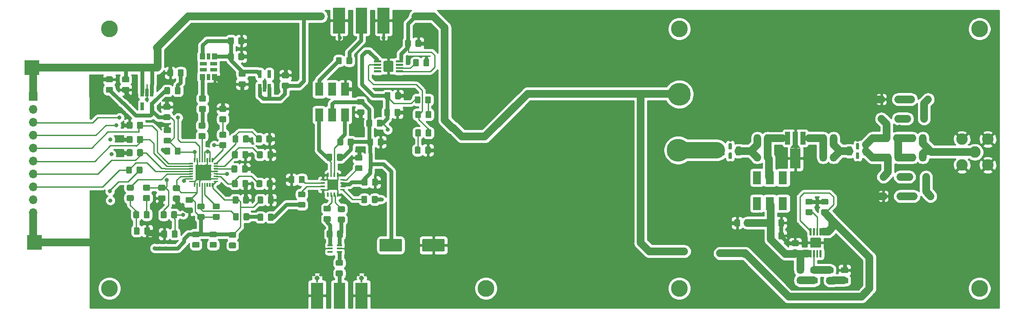
<source format=gbr>
G04 #@! TF.GenerationSoftware,KiCad,Pcbnew,5.1.5-52549c5~84~ubuntu18.04.1*
G04 #@! TF.CreationDate,2020-05-02T14:29:48+09:30*
G04 #@! TF.ProjectId,FrontEndMain,46726f6e-7445-46e6-944d-61696e2e6b69,rev?*
G04 #@! TF.SameCoordinates,Original*
G04 #@! TF.FileFunction,Copper,L1,Top*
G04 #@! TF.FilePolarity,Positive*
%FSLAX46Y46*%
G04 Gerber Fmt 4.6, Leading zero omitted, Abs format (unit mm)*
G04 Created by KiCad (PCBNEW 5.1.5-52549c5~84~ubuntu18.04.1) date 2020-05-02 14:29:48*
%MOMM*%
%LPD*%
G04 APERTURE LIST*
%ADD10R,0.460000X0.950000*%
%ADD11R,2.420000X5.080000*%
%ADD12R,2.290000X5.080000*%
%ADD13R,1.650000X2.540000*%
%ADD14R,3.000000X3.000000*%
%ADD15R,1.000000X2.500000*%
%ADD16R,2.000000X4.000000*%
%ADD17C,0.100000*%
%ADD18C,2.250000*%
%ADD19R,0.900000X1.200000*%
%ADD20C,0.610000*%
%ADD21C,0.970000*%
%ADD22R,1.000000X0.360000*%
%ADD23C,0.500000*%
%ADD24R,1.350000X0.700000*%
%ADD25R,1.050000X1.150000*%
%ADD26R,0.700000X1.150000*%
%ADD27R,0.650000X1.560000*%
%ADD28C,4.500880*%
%ADD29C,0.600000*%
%ADD30R,1.700000X1.700000*%
%ADD31O,1.700000X1.700000*%
%ADD32R,3.100000X3.100000*%
%ADD33C,0.800000*%
%ADD34C,3.300000*%
%ADD35C,1.500000*%
%ADD36C,0.250000*%
%ADD37C,0.750000*%
%ADD38C,3.200000*%
%ADD39C,0.254000*%
G04 APERTURE END LIST*
D10*
X103640000Y-49090000D03*
X112400000Y-49090000D03*
D11*
X103640000Y-46100000D03*
X112400000Y-46100000D03*
D12*
X108020000Y-46100000D03*
D13*
X185800000Y-77000000D03*
X188340000Y-77000000D03*
X190880000Y-77000000D03*
X190880000Y-82080000D03*
X188340000Y-82080000D03*
X185800000Y-82080000D03*
D14*
X43800000Y-89700000D03*
D15*
X194820000Y-69250000D03*
X193320000Y-69250000D03*
X191820000Y-69250000D03*
D16*
X193320000Y-73210000D03*
G04 #@! TA.AperFunction,SMDPad,CuDef*
D17*
G36*
X192320000Y-71235000D02*
G01*
X192820000Y-70485000D01*
X193820000Y-70485000D01*
X194320000Y-71235000D01*
X192320000Y-71235000D01*
G37*
G04 #@! TD.AperFunction*
D18*
X228600000Y-72000000D03*
X226060000Y-74540000D03*
X231140000Y-74540000D03*
X231140000Y-69460000D03*
X226060000Y-69460000D03*
G04 #@! TA.AperFunction,SMDPad,CuDef*
D17*
G36*
X199574505Y-81176204D02*
G01*
X199598773Y-81179804D01*
X199622572Y-81185765D01*
X199645671Y-81194030D01*
X199667850Y-81204520D01*
X199688893Y-81217132D01*
X199708599Y-81231747D01*
X199726777Y-81248223D01*
X199743253Y-81266401D01*
X199757868Y-81286107D01*
X199770480Y-81307150D01*
X199780970Y-81329329D01*
X199789235Y-81352428D01*
X199795196Y-81376227D01*
X199798796Y-81400495D01*
X199800000Y-81424999D01*
X199800000Y-82075001D01*
X199798796Y-82099505D01*
X199795196Y-82123773D01*
X199789235Y-82147572D01*
X199780970Y-82170671D01*
X199770480Y-82192850D01*
X199757868Y-82213893D01*
X199743253Y-82233599D01*
X199726777Y-82251777D01*
X199708599Y-82268253D01*
X199688893Y-82282868D01*
X199667850Y-82295480D01*
X199645671Y-82305970D01*
X199622572Y-82314235D01*
X199598773Y-82320196D01*
X199574505Y-82323796D01*
X199550001Y-82325000D01*
X198649999Y-82325000D01*
X198625495Y-82323796D01*
X198601227Y-82320196D01*
X198577428Y-82314235D01*
X198554329Y-82305970D01*
X198532150Y-82295480D01*
X198511107Y-82282868D01*
X198491401Y-82268253D01*
X198473223Y-82251777D01*
X198456747Y-82233599D01*
X198442132Y-82213893D01*
X198429520Y-82192850D01*
X198419030Y-82170671D01*
X198410765Y-82147572D01*
X198404804Y-82123773D01*
X198401204Y-82099505D01*
X198400000Y-82075001D01*
X198400000Y-81424999D01*
X198401204Y-81400495D01*
X198404804Y-81376227D01*
X198410765Y-81352428D01*
X198419030Y-81329329D01*
X198429520Y-81307150D01*
X198442132Y-81286107D01*
X198456747Y-81266401D01*
X198473223Y-81248223D01*
X198491401Y-81231747D01*
X198511107Y-81217132D01*
X198532150Y-81204520D01*
X198554329Y-81194030D01*
X198577428Y-81185765D01*
X198601227Y-81179804D01*
X198625495Y-81176204D01*
X198649999Y-81175000D01*
X199550001Y-81175000D01*
X199574505Y-81176204D01*
G37*
G04 #@! TD.AperFunction*
G04 #@! TA.AperFunction,SMDPad,CuDef*
G36*
X199574505Y-83226204D02*
G01*
X199598773Y-83229804D01*
X199622572Y-83235765D01*
X199645671Y-83244030D01*
X199667850Y-83254520D01*
X199688893Y-83267132D01*
X199708599Y-83281747D01*
X199726777Y-83298223D01*
X199743253Y-83316401D01*
X199757868Y-83336107D01*
X199770480Y-83357150D01*
X199780970Y-83379329D01*
X199789235Y-83402428D01*
X199795196Y-83426227D01*
X199798796Y-83450495D01*
X199800000Y-83474999D01*
X199800000Y-84125001D01*
X199798796Y-84149505D01*
X199795196Y-84173773D01*
X199789235Y-84197572D01*
X199780970Y-84220671D01*
X199770480Y-84242850D01*
X199757868Y-84263893D01*
X199743253Y-84283599D01*
X199726777Y-84301777D01*
X199708599Y-84318253D01*
X199688893Y-84332868D01*
X199667850Y-84345480D01*
X199645671Y-84355970D01*
X199622572Y-84364235D01*
X199598773Y-84370196D01*
X199574505Y-84373796D01*
X199550001Y-84375000D01*
X198649999Y-84375000D01*
X198625495Y-84373796D01*
X198601227Y-84370196D01*
X198577428Y-84364235D01*
X198554329Y-84355970D01*
X198532150Y-84345480D01*
X198511107Y-84332868D01*
X198491401Y-84318253D01*
X198473223Y-84301777D01*
X198456747Y-84283599D01*
X198442132Y-84263893D01*
X198429520Y-84242850D01*
X198419030Y-84220671D01*
X198410765Y-84197572D01*
X198404804Y-84173773D01*
X198401204Y-84149505D01*
X198400000Y-84125001D01*
X198400000Y-83474999D01*
X198401204Y-83450495D01*
X198404804Y-83426227D01*
X198410765Y-83402428D01*
X198419030Y-83379329D01*
X198429520Y-83357150D01*
X198442132Y-83336107D01*
X198456747Y-83316401D01*
X198473223Y-83298223D01*
X198491401Y-83281747D01*
X198511107Y-83267132D01*
X198532150Y-83254520D01*
X198554329Y-83244030D01*
X198577428Y-83235765D01*
X198601227Y-83229804D01*
X198625495Y-83226204D01*
X198649999Y-83225000D01*
X199550001Y-83225000D01*
X199574505Y-83226204D01*
G37*
G04 #@! TD.AperFunction*
G04 #@! TA.AperFunction,SMDPad,CuDef*
G36*
X190884505Y-85211204D02*
G01*
X190908773Y-85214804D01*
X190932572Y-85220765D01*
X190955671Y-85229030D01*
X190977850Y-85239520D01*
X190998893Y-85252132D01*
X191018599Y-85266747D01*
X191036777Y-85283223D01*
X191053253Y-85301401D01*
X191067868Y-85321107D01*
X191080480Y-85342150D01*
X191090970Y-85364329D01*
X191099235Y-85387428D01*
X191105196Y-85411227D01*
X191108796Y-85435495D01*
X191110000Y-85459999D01*
X191110000Y-86360001D01*
X191108796Y-86384505D01*
X191105196Y-86408773D01*
X191099235Y-86432572D01*
X191090970Y-86455671D01*
X191080480Y-86477850D01*
X191067868Y-86498893D01*
X191053253Y-86518599D01*
X191036777Y-86536777D01*
X191018599Y-86553253D01*
X190998893Y-86567868D01*
X190977850Y-86580480D01*
X190955671Y-86590970D01*
X190932572Y-86599235D01*
X190908773Y-86605196D01*
X190884505Y-86608796D01*
X190860001Y-86610000D01*
X190209999Y-86610000D01*
X190185495Y-86608796D01*
X190161227Y-86605196D01*
X190137428Y-86599235D01*
X190114329Y-86590970D01*
X190092150Y-86580480D01*
X190071107Y-86567868D01*
X190051401Y-86553253D01*
X190033223Y-86536777D01*
X190016747Y-86518599D01*
X190002132Y-86498893D01*
X189989520Y-86477850D01*
X189979030Y-86455671D01*
X189970765Y-86432572D01*
X189964804Y-86408773D01*
X189961204Y-86384505D01*
X189960000Y-86360001D01*
X189960000Y-85459999D01*
X189961204Y-85435495D01*
X189964804Y-85411227D01*
X189970765Y-85387428D01*
X189979030Y-85364329D01*
X189989520Y-85342150D01*
X190002132Y-85321107D01*
X190016747Y-85301401D01*
X190033223Y-85283223D01*
X190051401Y-85266747D01*
X190071107Y-85252132D01*
X190092150Y-85239520D01*
X190114329Y-85229030D01*
X190137428Y-85220765D01*
X190161227Y-85214804D01*
X190185495Y-85211204D01*
X190209999Y-85210000D01*
X190860001Y-85210000D01*
X190884505Y-85211204D01*
G37*
G04 #@! TD.AperFunction*
G04 #@! TA.AperFunction,SMDPad,CuDef*
G36*
X188834505Y-85211204D02*
G01*
X188858773Y-85214804D01*
X188882572Y-85220765D01*
X188905671Y-85229030D01*
X188927850Y-85239520D01*
X188948893Y-85252132D01*
X188968599Y-85266747D01*
X188986777Y-85283223D01*
X189003253Y-85301401D01*
X189017868Y-85321107D01*
X189030480Y-85342150D01*
X189040970Y-85364329D01*
X189049235Y-85387428D01*
X189055196Y-85411227D01*
X189058796Y-85435495D01*
X189060000Y-85459999D01*
X189060000Y-86360001D01*
X189058796Y-86384505D01*
X189055196Y-86408773D01*
X189049235Y-86432572D01*
X189040970Y-86455671D01*
X189030480Y-86477850D01*
X189017868Y-86498893D01*
X189003253Y-86518599D01*
X188986777Y-86536777D01*
X188968599Y-86553253D01*
X188948893Y-86567868D01*
X188927850Y-86580480D01*
X188905671Y-86590970D01*
X188882572Y-86599235D01*
X188858773Y-86605196D01*
X188834505Y-86608796D01*
X188810001Y-86610000D01*
X188159999Y-86610000D01*
X188135495Y-86608796D01*
X188111227Y-86605196D01*
X188087428Y-86599235D01*
X188064329Y-86590970D01*
X188042150Y-86580480D01*
X188021107Y-86567868D01*
X188001401Y-86553253D01*
X187983223Y-86536777D01*
X187966747Y-86518599D01*
X187952132Y-86498893D01*
X187939520Y-86477850D01*
X187929030Y-86455671D01*
X187920765Y-86432572D01*
X187914804Y-86408773D01*
X187911204Y-86384505D01*
X187910000Y-86360001D01*
X187910000Y-85459999D01*
X187911204Y-85435495D01*
X187914804Y-85411227D01*
X187920765Y-85387428D01*
X187929030Y-85364329D01*
X187939520Y-85342150D01*
X187952132Y-85321107D01*
X187966747Y-85301401D01*
X187983223Y-85283223D01*
X188001401Y-85266747D01*
X188021107Y-85252132D01*
X188042150Y-85239520D01*
X188064329Y-85229030D01*
X188087428Y-85220765D01*
X188111227Y-85214804D01*
X188135495Y-85211204D01*
X188159999Y-85210000D01*
X188810001Y-85210000D01*
X188834505Y-85211204D01*
G37*
G04 #@! TD.AperFunction*
G04 #@! TA.AperFunction,SMDPad,CuDef*
G36*
X182239505Y-85211204D02*
G01*
X182263773Y-85214804D01*
X182287572Y-85220765D01*
X182310671Y-85229030D01*
X182332850Y-85239520D01*
X182353893Y-85252132D01*
X182373599Y-85266747D01*
X182391777Y-85283223D01*
X182408253Y-85301401D01*
X182422868Y-85321107D01*
X182435480Y-85342150D01*
X182445970Y-85364329D01*
X182454235Y-85387428D01*
X182460196Y-85411227D01*
X182463796Y-85435495D01*
X182465000Y-85459999D01*
X182465000Y-86360001D01*
X182463796Y-86384505D01*
X182460196Y-86408773D01*
X182454235Y-86432572D01*
X182445970Y-86455671D01*
X182435480Y-86477850D01*
X182422868Y-86498893D01*
X182408253Y-86518599D01*
X182391777Y-86536777D01*
X182373599Y-86553253D01*
X182353893Y-86567868D01*
X182332850Y-86580480D01*
X182310671Y-86590970D01*
X182287572Y-86599235D01*
X182263773Y-86605196D01*
X182239505Y-86608796D01*
X182215001Y-86610000D01*
X181564999Y-86610000D01*
X181540495Y-86608796D01*
X181516227Y-86605196D01*
X181492428Y-86599235D01*
X181469329Y-86590970D01*
X181447150Y-86580480D01*
X181426107Y-86567868D01*
X181406401Y-86553253D01*
X181388223Y-86536777D01*
X181371747Y-86518599D01*
X181357132Y-86498893D01*
X181344520Y-86477850D01*
X181334030Y-86455671D01*
X181325765Y-86432572D01*
X181319804Y-86408773D01*
X181316204Y-86384505D01*
X181315000Y-86360001D01*
X181315000Y-85459999D01*
X181316204Y-85435495D01*
X181319804Y-85411227D01*
X181325765Y-85387428D01*
X181334030Y-85364329D01*
X181344520Y-85342150D01*
X181357132Y-85321107D01*
X181371747Y-85301401D01*
X181388223Y-85283223D01*
X181406401Y-85266747D01*
X181426107Y-85252132D01*
X181447150Y-85239520D01*
X181469329Y-85229030D01*
X181492428Y-85220765D01*
X181516227Y-85214804D01*
X181540495Y-85211204D01*
X181564999Y-85210000D01*
X182215001Y-85210000D01*
X182239505Y-85211204D01*
G37*
G04 #@! TD.AperFunction*
G04 #@! TA.AperFunction,SMDPad,CuDef*
G36*
X184289505Y-85211204D02*
G01*
X184313773Y-85214804D01*
X184337572Y-85220765D01*
X184360671Y-85229030D01*
X184382850Y-85239520D01*
X184403893Y-85252132D01*
X184423599Y-85266747D01*
X184441777Y-85283223D01*
X184458253Y-85301401D01*
X184472868Y-85321107D01*
X184485480Y-85342150D01*
X184495970Y-85364329D01*
X184504235Y-85387428D01*
X184510196Y-85411227D01*
X184513796Y-85435495D01*
X184515000Y-85459999D01*
X184515000Y-86360001D01*
X184513796Y-86384505D01*
X184510196Y-86408773D01*
X184504235Y-86432572D01*
X184495970Y-86455671D01*
X184485480Y-86477850D01*
X184472868Y-86498893D01*
X184458253Y-86518599D01*
X184441777Y-86536777D01*
X184423599Y-86553253D01*
X184403893Y-86567868D01*
X184382850Y-86580480D01*
X184360671Y-86590970D01*
X184337572Y-86599235D01*
X184313773Y-86605196D01*
X184289505Y-86608796D01*
X184265001Y-86610000D01*
X183614999Y-86610000D01*
X183590495Y-86608796D01*
X183566227Y-86605196D01*
X183542428Y-86599235D01*
X183519329Y-86590970D01*
X183497150Y-86580480D01*
X183476107Y-86567868D01*
X183456401Y-86553253D01*
X183438223Y-86536777D01*
X183421747Y-86518599D01*
X183407132Y-86498893D01*
X183394520Y-86477850D01*
X183384030Y-86455671D01*
X183375765Y-86432572D01*
X183369804Y-86408773D01*
X183366204Y-86384505D01*
X183365000Y-86360001D01*
X183365000Y-85459999D01*
X183366204Y-85435495D01*
X183369804Y-85411227D01*
X183375765Y-85387428D01*
X183384030Y-85364329D01*
X183394520Y-85342150D01*
X183407132Y-85321107D01*
X183421747Y-85301401D01*
X183438223Y-85283223D01*
X183456401Y-85266747D01*
X183476107Y-85252132D01*
X183497150Y-85239520D01*
X183519329Y-85229030D01*
X183542428Y-85220765D01*
X183566227Y-85214804D01*
X183590495Y-85211204D01*
X183614999Y-85210000D01*
X184265001Y-85210000D01*
X184289505Y-85211204D01*
G37*
G04 #@! TD.AperFunction*
G04 #@! TA.AperFunction,SMDPad,CuDef*
G36*
X188834505Y-87751204D02*
G01*
X188858773Y-87754804D01*
X188882572Y-87760765D01*
X188905671Y-87769030D01*
X188927850Y-87779520D01*
X188948893Y-87792132D01*
X188968599Y-87806747D01*
X188986777Y-87823223D01*
X189003253Y-87841401D01*
X189017868Y-87861107D01*
X189030480Y-87882150D01*
X189040970Y-87904329D01*
X189049235Y-87927428D01*
X189055196Y-87951227D01*
X189058796Y-87975495D01*
X189060000Y-87999999D01*
X189060000Y-88900001D01*
X189058796Y-88924505D01*
X189055196Y-88948773D01*
X189049235Y-88972572D01*
X189040970Y-88995671D01*
X189030480Y-89017850D01*
X189017868Y-89038893D01*
X189003253Y-89058599D01*
X188986777Y-89076777D01*
X188968599Y-89093253D01*
X188948893Y-89107868D01*
X188927850Y-89120480D01*
X188905671Y-89130970D01*
X188882572Y-89139235D01*
X188858773Y-89145196D01*
X188834505Y-89148796D01*
X188810001Y-89150000D01*
X188159999Y-89150000D01*
X188135495Y-89148796D01*
X188111227Y-89145196D01*
X188087428Y-89139235D01*
X188064329Y-89130970D01*
X188042150Y-89120480D01*
X188021107Y-89107868D01*
X188001401Y-89093253D01*
X187983223Y-89076777D01*
X187966747Y-89058599D01*
X187952132Y-89038893D01*
X187939520Y-89017850D01*
X187929030Y-88995671D01*
X187920765Y-88972572D01*
X187914804Y-88948773D01*
X187911204Y-88924505D01*
X187910000Y-88900001D01*
X187910000Y-87999999D01*
X187911204Y-87975495D01*
X187914804Y-87951227D01*
X187920765Y-87927428D01*
X187929030Y-87904329D01*
X187939520Y-87882150D01*
X187952132Y-87861107D01*
X187966747Y-87841401D01*
X187983223Y-87823223D01*
X188001401Y-87806747D01*
X188021107Y-87792132D01*
X188042150Y-87779520D01*
X188064329Y-87769030D01*
X188087428Y-87760765D01*
X188111227Y-87754804D01*
X188135495Y-87751204D01*
X188159999Y-87750000D01*
X188810001Y-87750000D01*
X188834505Y-87751204D01*
G37*
G04 #@! TD.AperFunction*
G04 #@! TA.AperFunction,SMDPad,CuDef*
G36*
X190884505Y-87751204D02*
G01*
X190908773Y-87754804D01*
X190932572Y-87760765D01*
X190955671Y-87769030D01*
X190977850Y-87779520D01*
X190998893Y-87792132D01*
X191018599Y-87806747D01*
X191036777Y-87823223D01*
X191053253Y-87841401D01*
X191067868Y-87861107D01*
X191080480Y-87882150D01*
X191090970Y-87904329D01*
X191099235Y-87927428D01*
X191105196Y-87951227D01*
X191108796Y-87975495D01*
X191110000Y-87999999D01*
X191110000Y-88900001D01*
X191108796Y-88924505D01*
X191105196Y-88948773D01*
X191099235Y-88972572D01*
X191090970Y-88995671D01*
X191080480Y-89017850D01*
X191067868Y-89038893D01*
X191053253Y-89058599D01*
X191036777Y-89076777D01*
X191018599Y-89093253D01*
X190998893Y-89107868D01*
X190977850Y-89120480D01*
X190955671Y-89130970D01*
X190932572Y-89139235D01*
X190908773Y-89145196D01*
X190884505Y-89148796D01*
X190860001Y-89150000D01*
X190209999Y-89150000D01*
X190185495Y-89148796D01*
X190161227Y-89145196D01*
X190137428Y-89139235D01*
X190114329Y-89130970D01*
X190092150Y-89120480D01*
X190071107Y-89107868D01*
X190051401Y-89093253D01*
X190033223Y-89076777D01*
X190016747Y-89058599D01*
X190002132Y-89038893D01*
X189989520Y-89017850D01*
X189979030Y-88995671D01*
X189970765Y-88972572D01*
X189964804Y-88948773D01*
X189961204Y-88924505D01*
X189960000Y-88900001D01*
X189960000Y-87999999D01*
X189961204Y-87975495D01*
X189964804Y-87951227D01*
X189970765Y-87927428D01*
X189979030Y-87904329D01*
X189989520Y-87882150D01*
X190002132Y-87861107D01*
X190016747Y-87841401D01*
X190033223Y-87823223D01*
X190051401Y-87806747D01*
X190071107Y-87792132D01*
X190092150Y-87779520D01*
X190114329Y-87769030D01*
X190137428Y-87760765D01*
X190161227Y-87754804D01*
X190185495Y-87751204D01*
X190209999Y-87750000D01*
X190860001Y-87750000D01*
X190884505Y-87751204D01*
G37*
G04 #@! TD.AperFunction*
G04 #@! TA.AperFunction,SMDPad,CuDef*
G36*
X216674505Y-68531204D02*
G01*
X216698773Y-68534804D01*
X216722572Y-68540765D01*
X216745671Y-68549030D01*
X216767850Y-68559520D01*
X216788893Y-68572132D01*
X216808599Y-68586747D01*
X216826777Y-68603223D01*
X216843253Y-68621401D01*
X216857868Y-68641107D01*
X216870480Y-68662150D01*
X216880970Y-68684329D01*
X216889235Y-68707428D01*
X216895196Y-68731227D01*
X216898796Y-68755495D01*
X216900000Y-68779999D01*
X216900000Y-69680001D01*
X216898796Y-69704505D01*
X216895196Y-69728773D01*
X216889235Y-69752572D01*
X216880970Y-69775671D01*
X216870480Y-69797850D01*
X216857868Y-69818893D01*
X216843253Y-69838599D01*
X216826777Y-69856777D01*
X216808599Y-69873253D01*
X216788893Y-69887868D01*
X216767850Y-69900480D01*
X216745671Y-69910970D01*
X216722572Y-69919235D01*
X216698773Y-69925196D01*
X216674505Y-69928796D01*
X216650001Y-69930000D01*
X215999999Y-69930000D01*
X215975495Y-69928796D01*
X215951227Y-69925196D01*
X215927428Y-69919235D01*
X215904329Y-69910970D01*
X215882150Y-69900480D01*
X215861107Y-69887868D01*
X215841401Y-69873253D01*
X215823223Y-69856777D01*
X215806747Y-69838599D01*
X215792132Y-69818893D01*
X215779520Y-69797850D01*
X215769030Y-69775671D01*
X215760765Y-69752572D01*
X215754804Y-69728773D01*
X215751204Y-69704505D01*
X215750000Y-69680001D01*
X215750000Y-68779999D01*
X215751204Y-68755495D01*
X215754804Y-68731227D01*
X215760765Y-68707428D01*
X215769030Y-68684329D01*
X215779520Y-68662150D01*
X215792132Y-68641107D01*
X215806747Y-68621401D01*
X215823223Y-68603223D01*
X215841401Y-68586747D01*
X215861107Y-68572132D01*
X215882150Y-68559520D01*
X215904329Y-68549030D01*
X215927428Y-68540765D01*
X215951227Y-68534804D01*
X215975495Y-68531204D01*
X215999999Y-68530000D01*
X216650001Y-68530000D01*
X216674505Y-68531204D01*
G37*
G04 #@! TD.AperFunction*
G04 #@! TA.AperFunction,SMDPad,CuDef*
G36*
X218724505Y-68531204D02*
G01*
X218748773Y-68534804D01*
X218772572Y-68540765D01*
X218795671Y-68549030D01*
X218817850Y-68559520D01*
X218838893Y-68572132D01*
X218858599Y-68586747D01*
X218876777Y-68603223D01*
X218893253Y-68621401D01*
X218907868Y-68641107D01*
X218920480Y-68662150D01*
X218930970Y-68684329D01*
X218939235Y-68707428D01*
X218945196Y-68731227D01*
X218948796Y-68755495D01*
X218950000Y-68779999D01*
X218950000Y-69680001D01*
X218948796Y-69704505D01*
X218945196Y-69728773D01*
X218939235Y-69752572D01*
X218930970Y-69775671D01*
X218920480Y-69797850D01*
X218907868Y-69818893D01*
X218893253Y-69838599D01*
X218876777Y-69856777D01*
X218858599Y-69873253D01*
X218838893Y-69887868D01*
X218817850Y-69900480D01*
X218795671Y-69910970D01*
X218772572Y-69919235D01*
X218748773Y-69925196D01*
X218724505Y-69928796D01*
X218700001Y-69930000D01*
X218049999Y-69930000D01*
X218025495Y-69928796D01*
X218001227Y-69925196D01*
X217977428Y-69919235D01*
X217954329Y-69910970D01*
X217932150Y-69900480D01*
X217911107Y-69887868D01*
X217891401Y-69873253D01*
X217873223Y-69856777D01*
X217856747Y-69838599D01*
X217842132Y-69818893D01*
X217829520Y-69797850D01*
X217819030Y-69775671D01*
X217810765Y-69752572D01*
X217804804Y-69728773D01*
X217801204Y-69704505D01*
X217800000Y-69680001D01*
X217800000Y-68779999D01*
X217801204Y-68755495D01*
X217804804Y-68731227D01*
X217810765Y-68707428D01*
X217819030Y-68684329D01*
X217829520Y-68662150D01*
X217842132Y-68641107D01*
X217856747Y-68621401D01*
X217873223Y-68603223D01*
X217891401Y-68586747D01*
X217911107Y-68572132D01*
X217932150Y-68559520D01*
X217954329Y-68549030D01*
X217977428Y-68540765D01*
X218001227Y-68534804D01*
X218025495Y-68531204D01*
X218049999Y-68530000D01*
X218700001Y-68530000D01*
X218724505Y-68531204D01*
G37*
G04 #@! TD.AperFunction*
G04 #@! TA.AperFunction,SMDPad,CuDef*
G36*
X218724505Y-72341204D02*
G01*
X218748773Y-72344804D01*
X218772572Y-72350765D01*
X218795671Y-72359030D01*
X218817850Y-72369520D01*
X218838893Y-72382132D01*
X218858599Y-72396747D01*
X218876777Y-72413223D01*
X218893253Y-72431401D01*
X218907868Y-72451107D01*
X218920480Y-72472150D01*
X218930970Y-72494329D01*
X218939235Y-72517428D01*
X218945196Y-72541227D01*
X218948796Y-72565495D01*
X218950000Y-72589999D01*
X218950000Y-73490001D01*
X218948796Y-73514505D01*
X218945196Y-73538773D01*
X218939235Y-73562572D01*
X218930970Y-73585671D01*
X218920480Y-73607850D01*
X218907868Y-73628893D01*
X218893253Y-73648599D01*
X218876777Y-73666777D01*
X218858599Y-73683253D01*
X218838893Y-73697868D01*
X218817850Y-73710480D01*
X218795671Y-73720970D01*
X218772572Y-73729235D01*
X218748773Y-73735196D01*
X218724505Y-73738796D01*
X218700001Y-73740000D01*
X218049999Y-73740000D01*
X218025495Y-73738796D01*
X218001227Y-73735196D01*
X217977428Y-73729235D01*
X217954329Y-73720970D01*
X217932150Y-73710480D01*
X217911107Y-73697868D01*
X217891401Y-73683253D01*
X217873223Y-73666777D01*
X217856747Y-73648599D01*
X217842132Y-73628893D01*
X217829520Y-73607850D01*
X217819030Y-73585671D01*
X217810765Y-73562572D01*
X217804804Y-73538773D01*
X217801204Y-73514505D01*
X217800000Y-73490001D01*
X217800000Y-72589999D01*
X217801204Y-72565495D01*
X217804804Y-72541227D01*
X217810765Y-72517428D01*
X217819030Y-72494329D01*
X217829520Y-72472150D01*
X217842132Y-72451107D01*
X217856747Y-72431401D01*
X217873223Y-72413223D01*
X217891401Y-72396747D01*
X217911107Y-72382132D01*
X217932150Y-72369520D01*
X217954329Y-72359030D01*
X217977428Y-72350765D01*
X218001227Y-72344804D01*
X218025495Y-72341204D01*
X218049999Y-72340000D01*
X218700001Y-72340000D01*
X218724505Y-72341204D01*
G37*
G04 #@! TD.AperFunction*
G04 #@! TA.AperFunction,SMDPad,CuDef*
G36*
X216674505Y-72341204D02*
G01*
X216698773Y-72344804D01*
X216722572Y-72350765D01*
X216745671Y-72359030D01*
X216767850Y-72369520D01*
X216788893Y-72382132D01*
X216808599Y-72396747D01*
X216826777Y-72413223D01*
X216843253Y-72431401D01*
X216857868Y-72451107D01*
X216870480Y-72472150D01*
X216880970Y-72494329D01*
X216889235Y-72517428D01*
X216895196Y-72541227D01*
X216898796Y-72565495D01*
X216900000Y-72589999D01*
X216900000Y-73490001D01*
X216898796Y-73514505D01*
X216895196Y-73538773D01*
X216889235Y-73562572D01*
X216880970Y-73585671D01*
X216870480Y-73607850D01*
X216857868Y-73628893D01*
X216843253Y-73648599D01*
X216826777Y-73666777D01*
X216808599Y-73683253D01*
X216788893Y-73697868D01*
X216767850Y-73710480D01*
X216745671Y-73720970D01*
X216722572Y-73729235D01*
X216698773Y-73735196D01*
X216674505Y-73738796D01*
X216650001Y-73740000D01*
X215999999Y-73740000D01*
X215975495Y-73738796D01*
X215951227Y-73735196D01*
X215927428Y-73729235D01*
X215904329Y-73720970D01*
X215882150Y-73710480D01*
X215861107Y-73697868D01*
X215841401Y-73683253D01*
X215823223Y-73666777D01*
X215806747Y-73648599D01*
X215792132Y-73628893D01*
X215779520Y-73607850D01*
X215769030Y-73585671D01*
X215760765Y-73562572D01*
X215754804Y-73538773D01*
X215751204Y-73514505D01*
X215750000Y-73490001D01*
X215750000Y-72589999D01*
X215751204Y-72565495D01*
X215754804Y-72541227D01*
X215760765Y-72517428D01*
X215769030Y-72494329D01*
X215779520Y-72472150D01*
X215792132Y-72451107D01*
X215806747Y-72431401D01*
X215823223Y-72413223D01*
X215841401Y-72396747D01*
X215861107Y-72382132D01*
X215882150Y-72369520D01*
X215904329Y-72359030D01*
X215927428Y-72350765D01*
X215951227Y-72344804D01*
X215975495Y-72341204D01*
X215999999Y-72340000D01*
X216650001Y-72340000D01*
X216674505Y-72341204D01*
G37*
G04 #@! TD.AperFunction*
G04 #@! TA.AperFunction,SMDPad,CuDef*
G36*
X213644505Y-68531204D02*
G01*
X213668773Y-68534804D01*
X213692572Y-68540765D01*
X213715671Y-68549030D01*
X213737850Y-68559520D01*
X213758893Y-68572132D01*
X213778599Y-68586747D01*
X213796777Y-68603223D01*
X213813253Y-68621401D01*
X213827868Y-68641107D01*
X213840480Y-68662150D01*
X213850970Y-68684329D01*
X213859235Y-68707428D01*
X213865196Y-68731227D01*
X213868796Y-68755495D01*
X213870000Y-68779999D01*
X213870000Y-69680001D01*
X213868796Y-69704505D01*
X213865196Y-69728773D01*
X213859235Y-69752572D01*
X213850970Y-69775671D01*
X213840480Y-69797850D01*
X213827868Y-69818893D01*
X213813253Y-69838599D01*
X213796777Y-69856777D01*
X213778599Y-69873253D01*
X213758893Y-69887868D01*
X213737850Y-69900480D01*
X213715671Y-69910970D01*
X213692572Y-69919235D01*
X213668773Y-69925196D01*
X213644505Y-69928796D01*
X213620001Y-69930000D01*
X212969999Y-69930000D01*
X212945495Y-69928796D01*
X212921227Y-69925196D01*
X212897428Y-69919235D01*
X212874329Y-69910970D01*
X212852150Y-69900480D01*
X212831107Y-69887868D01*
X212811401Y-69873253D01*
X212793223Y-69856777D01*
X212776747Y-69838599D01*
X212762132Y-69818893D01*
X212749520Y-69797850D01*
X212739030Y-69775671D01*
X212730765Y-69752572D01*
X212724804Y-69728773D01*
X212721204Y-69704505D01*
X212720000Y-69680001D01*
X212720000Y-68779999D01*
X212721204Y-68755495D01*
X212724804Y-68731227D01*
X212730765Y-68707428D01*
X212739030Y-68684329D01*
X212749520Y-68662150D01*
X212762132Y-68641107D01*
X212776747Y-68621401D01*
X212793223Y-68603223D01*
X212811401Y-68586747D01*
X212831107Y-68572132D01*
X212852150Y-68559520D01*
X212874329Y-68549030D01*
X212897428Y-68540765D01*
X212921227Y-68534804D01*
X212945495Y-68531204D01*
X212969999Y-68530000D01*
X213620001Y-68530000D01*
X213644505Y-68531204D01*
G37*
G04 #@! TD.AperFunction*
G04 #@! TA.AperFunction,SMDPad,CuDef*
G36*
X211594505Y-68531204D02*
G01*
X211618773Y-68534804D01*
X211642572Y-68540765D01*
X211665671Y-68549030D01*
X211687850Y-68559520D01*
X211708893Y-68572132D01*
X211728599Y-68586747D01*
X211746777Y-68603223D01*
X211763253Y-68621401D01*
X211777868Y-68641107D01*
X211790480Y-68662150D01*
X211800970Y-68684329D01*
X211809235Y-68707428D01*
X211815196Y-68731227D01*
X211818796Y-68755495D01*
X211820000Y-68779999D01*
X211820000Y-69680001D01*
X211818796Y-69704505D01*
X211815196Y-69728773D01*
X211809235Y-69752572D01*
X211800970Y-69775671D01*
X211790480Y-69797850D01*
X211777868Y-69818893D01*
X211763253Y-69838599D01*
X211746777Y-69856777D01*
X211728599Y-69873253D01*
X211708893Y-69887868D01*
X211687850Y-69900480D01*
X211665671Y-69910970D01*
X211642572Y-69919235D01*
X211618773Y-69925196D01*
X211594505Y-69928796D01*
X211570001Y-69930000D01*
X210919999Y-69930000D01*
X210895495Y-69928796D01*
X210871227Y-69925196D01*
X210847428Y-69919235D01*
X210824329Y-69910970D01*
X210802150Y-69900480D01*
X210781107Y-69887868D01*
X210761401Y-69873253D01*
X210743223Y-69856777D01*
X210726747Y-69838599D01*
X210712132Y-69818893D01*
X210699520Y-69797850D01*
X210689030Y-69775671D01*
X210680765Y-69752572D01*
X210674804Y-69728773D01*
X210671204Y-69704505D01*
X210670000Y-69680001D01*
X210670000Y-68779999D01*
X210671204Y-68755495D01*
X210674804Y-68731227D01*
X210680765Y-68707428D01*
X210689030Y-68684329D01*
X210699520Y-68662150D01*
X210712132Y-68641107D01*
X210726747Y-68621401D01*
X210743223Y-68603223D01*
X210761401Y-68586747D01*
X210781107Y-68572132D01*
X210802150Y-68559520D01*
X210824329Y-68549030D01*
X210847428Y-68540765D01*
X210871227Y-68534804D01*
X210895495Y-68531204D01*
X210919999Y-68530000D01*
X211570001Y-68530000D01*
X211594505Y-68531204D01*
G37*
G04 #@! TD.AperFunction*
G04 #@! TA.AperFunction,SMDPad,CuDef*
G36*
X211839505Y-72341204D02*
G01*
X211863773Y-72344804D01*
X211887572Y-72350765D01*
X211910671Y-72359030D01*
X211932850Y-72369520D01*
X211953893Y-72382132D01*
X211973599Y-72396747D01*
X211991777Y-72413223D01*
X212008253Y-72431401D01*
X212022868Y-72451107D01*
X212035480Y-72472150D01*
X212045970Y-72494329D01*
X212054235Y-72517428D01*
X212060196Y-72541227D01*
X212063796Y-72565495D01*
X212065000Y-72589999D01*
X212065000Y-73490001D01*
X212063796Y-73514505D01*
X212060196Y-73538773D01*
X212054235Y-73562572D01*
X212045970Y-73585671D01*
X212035480Y-73607850D01*
X212022868Y-73628893D01*
X212008253Y-73648599D01*
X211991777Y-73666777D01*
X211973599Y-73683253D01*
X211953893Y-73697868D01*
X211932850Y-73710480D01*
X211910671Y-73720970D01*
X211887572Y-73729235D01*
X211863773Y-73735196D01*
X211839505Y-73738796D01*
X211815001Y-73740000D01*
X211164999Y-73740000D01*
X211140495Y-73738796D01*
X211116227Y-73735196D01*
X211092428Y-73729235D01*
X211069329Y-73720970D01*
X211047150Y-73710480D01*
X211026107Y-73697868D01*
X211006401Y-73683253D01*
X210988223Y-73666777D01*
X210971747Y-73648599D01*
X210957132Y-73628893D01*
X210944520Y-73607850D01*
X210934030Y-73585671D01*
X210925765Y-73562572D01*
X210919804Y-73538773D01*
X210916204Y-73514505D01*
X210915000Y-73490001D01*
X210915000Y-72589999D01*
X210916204Y-72565495D01*
X210919804Y-72541227D01*
X210925765Y-72517428D01*
X210934030Y-72494329D01*
X210944520Y-72472150D01*
X210957132Y-72451107D01*
X210971747Y-72431401D01*
X210988223Y-72413223D01*
X211006401Y-72396747D01*
X211026107Y-72382132D01*
X211047150Y-72369520D01*
X211069329Y-72359030D01*
X211092428Y-72350765D01*
X211116227Y-72344804D01*
X211140495Y-72341204D01*
X211164999Y-72340000D01*
X211815001Y-72340000D01*
X211839505Y-72341204D01*
G37*
G04 #@! TD.AperFunction*
G04 #@! TA.AperFunction,SMDPad,CuDef*
G36*
X213889505Y-72341204D02*
G01*
X213913773Y-72344804D01*
X213937572Y-72350765D01*
X213960671Y-72359030D01*
X213982850Y-72369520D01*
X214003893Y-72382132D01*
X214023599Y-72396747D01*
X214041777Y-72413223D01*
X214058253Y-72431401D01*
X214072868Y-72451107D01*
X214085480Y-72472150D01*
X214095970Y-72494329D01*
X214104235Y-72517428D01*
X214110196Y-72541227D01*
X214113796Y-72565495D01*
X214115000Y-72589999D01*
X214115000Y-73490001D01*
X214113796Y-73514505D01*
X214110196Y-73538773D01*
X214104235Y-73562572D01*
X214095970Y-73585671D01*
X214085480Y-73607850D01*
X214072868Y-73628893D01*
X214058253Y-73648599D01*
X214041777Y-73666777D01*
X214023599Y-73683253D01*
X214003893Y-73697868D01*
X213982850Y-73710480D01*
X213960671Y-73720970D01*
X213937572Y-73729235D01*
X213913773Y-73735196D01*
X213889505Y-73738796D01*
X213865001Y-73740000D01*
X213214999Y-73740000D01*
X213190495Y-73738796D01*
X213166227Y-73735196D01*
X213142428Y-73729235D01*
X213119329Y-73720970D01*
X213097150Y-73710480D01*
X213076107Y-73697868D01*
X213056401Y-73683253D01*
X213038223Y-73666777D01*
X213021747Y-73648599D01*
X213007132Y-73628893D01*
X212994520Y-73607850D01*
X212984030Y-73585671D01*
X212975765Y-73562572D01*
X212969804Y-73538773D01*
X212966204Y-73514505D01*
X212965000Y-73490001D01*
X212965000Y-72589999D01*
X212966204Y-72565495D01*
X212969804Y-72541227D01*
X212975765Y-72517428D01*
X212984030Y-72494329D01*
X212994520Y-72472150D01*
X213007132Y-72451107D01*
X213021747Y-72431401D01*
X213038223Y-72413223D01*
X213056401Y-72396747D01*
X213076107Y-72382132D01*
X213097150Y-72369520D01*
X213119329Y-72359030D01*
X213142428Y-72350765D01*
X213166227Y-72344804D01*
X213190495Y-72341204D01*
X213214999Y-72340000D01*
X213865001Y-72340000D01*
X213889505Y-72341204D01*
G37*
G04 #@! TD.AperFunction*
G04 #@! TA.AperFunction,SMDPad,CuDef*
G36*
X201189505Y-68531204D02*
G01*
X201213773Y-68534804D01*
X201237572Y-68540765D01*
X201260671Y-68549030D01*
X201282850Y-68559520D01*
X201303893Y-68572132D01*
X201323599Y-68586747D01*
X201341777Y-68603223D01*
X201358253Y-68621401D01*
X201372868Y-68641107D01*
X201385480Y-68662150D01*
X201395970Y-68684329D01*
X201404235Y-68707428D01*
X201410196Y-68731227D01*
X201413796Y-68755495D01*
X201415000Y-68779999D01*
X201415000Y-69680001D01*
X201413796Y-69704505D01*
X201410196Y-69728773D01*
X201404235Y-69752572D01*
X201395970Y-69775671D01*
X201385480Y-69797850D01*
X201372868Y-69818893D01*
X201358253Y-69838599D01*
X201341777Y-69856777D01*
X201323599Y-69873253D01*
X201303893Y-69887868D01*
X201282850Y-69900480D01*
X201260671Y-69910970D01*
X201237572Y-69919235D01*
X201213773Y-69925196D01*
X201189505Y-69928796D01*
X201165001Y-69930000D01*
X200514999Y-69930000D01*
X200490495Y-69928796D01*
X200466227Y-69925196D01*
X200442428Y-69919235D01*
X200419329Y-69910970D01*
X200397150Y-69900480D01*
X200376107Y-69887868D01*
X200356401Y-69873253D01*
X200338223Y-69856777D01*
X200321747Y-69838599D01*
X200307132Y-69818893D01*
X200294520Y-69797850D01*
X200284030Y-69775671D01*
X200275765Y-69752572D01*
X200269804Y-69728773D01*
X200266204Y-69704505D01*
X200265000Y-69680001D01*
X200265000Y-68779999D01*
X200266204Y-68755495D01*
X200269804Y-68731227D01*
X200275765Y-68707428D01*
X200284030Y-68684329D01*
X200294520Y-68662150D01*
X200307132Y-68641107D01*
X200321747Y-68621401D01*
X200338223Y-68603223D01*
X200356401Y-68586747D01*
X200376107Y-68572132D01*
X200397150Y-68559520D01*
X200419329Y-68549030D01*
X200442428Y-68540765D01*
X200466227Y-68534804D01*
X200490495Y-68531204D01*
X200514999Y-68530000D01*
X201165001Y-68530000D01*
X201189505Y-68531204D01*
G37*
G04 #@! TD.AperFunction*
G04 #@! TA.AperFunction,SMDPad,CuDef*
G36*
X199139505Y-68531204D02*
G01*
X199163773Y-68534804D01*
X199187572Y-68540765D01*
X199210671Y-68549030D01*
X199232850Y-68559520D01*
X199253893Y-68572132D01*
X199273599Y-68586747D01*
X199291777Y-68603223D01*
X199308253Y-68621401D01*
X199322868Y-68641107D01*
X199335480Y-68662150D01*
X199345970Y-68684329D01*
X199354235Y-68707428D01*
X199360196Y-68731227D01*
X199363796Y-68755495D01*
X199365000Y-68779999D01*
X199365000Y-69680001D01*
X199363796Y-69704505D01*
X199360196Y-69728773D01*
X199354235Y-69752572D01*
X199345970Y-69775671D01*
X199335480Y-69797850D01*
X199322868Y-69818893D01*
X199308253Y-69838599D01*
X199291777Y-69856777D01*
X199273599Y-69873253D01*
X199253893Y-69887868D01*
X199232850Y-69900480D01*
X199210671Y-69910970D01*
X199187572Y-69919235D01*
X199163773Y-69925196D01*
X199139505Y-69928796D01*
X199115001Y-69930000D01*
X198464999Y-69930000D01*
X198440495Y-69928796D01*
X198416227Y-69925196D01*
X198392428Y-69919235D01*
X198369329Y-69910970D01*
X198347150Y-69900480D01*
X198326107Y-69887868D01*
X198306401Y-69873253D01*
X198288223Y-69856777D01*
X198271747Y-69838599D01*
X198257132Y-69818893D01*
X198244520Y-69797850D01*
X198234030Y-69775671D01*
X198225765Y-69752572D01*
X198219804Y-69728773D01*
X198216204Y-69704505D01*
X198215000Y-69680001D01*
X198215000Y-68779999D01*
X198216204Y-68755495D01*
X198219804Y-68731227D01*
X198225765Y-68707428D01*
X198234030Y-68684329D01*
X198244520Y-68662150D01*
X198257132Y-68641107D01*
X198271747Y-68621401D01*
X198288223Y-68603223D01*
X198306401Y-68586747D01*
X198326107Y-68572132D01*
X198347150Y-68559520D01*
X198369329Y-68549030D01*
X198392428Y-68540765D01*
X198416227Y-68534804D01*
X198440495Y-68531204D01*
X198464999Y-68530000D01*
X199115001Y-68530000D01*
X199139505Y-68531204D01*
G37*
G04 #@! TD.AperFunction*
G04 #@! TA.AperFunction,SMDPad,CuDef*
G36*
X199139505Y-72341204D02*
G01*
X199163773Y-72344804D01*
X199187572Y-72350765D01*
X199210671Y-72359030D01*
X199232850Y-72369520D01*
X199253893Y-72382132D01*
X199273599Y-72396747D01*
X199291777Y-72413223D01*
X199308253Y-72431401D01*
X199322868Y-72451107D01*
X199335480Y-72472150D01*
X199345970Y-72494329D01*
X199354235Y-72517428D01*
X199360196Y-72541227D01*
X199363796Y-72565495D01*
X199365000Y-72589999D01*
X199365000Y-73490001D01*
X199363796Y-73514505D01*
X199360196Y-73538773D01*
X199354235Y-73562572D01*
X199345970Y-73585671D01*
X199335480Y-73607850D01*
X199322868Y-73628893D01*
X199308253Y-73648599D01*
X199291777Y-73666777D01*
X199273599Y-73683253D01*
X199253893Y-73697868D01*
X199232850Y-73710480D01*
X199210671Y-73720970D01*
X199187572Y-73729235D01*
X199163773Y-73735196D01*
X199139505Y-73738796D01*
X199115001Y-73740000D01*
X198464999Y-73740000D01*
X198440495Y-73738796D01*
X198416227Y-73735196D01*
X198392428Y-73729235D01*
X198369329Y-73720970D01*
X198347150Y-73710480D01*
X198326107Y-73697868D01*
X198306401Y-73683253D01*
X198288223Y-73666777D01*
X198271747Y-73648599D01*
X198257132Y-73628893D01*
X198244520Y-73607850D01*
X198234030Y-73585671D01*
X198225765Y-73562572D01*
X198219804Y-73538773D01*
X198216204Y-73514505D01*
X198215000Y-73490001D01*
X198215000Y-72589999D01*
X198216204Y-72565495D01*
X198219804Y-72541227D01*
X198225765Y-72517428D01*
X198234030Y-72494329D01*
X198244520Y-72472150D01*
X198257132Y-72451107D01*
X198271747Y-72431401D01*
X198288223Y-72413223D01*
X198306401Y-72396747D01*
X198326107Y-72382132D01*
X198347150Y-72369520D01*
X198369329Y-72359030D01*
X198392428Y-72350765D01*
X198416227Y-72344804D01*
X198440495Y-72341204D01*
X198464999Y-72340000D01*
X199115001Y-72340000D01*
X199139505Y-72341204D01*
G37*
G04 #@! TD.AperFunction*
G04 #@! TA.AperFunction,SMDPad,CuDef*
G36*
X201189505Y-72341204D02*
G01*
X201213773Y-72344804D01*
X201237572Y-72350765D01*
X201260671Y-72359030D01*
X201282850Y-72369520D01*
X201303893Y-72382132D01*
X201323599Y-72396747D01*
X201341777Y-72413223D01*
X201358253Y-72431401D01*
X201372868Y-72451107D01*
X201385480Y-72472150D01*
X201395970Y-72494329D01*
X201404235Y-72517428D01*
X201410196Y-72541227D01*
X201413796Y-72565495D01*
X201415000Y-72589999D01*
X201415000Y-73490001D01*
X201413796Y-73514505D01*
X201410196Y-73538773D01*
X201404235Y-73562572D01*
X201395970Y-73585671D01*
X201385480Y-73607850D01*
X201372868Y-73628893D01*
X201358253Y-73648599D01*
X201341777Y-73666777D01*
X201323599Y-73683253D01*
X201303893Y-73697868D01*
X201282850Y-73710480D01*
X201260671Y-73720970D01*
X201237572Y-73729235D01*
X201213773Y-73735196D01*
X201189505Y-73738796D01*
X201165001Y-73740000D01*
X200514999Y-73740000D01*
X200490495Y-73738796D01*
X200466227Y-73735196D01*
X200442428Y-73729235D01*
X200419329Y-73720970D01*
X200397150Y-73710480D01*
X200376107Y-73697868D01*
X200356401Y-73683253D01*
X200338223Y-73666777D01*
X200321747Y-73648599D01*
X200307132Y-73628893D01*
X200294520Y-73607850D01*
X200284030Y-73585671D01*
X200275765Y-73562572D01*
X200269804Y-73538773D01*
X200266204Y-73514505D01*
X200265000Y-73490001D01*
X200265000Y-72589999D01*
X200266204Y-72565495D01*
X200269804Y-72541227D01*
X200275765Y-72517428D01*
X200284030Y-72494329D01*
X200294520Y-72472150D01*
X200307132Y-72451107D01*
X200321747Y-72431401D01*
X200338223Y-72413223D01*
X200356401Y-72396747D01*
X200376107Y-72382132D01*
X200397150Y-72369520D01*
X200419329Y-72359030D01*
X200442428Y-72350765D01*
X200466227Y-72344804D01*
X200490495Y-72341204D01*
X200514999Y-72340000D01*
X201165001Y-72340000D01*
X201189505Y-72341204D01*
G37*
G04 #@! TD.AperFunction*
G04 #@! TA.AperFunction,SMDPad,CuDef*
G36*
X188244505Y-68531204D02*
G01*
X188268773Y-68534804D01*
X188292572Y-68540765D01*
X188315671Y-68549030D01*
X188337850Y-68559520D01*
X188358893Y-68572132D01*
X188378599Y-68586747D01*
X188396777Y-68603223D01*
X188413253Y-68621401D01*
X188427868Y-68641107D01*
X188440480Y-68662150D01*
X188450970Y-68684329D01*
X188459235Y-68707428D01*
X188465196Y-68731227D01*
X188468796Y-68755495D01*
X188470000Y-68779999D01*
X188470000Y-69680001D01*
X188468796Y-69704505D01*
X188465196Y-69728773D01*
X188459235Y-69752572D01*
X188450970Y-69775671D01*
X188440480Y-69797850D01*
X188427868Y-69818893D01*
X188413253Y-69838599D01*
X188396777Y-69856777D01*
X188378599Y-69873253D01*
X188358893Y-69887868D01*
X188337850Y-69900480D01*
X188315671Y-69910970D01*
X188292572Y-69919235D01*
X188268773Y-69925196D01*
X188244505Y-69928796D01*
X188220001Y-69930000D01*
X187569999Y-69930000D01*
X187545495Y-69928796D01*
X187521227Y-69925196D01*
X187497428Y-69919235D01*
X187474329Y-69910970D01*
X187452150Y-69900480D01*
X187431107Y-69887868D01*
X187411401Y-69873253D01*
X187393223Y-69856777D01*
X187376747Y-69838599D01*
X187362132Y-69818893D01*
X187349520Y-69797850D01*
X187339030Y-69775671D01*
X187330765Y-69752572D01*
X187324804Y-69728773D01*
X187321204Y-69704505D01*
X187320000Y-69680001D01*
X187320000Y-68779999D01*
X187321204Y-68755495D01*
X187324804Y-68731227D01*
X187330765Y-68707428D01*
X187339030Y-68684329D01*
X187349520Y-68662150D01*
X187362132Y-68641107D01*
X187376747Y-68621401D01*
X187393223Y-68603223D01*
X187411401Y-68586747D01*
X187431107Y-68572132D01*
X187452150Y-68559520D01*
X187474329Y-68549030D01*
X187497428Y-68540765D01*
X187521227Y-68534804D01*
X187545495Y-68531204D01*
X187569999Y-68530000D01*
X188220001Y-68530000D01*
X188244505Y-68531204D01*
G37*
G04 #@! TD.AperFunction*
G04 #@! TA.AperFunction,SMDPad,CuDef*
G36*
X186194505Y-68531204D02*
G01*
X186218773Y-68534804D01*
X186242572Y-68540765D01*
X186265671Y-68549030D01*
X186287850Y-68559520D01*
X186308893Y-68572132D01*
X186328599Y-68586747D01*
X186346777Y-68603223D01*
X186363253Y-68621401D01*
X186377868Y-68641107D01*
X186390480Y-68662150D01*
X186400970Y-68684329D01*
X186409235Y-68707428D01*
X186415196Y-68731227D01*
X186418796Y-68755495D01*
X186420000Y-68779999D01*
X186420000Y-69680001D01*
X186418796Y-69704505D01*
X186415196Y-69728773D01*
X186409235Y-69752572D01*
X186400970Y-69775671D01*
X186390480Y-69797850D01*
X186377868Y-69818893D01*
X186363253Y-69838599D01*
X186346777Y-69856777D01*
X186328599Y-69873253D01*
X186308893Y-69887868D01*
X186287850Y-69900480D01*
X186265671Y-69910970D01*
X186242572Y-69919235D01*
X186218773Y-69925196D01*
X186194505Y-69928796D01*
X186170001Y-69930000D01*
X185519999Y-69930000D01*
X185495495Y-69928796D01*
X185471227Y-69925196D01*
X185447428Y-69919235D01*
X185424329Y-69910970D01*
X185402150Y-69900480D01*
X185381107Y-69887868D01*
X185361401Y-69873253D01*
X185343223Y-69856777D01*
X185326747Y-69838599D01*
X185312132Y-69818893D01*
X185299520Y-69797850D01*
X185289030Y-69775671D01*
X185280765Y-69752572D01*
X185274804Y-69728773D01*
X185271204Y-69704505D01*
X185270000Y-69680001D01*
X185270000Y-68779999D01*
X185271204Y-68755495D01*
X185274804Y-68731227D01*
X185280765Y-68707428D01*
X185289030Y-68684329D01*
X185299520Y-68662150D01*
X185312132Y-68641107D01*
X185326747Y-68621401D01*
X185343223Y-68603223D01*
X185361401Y-68586747D01*
X185381107Y-68572132D01*
X185402150Y-68559520D01*
X185424329Y-68549030D01*
X185447428Y-68540765D01*
X185471227Y-68534804D01*
X185495495Y-68531204D01*
X185519999Y-68530000D01*
X186170001Y-68530000D01*
X186194505Y-68531204D01*
G37*
G04 #@! TD.AperFunction*
G04 #@! TA.AperFunction,SMDPad,CuDef*
G36*
X186194505Y-72341204D02*
G01*
X186218773Y-72344804D01*
X186242572Y-72350765D01*
X186265671Y-72359030D01*
X186287850Y-72369520D01*
X186308893Y-72382132D01*
X186328599Y-72396747D01*
X186346777Y-72413223D01*
X186363253Y-72431401D01*
X186377868Y-72451107D01*
X186390480Y-72472150D01*
X186400970Y-72494329D01*
X186409235Y-72517428D01*
X186415196Y-72541227D01*
X186418796Y-72565495D01*
X186420000Y-72589999D01*
X186420000Y-73490001D01*
X186418796Y-73514505D01*
X186415196Y-73538773D01*
X186409235Y-73562572D01*
X186400970Y-73585671D01*
X186390480Y-73607850D01*
X186377868Y-73628893D01*
X186363253Y-73648599D01*
X186346777Y-73666777D01*
X186328599Y-73683253D01*
X186308893Y-73697868D01*
X186287850Y-73710480D01*
X186265671Y-73720970D01*
X186242572Y-73729235D01*
X186218773Y-73735196D01*
X186194505Y-73738796D01*
X186170001Y-73740000D01*
X185519999Y-73740000D01*
X185495495Y-73738796D01*
X185471227Y-73735196D01*
X185447428Y-73729235D01*
X185424329Y-73720970D01*
X185402150Y-73710480D01*
X185381107Y-73697868D01*
X185361401Y-73683253D01*
X185343223Y-73666777D01*
X185326747Y-73648599D01*
X185312132Y-73628893D01*
X185299520Y-73607850D01*
X185289030Y-73585671D01*
X185280765Y-73562572D01*
X185274804Y-73538773D01*
X185271204Y-73514505D01*
X185270000Y-73490001D01*
X185270000Y-72589999D01*
X185271204Y-72565495D01*
X185274804Y-72541227D01*
X185280765Y-72517428D01*
X185289030Y-72494329D01*
X185299520Y-72472150D01*
X185312132Y-72451107D01*
X185326747Y-72431401D01*
X185343223Y-72413223D01*
X185361401Y-72396747D01*
X185381107Y-72382132D01*
X185402150Y-72369520D01*
X185424329Y-72359030D01*
X185447428Y-72350765D01*
X185471227Y-72344804D01*
X185495495Y-72341204D01*
X185519999Y-72340000D01*
X186170001Y-72340000D01*
X186194505Y-72341204D01*
G37*
G04 #@! TD.AperFunction*
G04 #@! TA.AperFunction,SMDPad,CuDef*
G36*
X188244505Y-72341204D02*
G01*
X188268773Y-72344804D01*
X188292572Y-72350765D01*
X188315671Y-72359030D01*
X188337850Y-72369520D01*
X188358893Y-72382132D01*
X188378599Y-72396747D01*
X188396777Y-72413223D01*
X188413253Y-72431401D01*
X188427868Y-72451107D01*
X188440480Y-72472150D01*
X188450970Y-72494329D01*
X188459235Y-72517428D01*
X188465196Y-72541227D01*
X188468796Y-72565495D01*
X188470000Y-72589999D01*
X188470000Y-73490001D01*
X188468796Y-73514505D01*
X188465196Y-73538773D01*
X188459235Y-73562572D01*
X188450970Y-73585671D01*
X188440480Y-73607850D01*
X188427868Y-73628893D01*
X188413253Y-73648599D01*
X188396777Y-73666777D01*
X188378599Y-73683253D01*
X188358893Y-73697868D01*
X188337850Y-73710480D01*
X188315671Y-73720970D01*
X188292572Y-73729235D01*
X188268773Y-73735196D01*
X188244505Y-73738796D01*
X188220001Y-73740000D01*
X187569999Y-73740000D01*
X187545495Y-73738796D01*
X187521227Y-73735196D01*
X187497428Y-73729235D01*
X187474329Y-73720970D01*
X187452150Y-73710480D01*
X187431107Y-73697868D01*
X187411401Y-73683253D01*
X187393223Y-73666777D01*
X187376747Y-73648599D01*
X187362132Y-73628893D01*
X187349520Y-73607850D01*
X187339030Y-73585671D01*
X187330765Y-73562572D01*
X187324804Y-73538773D01*
X187321204Y-73514505D01*
X187320000Y-73490001D01*
X187320000Y-72589999D01*
X187321204Y-72565495D01*
X187324804Y-72541227D01*
X187330765Y-72517428D01*
X187339030Y-72494329D01*
X187349520Y-72472150D01*
X187362132Y-72451107D01*
X187376747Y-72431401D01*
X187393223Y-72413223D01*
X187411401Y-72396747D01*
X187431107Y-72382132D01*
X187452150Y-72369520D01*
X187474329Y-72359030D01*
X187497428Y-72350765D01*
X187521227Y-72344804D01*
X187545495Y-72341204D01*
X187569999Y-72340000D01*
X188220001Y-72340000D01*
X188244505Y-72341204D01*
G37*
G04 #@! TD.AperFunction*
D19*
X213920000Y-76850000D03*
X210620000Y-76850000D03*
X219000000Y-76850000D03*
X215700000Y-76850000D03*
X216590000Y-80660000D03*
X219890000Y-80660000D03*
X210620000Y-80660000D03*
X213920000Y-80660000D03*
X210240000Y-65420000D03*
X213540000Y-65420000D03*
X215320000Y-65420000D03*
X218620000Y-65420000D03*
X219380000Y-61610000D03*
X216080000Y-61610000D03*
X213540000Y-61610000D03*
X210240000Y-61610000D03*
D20*
X205565000Y-72875000D03*
X205565000Y-70665000D03*
G04 #@! TA.AperFunction,SMDPad,CuDef*
D17*
G36*
X205732448Y-72075734D02*
G01*
X205747251Y-72077930D01*
X205761768Y-72081567D01*
X205775859Y-72086608D01*
X205789388Y-72093007D01*
X205802224Y-72100701D01*
X205814245Y-72109616D01*
X205825334Y-72119666D01*
X205835384Y-72130755D01*
X205844299Y-72142776D01*
X205851993Y-72155612D01*
X205858392Y-72169141D01*
X205863433Y-72183232D01*
X205867070Y-72197749D01*
X205869266Y-72212552D01*
X205870000Y-72227500D01*
X205870000Y-73167500D01*
X205869266Y-73182448D01*
X205867070Y-73197251D01*
X205863433Y-73211768D01*
X205858392Y-73225859D01*
X205851993Y-73239388D01*
X205844299Y-73252224D01*
X205835384Y-73264245D01*
X205825334Y-73275334D01*
X205814245Y-73285384D01*
X205802224Y-73294299D01*
X205789388Y-73301993D01*
X205775859Y-73308392D01*
X205761768Y-73313433D01*
X205747251Y-73317070D01*
X205732448Y-73319266D01*
X205717500Y-73320000D01*
X205412500Y-73320000D01*
X205397552Y-73319266D01*
X205382749Y-73317070D01*
X205368232Y-73313433D01*
X205354141Y-73308392D01*
X205340612Y-73301993D01*
X205327776Y-73294299D01*
X205315755Y-73285384D01*
X205304666Y-73275334D01*
X205294616Y-73264245D01*
X205285701Y-73252224D01*
X205278007Y-73239388D01*
X205271608Y-73225859D01*
X205266567Y-73211768D01*
X205262930Y-73197251D01*
X205260734Y-73182448D01*
X205260000Y-73167500D01*
X205260000Y-72227500D01*
X205260734Y-72212552D01*
X205262930Y-72197749D01*
X205266567Y-72183232D01*
X205271608Y-72169141D01*
X205278007Y-72155612D01*
X205285701Y-72142776D01*
X205294616Y-72130755D01*
X205304666Y-72119666D01*
X205315755Y-72109616D01*
X205327776Y-72100701D01*
X205340612Y-72093007D01*
X205354141Y-72086608D01*
X205368232Y-72081567D01*
X205382749Y-72077930D01*
X205397552Y-72075734D01*
X205412500Y-72075000D01*
X205717500Y-72075000D01*
X205732448Y-72075734D01*
G37*
G04 #@! TD.AperFunction*
G04 #@! TA.AperFunction,SMDPad,CuDef*
G36*
X205732448Y-70220734D02*
G01*
X205747251Y-70222930D01*
X205761768Y-70226567D01*
X205775859Y-70231608D01*
X205789388Y-70238007D01*
X205802224Y-70245701D01*
X205814245Y-70254616D01*
X205825334Y-70264666D01*
X205835384Y-70275755D01*
X205844299Y-70287776D01*
X205851993Y-70300612D01*
X205858392Y-70314141D01*
X205863433Y-70328232D01*
X205867070Y-70342749D01*
X205869266Y-70357552D01*
X205870000Y-70372500D01*
X205870000Y-71312500D01*
X205869266Y-71327448D01*
X205867070Y-71342251D01*
X205863433Y-71356768D01*
X205858392Y-71370859D01*
X205851993Y-71384388D01*
X205844299Y-71397224D01*
X205835384Y-71409245D01*
X205825334Y-71420334D01*
X205814245Y-71430384D01*
X205802224Y-71439299D01*
X205789388Y-71446993D01*
X205775859Y-71453392D01*
X205761768Y-71458433D01*
X205747251Y-71462070D01*
X205732448Y-71464266D01*
X205717500Y-71465000D01*
X205412500Y-71465000D01*
X205397552Y-71464266D01*
X205382749Y-71462070D01*
X205368232Y-71458433D01*
X205354141Y-71453392D01*
X205340612Y-71446993D01*
X205327776Y-71439299D01*
X205315755Y-71430384D01*
X205304666Y-71420334D01*
X205294616Y-71409245D01*
X205285701Y-71397224D01*
X205278007Y-71384388D01*
X205271608Y-71370859D01*
X205266567Y-71356768D01*
X205262930Y-71342251D01*
X205260734Y-71327448D01*
X205260000Y-71312500D01*
X205260000Y-70372500D01*
X205260734Y-70357552D01*
X205262930Y-70342749D01*
X205266567Y-70328232D01*
X205271608Y-70314141D01*
X205278007Y-70300612D01*
X205285701Y-70287776D01*
X205294616Y-70275755D01*
X205304666Y-70264666D01*
X205315755Y-70254616D01*
X205327776Y-70245701D01*
X205340612Y-70238007D01*
X205354141Y-70231608D01*
X205368232Y-70226567D01*
X205382749Y-70222930D01*
X205397552Y-70220734D01*
X205412500Y-70220000D01*
X205717500Y-70220000D01*
X205732448Y-70220734D01*
G37*
G04 #@! TD.AperFunction*
G04 #@! TA.AperFunction,SMDPad,CuDef*
G36*
X204234865Y-70871202D02*
G01*
X204259095Y-70874796D01*
X204282855Y-70880748D01*
X204305918Y-70889000D01*
X204328061Y-70899472D01*
X204349070Y-70912065D01*
X204368745Y-70926657D01*
X204386894Y-70943106D01*
X204403343Y-70961255D01*
X204417935Y-70980930D01*
X204430528Y-71001939D01*
X204441000Y-71024082D01*
X204449252Y-71047145D01*
X204455204Y-71070905D01*
X204458798Y-71095135D01*
X204460000Y-71119600D01*
X204460000Y-72420400D01*
X204458798Y-72444865D01*
X204455204Y-72469095D01*
X204449252Y-72492855D01*
X204441000Y-72515918D01*
X204430528Y-72538061D01*
X204417935Y-72559070D01*
X204403343Y-72578745D01*
X204386894Y-72596894D01*
X204368745Y-72613343D01*
X204349070Y-72627935D01*
X204328061Y-72640528D01*
X204305918Y-72651000D01*
X204282855Y-72659252D01*
X204259095Y-72665204D01*
X204234865Y-72668798D01*
X204210400Y-72670000D01*
X203669600Y-72670000D01*
X203645135Y-72668798D01*
X203620905Y-72665204D01*
X203597145Y-72659252D01*
X203574082Y-72651000D01*
X203551939Y-72640528D01*
X203530930Y-72627935D01*
X203511255Y-72613343D01*
X203493106Y-72596894D01*
X203476657Y-72578745D01*
X203462065Y-72559070D01*
X203449472Y-72538061D01*
X203439000Y-72515918D01*
X203430748Y-72492855D01*
X203424796Y-72469095D01*
X203421202Y-72444865D01*
X203420000Y-72420400D01*
X203420000Y-71119600D01*
X203421202Y-71095135D01*
X203424796Y-71070905D01*
X203430748Y-71047145D01*
X203439000Y-71024082D01*
X203449472Y-71001939D01*
X203462065Y-70980930D01*
X203476657Y-70961255D01*
X203493106Y-70943106D01*
X203511255Y-70926657D01*
X203530930Y-70912065D01*
X203551939Y-70899472D01*
X203574082Y-70889000D01*
X203597145Y-70880748D01*
X203620905Y-70874796D01*
X203645135Y-70871202D01*
X203669600Y-70870000D01*
X204210400Y-70870000D01*
X204234865Y-70871202D01*
G37*
G04 #@! TD.AperFunction*
G04 #@! TA.AperFunction,SMDPad,CuDef*
G36*
X207484865Y-70871202D02*
G01*
X207509095Y-70874796D01*
X207532855Y-70880748D01*
X207555918Y-70889000D01*
X207578061Y-70899472D01*
X207599070Y-70912065D01*
X207618745Y-70926657D01*
X207636894Y-70943106D01*
X207653343Y-70961255D01*
X207667935Y-70980930D01*
X207680528Y-71001939D01*
X207691000Y-71024082D01*
X207699252Y-71047145D01*
X207705204Y-71070905D01*
X207708798Y-71095135D01*
X207710000Y-71119600D01*
X207710000Y-72420400D01*
X207708798Y-72444865D01*
X207705204Y-72469095D01*
X207699252Y-72492855D01*
X207691000Y-72515918D01*
X207680528Y-72538061D01*
X207667935Y-72559070D01*
X207653343Y-72578745D01*
X207636894Y-72596894D01*
X207618745Y-72613343D01*
X207599070Y-72627935D01*
X207578061Y-72640528D01*
X207555918Y-72651000D01*
X207532855Y-72659252D01*
X207509095Y-72665204D01*
X207484865Y-72668798D01*
X207460400Y-72670000D01*
X206919600Y-72670000D01*
X206895135Y-72668798D01*
X206870905Y-72665204D01*
X206847145Y-72659252D01*
X206824082Y-72651000D01*
X206801939Y-72640528D01*
X206780930Y-72627935D01*
X206761255Y-72613343D01*
X206743106Y-72596894D01*
X206726657Y-72578745D01*
X206712065Y-72559070D01*
X206699472Y-72538061D01*
X206689000Y-72515918D01*
X206680748Y-72492855D01*
X206674796Y-72469095D01*
X206671202Y-72444865D01*
X206670000Y-72420400D01*
X206670000Y-71119600D01*
X206671202Y-71095135D01*
X206674796Y-71070905D01*
X206680748Y-71047145D01*
X206689000Y-71024082D01*
X206699472Y-71001939D01*
X206712065Y-70980930D01*
X206726657Y-70961255D01*
X206743106Y-70943106D01*
X206761255Y-70926657D01*
X206780930Y-70912065D01*
X206801939Y-70899472D01*
X206824082Y-70889000D01*
X206847145Y-70880748D01*
X206870905Y-70874796D01*
X206895135Y-70871202D01*
X206919600Y-70870000D01*
X207460400Y-70870000D01*
X207484865Y-70871202D01*
G37*
G04 #@! TD.AperFunction*
D20*
X180520000Y-72875000D03*
X180520000Y-70665000D03*
G04 #@! TA.AperFunction,SMDPad,CuDef*
D17*
G36*
X180687448Y-72075734D02*
G01*
X180702251Y-72077930D01*
X180716768Y-72081567D01*
X180730859Y-72086608D01*
X180744388Y-72093007D01*
X180757224Y-72100701D01*
X180769245Y-72109616D01*
X180780334Y-72119666D01*
X180790384Y-72130755D01*
X180799299Y-72142776D01*
X180806993Y-72155612D01*
X180813392Y-72169141D01*
X180818433Y-72183232D01*
X180822070Y-72197749D01*
X180824266Y-72212552D01*
X180825000Y-72227500D01*
X180825000Y-73167500D01*
X180824266Y-73182448D01*
X180822070Y-73197251D01*
X180818433Y-73211768D01*
X180813392Y-73225859D01*
X180806993Y-73239388D01*
X180799299Y-73252224D01*
X180790384Y-73264245D01*
X180780334Y-73275334D01*
X180769245Y-73285384D01*
X180757224Y-73294299D01*
X180744388Y-73301993D01*
X180730859Y-73308392D01*
X180716768Y-73313433D01*
X180702251Y-73317070D01*
X180687448Y-73319266D01*
X180672500Y-73320000D01*
X180367500Y-73320000D01*
X180352552Y-73319266D01*
X180337749Y-73317070D01*
X180323232Y-73313433D01*
X180309141Y-73308392D01*
X180295612Y-73301993D01*
X180282776Y-73294299D01*
X180270755Y-73285384D01*
X180259666Y-73275334D01*
X180249616Y-73264245D01*
X180240701Y-73252224D01*
X180233007Y-73239388D01*
X180226608Y-73225859D01*
X180221567Y-73211768D01*
X180217930Y-73197251D01*
X180215734Y-73182448D01*
X180215000Y-73167500D01*
X180215000Y-72227500D01*
X180215734Y-72212552D01*
X180217930Y-72197749D01*
X180221567Y-72183232D01*
X180226608Y-72169141D01*
X180233007Y-72155612D01*
X180240701Y-72142776D01*
X180249616Y-72130755D01*
X180259666Y-72119666D01*
X180270755Y-72109616D01*
X180282776Y-72100701D01*
X180295612Y-72093007D01*
X180309141Y-72086608D01*
X180323232Y-72081567D01*
X180337749Y-72077930D01*
X180352552Y-72075734D01*
X180367500Y-72075000D01*
X180672500Y-72075000D01*
X180687448Y-72075734D01*
G37*
G04 #@! TD.AperFunction*
G04 #@! TA.AperFunction,SMDPad,CuDef*
G36*
X180687448Y-70220734D02*
G01*
X180702251Y-70222930D01*
X180716768Y-70226567D01*
X180730859Y-70231608D01*
X180744388Y-70238007D01*
X180757224Y-70245701D01*
X180769245Y-70254616D01*
X180780334Y-70264666D01*
X180790384Y-70275755D01*
X180799299Y-70287776D01*
X180806993Y-70300612D01*
X180813392Y-70314141D01*
X180818433Y-70328232D01*
X180822070Y-70342749D01*
X180824266Y-70357552D01*
X180825000Y-70372500D01*
X180825000Y-71312500D01*
X180824266Y-71327448D01*
X180822070Y-71342251D01*
X180818433Y-71356768D01*
X180813392Y-71370859D01*
X180806993Y-71384388D01*
X180799299Y-71397224D01*
X180790384Y-71409245D01*
X180780334Y-71420334D01*
X180769245Y-71430384D01*
X180757224Y-71439299D01*
X180744388Y-71446993D01*
X180730859Y-71453392D01*
X180716768Y-71458433D01*
X180702251Y-71462070D01*
X180687448Y-71464266D01*
X180672500Y-71465000D01*
X180367500Y-71465000D01*
X180352552Y-71464266D01*
X180337749Y-71462070D01*
X180323232Y-71458433D01*
X180309141Y-71453392D01*
X180295612Y-71446993D01*
X180282776Y-71439299D01*
X180270755Y-71430384D01*
X180259666Y-71420334D01*
X180249616Y-71409245D01*
X180240701Y-71397224D01*
X180233007Y-71384388D01*
X180226608Y-71370859D01*
X180221567Y-71356768D01*
X180217930Y-71342251D01*
X180215734Y-71327448D01*
X180215000Y-71312500D01*
X180215000Y-70372500D01*
X180215734Y-70357552D01*
X180217930Y-70342749D01*
X180221567Y-70328232D01*
X180226608Y-70314141D01*
X180233007Y-70300612D01*
X180240701Y-70287776D01*
X180249616Y-70275755D01*
X180259666Y-70264666D01*
X180270755Y-70254616D01*
X180282776Y-70245701D01*
X180295612Y-70238007D01*
X180309141Y-70231608D01*
X180323232Y-70226567D01*
X180337749Y-70222930D01*
X180352552Y-70220734D01*
X180367500Y-70220000D01*
X180672500Y-70220000D01*
X180687448Y-70220734D01*
G37*
G04 #@! TD.AperFunction*
G04 #@! TA.AperFunction,SMDPad,CuDef*
G36*
X179189865Y-70871202D02*
G01*
X179214095Y-70874796D01*
X179237855Y-70880748D01*
X179260918Y-70889000D01*
X179283061Y-70899472D01*
X179304070Y-70912065D01*
X179323745Y-70926657D01*
X179341894Y-70943106D01*
X179358343Y-70961255D01*
X179372935Y-70980930D01*
X179385528Y-71001939D01*
X179396000Y-71024082D01*
X179404252Y-71047145D01*
X179410204Y-71070905D01*
X179413798Y-71095135D01*
X179415000Y-71119600D01*
X179415000Y-72420400D01*
X179413798Y-72444865D01*
X179410204Y-72469095D01*
X179404252Y-72492855D01*
X179396000Y-72515918D01*
X179385528Y-72538061D01*
X179372935Y-72559070D01*
X179358343Y-72578745D01*
X179341894Y-72596894D01*
X179323745Y-72613343D01*
X179304070Y-72627935D01*
X179283061Y-72640528D01*
X179260918Y-72651000D01*
X179237855Y-72659252D01*
X179214095Y-72665204D01*
X179189865Y-72668798D01*
X179165400Y-72670000D01*
X178624600Y-72670000D01*
X178600135Y-72668798D01*
X178575905Y-72665204D01*
X178552145Y-72659252D01*
X178529082Y-72651000D01*
X178506939Y-72640528D01*
X178485930Y-72627935D01*
X178466255Y-72613343D01*
X178448106Y-72596894D01*
X178431657Y-72578745D01*
X178417065Y-72559070D01*
X178404472Y-72538061D01*
X178394000Y-72515918D01*
X178385748Y-72492855D01*
X178379796Y-72469095D01*
X178376202Y-72444865D01*
X178375000Y-72420400D01*
X178375000Y-71119600D01*
X178376202Y-71095135D01*
X178379796Y-71070905D01*
X178385748Y-71047145D01*
X178394000Y-71024082D01*
X178404472Y-71001939D01*
X178417065Y-70980930D01*
X178431657Y-70961255D01*
X178448106Y-70943106D01*
X178466255Y-70926657D01*
X178485930Y-70912065D01*
X178506939Y-70899472D01*
X178529082Y-70889000D01*
X178552145Y-70880748D01*
X178575905Y-70874796D01*
X178600135Y-70871202D01*
X178624600Y-70870000D01*
X179165400Y-70870000D01*
X179189865Y-70871202D01*
G37*
G04 #@! TD.AperFunction*
G04 #@! TA.AperFunction,SMDPad,CuDef*
G36*
X182439865Y-70871202D02*
G01*
X182464095Y-70874796D01*
X182487855Y-70880748D01*
X182510918Y-70889000D01*
X182533061Y-70899472D01*
X182554070Y-70912065D01*
X182573745Y-70926657D01*
X182591894Y-70943106D01*
X182608343Y-70961255D01*
X182622935Y-70980930D01*
X182635528Y-71001939D01*
X182646000Y-71024082D01*
X182654252Y-71047145D01*
X182660204Y-71070905D01*
X182663798Y-71095135D01*
X182665000Y-71119600D01*
X182665000Y-72420400D01*
X182663798Y-72444865D01*
X182660204Y-72469095D01*
X182654252Y-72492855D01*
X182646000Y-72515918D01*
X182635528Y-72538061D01*
X182622935Y-72559070D01*
X182608343Y-72578745D01*
X182591894Y-72596894D01*
X182573745Y-72613343D01*
X182554070Y-72627935D01*
X182533061Y-72640528D01*
X182510918Y-72651000D01*
X182487855Y-72659252D01*
X182464095Y-72665204D01*
X182439865Y-72668798D01*
X182415400Y-72670000D01*
X181874600Y-72670000D01*
X181850135Y-72668798D01*
X181825905Y-72665204D01*
X181802145Y-72659252D01*
X181779082Y-72651000D01*
X181756939Y-72640528D01*
X181735930Y-72627935D01*
X181716255Y-72613343D01*
X181698106Y-72596894D01*
X181681657Y-72578745D01*
X181667065Y-72559070D01*
X181654472Y-72538061D01*
X181644000Y-72515918D01*
X181635748Y-72492855D01*
X181629796Y-72469095D01*
X181626202Y-72444865D01*
X181625000Y-72420400D01*
X181625000Y-71119600D01*
X181626202Y-71095135D01*
X181629796Y-71070905D01*
X181635748Y-71047145D01*
X181644000Y-71024082D01*
X181654472Y-71001939D01*
X181667065Y-70980930D01*
X181681657Y-70961255D01*
X181698106Y-70943106D01*
X181716255Y-70926657D01*
X181735930Y-70912065D01*
X181756939Y-70899472D01*
X181779082Y-70889000D01*
X181802145Y-70880748D01*
X181825905Y-70874796D01*
X181850135Y-70871202D01*
X181874600Y-70870000D01*
X182415400Y-70870000D01*
X182439865Y-70871202D01*
G37*
G04 #@! TD.AperFunction*
G04 #@! TA.AperFunction,SMDPad,CuDef*
G36*
X196474505Y-83226204D02*
G01*
X196498773Y-83229804D01*
X196522572Y-83235765D01*
X196545671Y-83244030D01*
X196567850Y-83254520D01*
X196588893Y-83267132D01*
X196608599Y-83281747D01*
X196626777Y-83298223D01*
X196643253Y-83316401D01*
X196657868Y-83336107D01*
X196670480Y-83357150D01*
X196680970Y-83379329D01*
X196689235Y-83402428D01*
X196695196Y-83426227D01*
X196698796Y-83450495D01*
X196700000Y-83474999D01*
X196700000Y-84125001D01*
X196698796Y-84149505D01*
X196695196Y-84173773D01*
X196689235Y-84197572D01*
X196680970Y-84220671D01*
X196670480Y-84242850D01*
X196657868Y-84263893D01*
X196643253Y-84283599D01*
X196626777Y-84301777D01*
X196608599Y-84318253D01*
X196588893Y-84332868D01*
X196567850Y-84345480D01*
X196545671Y-84355970D01*
X196522572Y-84364235D01*
X196498773Y-84370196D01*
X196474505Y-84373796D01*
X196450001Y-84375000D01*
X195549999Y-84375000D01*
X195525495Y-84373796D01*
X195501227Y-84370196D01*
X195477428Y-84364235D01*
X195454329Y-84355970D01*
X195432150Y-84345480D01*
X195411107Y-84332868D01*
X195391401Y-84318253D01*
X195373223Y-84301777D01*
X195356747Y-84283599D01*
X195342132Y-84263893D01*
X195329520Y-84242850D01*
X195319030Y-84220671D01*
X195310765Y-84197572D01*
X195304804Y-84173773D01*
X195301204Y-84149505D01*
X195300000Y-84125001D01*
X195300000Y-83474999D01*
X195301204Y-83450495D01*
X195304804Y-83426227D01*
X195310765Y-83402428D01*
X195319030Y-83379329D01*
X195329520Y-83357150D01*
X195342132Y-83336107D01*
X195356747Y-83316401D01*
X195373223Y-83298223D01*
X195391401Y-83281747D01*
X195411107Y-83267132D01*
X195432150Y-83254520D01*
X195454329Y-83244030D01*
X195477428Y-83235765D01*
X195501227Y-83229804D01*
X195525495Y-83226204D01*
X195549999Y-83225000D01*
X196450001Y-83225000D01*
X196474505Y-83226204D01*
G37*
G04 #@! TD.AperFunction*
G04 #@! TA.AperFunction,SMDPad,CuDef*
G36*
X196474505Y-81176204D02*
G01*
X196498773Y-81179804D01*
X196522572Y-81185765D01*
X196545671Y-81194030D01*
X196567850Y-81204520D01*
X196588893Y-81217132D01*
X196608599Y-81231747D01*
X196626777Y-81248223D01*
X196643253Y-81266401D01*
X196657868Y-81286107D01*
X196670480Y-81307150D01*
X196680970Y-81329329D01*
X196689235Y-81352428D01*
X196695196Y-81376227D01*
X196698796Y-81400495D01*
X196700000Y-81424999D01*
X196700000Y-82075001D01*
X196698796Y-82099505D01*
X196695196Y-82123773D01*
X196689235Y-82147572D01*
X196680970Y-82170671D01*
X196670480Y-82192850D01*
X196657868Y-82213893D01*
X196643253Y-82233599D01*
X196626777Y-82251777D01*
X196608599Y-82268253D01*
X196588893Y-82282868D01*
X196567850Y-82295480D01*
X196545671Y-82305970D01*
X196522572Y-82314235D01*
X196498773Y-82320196D01*
X196474505Y-82323796D01*
X196450001Y-82325000D01*
X195549999Y-82325000D01*
X195525495Y-82323796D01*
X195501227Y-82320196D01*
X195477428Y-82314235D01*
X195454329Y-82305970D01*
X195432150Y-82295480D01*
X195411107Y-82282868D01*
X195391401Y-82268253D01*
X195373223Y-82251777D01*
X195356747Y-82233599D01*
X195342132Y-82213893D01*
X195329520Y-82192850D01*
X195319030Y-82170671D01*
X195310765Y-82147572D01*
X195304804Y-82123773D01*
X195301204Y-82099505D01*
X195300000Y-82075001D01*
X195300000Y-81424999D01*
X195301204Y-81400495D01*
X195304804Y-81376227D01*
X195310765Y-81352428D01*
X195319030Y-81329329D01*
X195329520Y-81307150D01*
X195342132Y-81286107D01*
X195356747Y-81266401D01*
X195373223Y-81248223D01*
X195391401Y-81231747D01*
X195411107Y-81217132D01*
X195432150Y-81204520D01*
X195454329Y-81194030D01*
X195477428Y-81185765D01*
X195501227Y-81179804D01*
X195525495Y-81176204D01*
X195549999Y-81175000D01*
X196450001Y-81175000D01*
X196474505Y-81176204D01*
G37*
G04 #@! TD.AperFunction*
G04 #@! TA.AperFunction,SMDPad,CuDef*
G36*
X193774505Y-89326204D02*
G01*
X193798773Y-89329804D01*
X193822572Y-89335765D01*
X193845671Y-89344030D01*
X193867850Y-89354520D01*
X193888893Y-89367132D01*
X193908599Y-89381747D01*
X193926777Y-89398223D01*
X193943253Y-89416401D01*
X193957868Y-89436107D01*
X193970480Y-89457150D01*
X193980970Y-89479329D01*
X193989235Y-89502428D01*
X193995196Y-89526227D01*
X193998796Y-89550495D01*
X194000000Y-89574999D01*
X194000000Y-90225001D01*
X193998796Y-90249505D01*
X193995196Y-90273773D01*
X193989235Y-90297572D01*
X193980970Y-90320671D01*
X193970480Y-90342850D01*
X193957868Y-90363893D01*
X193943253Y-90383599D01*
X193926777Y-90401777D01*
X193908599Y-90418253D01*
X193888893Y-90432868D01*
X193867850Y-90445480D01*
X193845671Y-90455970D01*
X193822572Y-90464235D01*
X193798773Y-90470196D01*
X193774505Y-90473796D01*
X193750001Y-90475000D01*
X192849999Y-90475000D01*
X192825495Y-90473796D01*
X192801227Y-90470196D01*
X192777428Y-90464235D01*
X192754329Y-90455970D01*
X192732150Y-90445480D01*
X192711107Y-90432868D01*
X192691401Y-90418253D01*
X192673223Y-90401777D01*
X192656747Y-90383599D01*
X192642132Y-90363893D01*
X192629520Y-90342850D01*
X192619030Y-90320671D01*
X192610765Y-90297572D01*
X192604804Y-90273773D01*
X192601204Y-90249505D01*
X192600000Y-90225001D01*
X192600000Y-89574999D01*
X192601204Y-89550495D01*
X192604804Y-89526227D01*
X192610765Y-89502428D01*
X192619030Y-89479329D01*
X192629520Y-89457150D01*
X192642132Y-89436107D01*
X192656747Y-89416401D01*
X192673223Y-89398223D01*
X192691401Y-89381747D01*
X192711107Y-89367132D01*
X192732150Y-89354520D01*
X192754329Y-89344030D01*
X192777428Y-89335765D01*
X192801227Y-89329804D01*
X192825495Y-89326204D01*
X192849999Y-89325000D01*
X193750001Y-89325000D01*
X193774505Y-89326204D01*
G37*
G04 #@! TD.AperFunction*
G04 #@! TA.AperFunction,SMDPad,CuDef*
G36*
X193774505Y-91376204D02*
G01*
X193798773Y-91379804D01*
X193822572Y-91385765D01*
X193845671Y-91394030D01*
X193867850Y-91404520D01*
X193888893Y-91417132D01*
X193908599Y-91431747D01*
X193926777Y-91448223D01*
X193943253Y-91466401D01*
X193957868Y-91486107D01*
X193970480Y-91507150D01*
X193980970Y-91529329D01*
X193989235Y-91552428D01*
X193995196Y-91576227D01*
X193998796Y-91600495D01*
X194000000Y-91624999D01*
X194000000Y-92275001D01*
X193998796Y-92299505D01*
X193995196Y-92323773D01*
X193989235Y-92347572D01*
X193980970Y-92370671D01*
X193970480Y-92392850D01*
X193957868Y-92413893D01*
X193943253Y-92433599D01*
X193926777Y-92451777D01*
X193908599Y-92468253D01*
X193888893Y-92482868D01*
X193867850Y-92495480D01*
X193845671Y-92505970D01*
X193822572Y-92514235D01*
X193798773Y-92520196D01*
X193774505Y-92523796D01*
X193750001Y-92525000D01*
X192849999Y-92525000D01*
X192825495Y-92523796D01*
X192801227Y-92520196D01*
X192777428Y-92514235D01*
X192754329Y-92505970D01*
X192732150Y-92495480D01*
X192711107Y-92482868D01*
X192691401Y-92468253D01*
X192673223Y-92451777D01*
X192656747Y-92433599D01*
X192642132Y-92413893D01*
X192629520Y-92392850D01*
X192619030Y-92370671D01*
X192610765Y-92347572D01*
X192604804Y-92323773D01*
X192601204Y-92299505D01*
X192600000Y-92275001D01*
X192600000Y-91624999D01*
X192601204Y-91600495D01*
X192604804Y-91576227D01*
X192610765Y-91552428D01*
X192619030Y-91529329D01*
X192629520Y-91507150D01*
X192642132Y-91486107D01*
X192656747Y-91466401D01*
X192673223Y-91448223D01*
X192691401Y-91431747D01*
X192711107Y-91417132D01*
X192732150Y-91404520D01*
X192754329Y-91394030D01*
X192777428Y-91385765D01*
X192801227Y-91379804D01*
X192825495Y-91376204D01*
X192849999Y-91375000D01*
X193750001Y-91375000D01*
X193774505Y-91376204D01*
G37*
G04 #@! TD.AperFunction*
G04 #@! TA.AperFunction,SMDPad,CuDef*
G36*
X102124505Y-87401204D02*
G01*
X102148773Y-87404804D01*
X102172572Y-87410765D01*
X102195671Y-87419030D01*
X102217850Y-87429520D01*
X102238893Y-87442132D01*
X102258599Y-87456747D01*
X102276777Y-87473223D01*
X102293253Y-87491401D01*
X102307868Y-87511107D01*
X102320480Y-87532150D01*
X102330970Y-87554329D01*
X102339235Y-87577428D01*
X102345196Y-87601227D01*
X102348796Y-87625495D01*
X102350000Y-87649999D01*
X102350000Y-88550001D01*
X102348796Y-88574505D01*
X102345196Y-88598773D01*
X102339235Y-88622572D01*
X102330970Y-88645671D01*
X102320480Y-88667850D01*
X102307868Y-88688893D01*
X102293253Y-88708599D01*
X102276777Y-88726777D01*
X102258599Y-88743253D01*
X102238893Y-88757868D01*
X102217850Y-88770480D01*
X102195671Y-88780970D01*
X102172572Y-88789235D01*
X102148773Y-88795196D01*
X102124505Y-88798796D01*
X102100001Y-88800000D01*
X101449999Y-88800000D01*
X101425495Y-88798796D01*
X101401227Y-88795196D01*
X101377428Y-88789235D01*
X101354329Y-88780970D01*
X101332150Y-88770480D01*
X101311107Y-88757868D01*
X101291401Y-88743253D01*
X101273223Y-88726777D01*
X101256747Y-88708599D01*
X101242132Y-88688893D01*
X101229520Y-88667850D01*
X101219030Y-88645671D01*
X101210765Y-88622572D01*
X101204804Y-88598773D01*
X101201204Y-88574505D01*
X101200000Y-88550001D01*
X101200000Y-87649999D01*
X101201204Y-87625495D01*
X101204804Y-87601227D01*
X101210765Y-87577428D01*
X101219030Y-87554329D01*
X101229520Y-87532150D01*
X101242132Y-87511107D01*
X101256747Y-87491401D01*
X101273223Y-87473223D01*
X101291401Y-87456747D01*
X101311107Y-87442132D01*
X101332150Y-87429520D01*
X101354329Y-87419030D01*
X101377428Y-87410765D01*
X101401227Y-87404804D01*
X101425495Y-87401204D01*
X101449999Y-87400000D01*
X102100001Y-87400000D01*
X102124505Y-87401204D01*
G37*
G04 #@! TD.AperFunction*
G04 #@! TA.AperFunction,SMDPad,CuDef*
G36*
X104174505Y-87401204D02*
G01*
X104198773Y-87404804D01*
X104222572Y-87410765D01*
X104245671Y-87419030D01*
X104267850Y-87429520D01*
X104288893Y-87442132D01*
X104308599Y-87456747D01*
X104326777Y-87473223D01*
X104343253Y-87491401D01*
X104357868Y-87511107D01*
X104370480Y-87532150D01*
X104380970Y-87554329D01*
X104389235Y-87577428D01*
X104395196Y-87601227D01*
X104398796Y-87625495D01*
X104400000Y-87649999D01*
X104400000Y-88550001D01*
X104398796Y-88574505D01*
X104395196Y-88598773D01*
X104389235Y-88622572D01*
X104380970Y-88645671D01*
X104370480Y-88667850D01*
X104357868Y-88688893D01*
X104343253Y-88708599D01*
X104326777Y-88726777D01*
X104308599Y-88743253D01*
X104288893Y-88757868D01*
X104267850Y-88770480D01*
X104245671Y-88780970D01*
X104222572Y-88789235D01*
X104198773Y-88795196D01*
X104174505Y-88798796D01*
X104150001Y-88800000D01*
X103499999Y-88800000D01*
X103475495Y-88798796D01*
X103451227Y-88795196D01*
X103427428Y-88789235D01*
X103404329Y-88780970D01*
X103382150Y-88770480D01*
X103361107Y-88757868D01*
X103341401Y-88743253D01*
X103323223Y-88726777D01*
X103306747Y-88708599D01*
X103292132Y-88688893D01*
X103279520Y-88667850D01*
X103269030Y-88645671D01*
X103260765Y-88622572D01*
X103254804Y-88598773D01*
X103251204Y-88574505D01*
X103250000Y-88550001D01*
X103250000Y-87649999D01*
X103251204Y-87625495D01*
X103254804Y-87601227D01*
X103260765Y-87577428D01*
X103269030Y-87554329D01*
X103279520Y-87532150D01*
X103292132Y-87511107D01*
X103306747Y-87491401D01*
X103323223Y-87473223D01*
X103341401Y-87456747D01*
X103361107Y-87442132D01*
X103382150Y-87429520D01*
X103404329Y-87419030D01*
X103427428Y-87410765D01*
X103451227Y-87404804D01*
X103475495Y-87401204D01*
X103499999Y-87400000D01*
X104150001Y-87400000D01*
X104174505Y-87401204D01*
G37*
G04 #@! TD.AperFunction*
G04 #@! TA.AperFunction,SMDPad,CuDef*
G36*
X101774505Y-82526204D02*
G01*
X101798773Y-82529804D01*
X101822572Y-82535765D01*
X101845671Y-82544030D01*
X101867850Y-82554520D01*
X101888893Y-82567132D01*
X101908599Y-82581747D01*
X101926777Y-82598223D01*
X101943253Y-82616401D01*
X101957868Y-82636107D01*
X101970480Y-82657150D01*
X101980970Y-82679329D01*
X101989235Y-82702428D01*
X101995196Y-82726227D01*
X101998796Y-82750495D01*
X102000000Y-82774999D01*
X102000000Y-83425001D01*
X101998796Y-83449505D01*
X101995196Y-83473773D01*
X101989235Y-83497572D01*
X101980970Y-83520671D01*
X101970480Y-83542850D01*
X101957868Y-83563893D01*
X101943253Y-83583599D01*
X101926777Y-83601777D01*
X101908599Y-83618253D01*
X101888893Y-83632868D01*
X101867850Y-83645480D01*
X101845671Y-83655970D01*
X101822572Y-83664235D01*
X101798773Y-83670196D01*
X101774505Y-83673796D01*
X101750001Y-83675000D01*
X100849999Y-83675000D01*
X100825495Y-83673796D01*
X100801227Y-83670196D01*
X100777428Y-83664235D01*
X100754329Y-83655970D01*
X100732150Y-83645480D01*
X100711107Y-83632868D01*
X100691401Y-83618253D01*
X100673223Y-83601777D01*
X100656747Y-83583599D01*
X100642132Y-83563893D01*
X100629520Y-83542850D01*
X100619030Y-83520671D01*
X100610765Y-83497572D01*
X100604804Y-83473773D01*
X100601204Y-83449505D01*
X100600000Y-83425001D01*
X100600000Y-82774999D01*
X100601204Y-82750495D01*
X100604804Y-82726227D01*
X100610765Y-82702428D01*
X100619030Y-82679329D01*
X100629520Y-82657150D01*
X100642132Y-82636107D01*
X100656747Y-82616401D01*
X100673223Y-82598223D01*
X100691401Y-82581747D01*
X100711107Y-82567132D01*
X100732150Y-82554520D01*
X100754329Y-82544030D01*
X100777428Y-82535765D01*
X100801227Y-82529804D01*
X100825495Y-82526204D01*
X100849999Y-82525000D01*
X101750001Y-82525000D01*
X101774505Y-82526204D01*
G37*
G04 #@! TD.AperFunction*
G04 #@! TA.AperFunction,SMDPad,CuDef*
G36*
X101774505Y-84576204D02*
G01*
X101798773Y-84579804D01*
X101822572Y-84585765D01*
X101845671Y-84594030D01*
X101867850Y-84604520D01*
X101888893Y-84617132D01*
X101908599Y-84631747D01*
X101926777Y-84648223D01*
X101943253Y-84666401D01*
X101957868Y-84686107D01*
X101970480Y-84707150D01*
X101980970Y-84729329D01*
X101989235Y-84752428D01*
X101995196Y-84776227D01*
X101998796Y-84800495D01*
X102000000Y-84824999D01*
X102000000Y-85475001D01*
X101998796Y-85499505D01*
X101995196Y-85523773D01*
X101989235Y-85547572D01*
X101980970Y-85570671D01*
X101970480Y-85592850D01*
X101957868Y-85613893D01*
X101943253Y-85633599D01*
X101926777Y-85651777D01*
X101908599Y-85668253D01*
X101888893Y-85682868D01*
X101867850Y-85695480D01*
X101845671Y-85705970D01*
X101822572Y-85714235D01*
X101798773Y-85720196D01*
X101774505Y-85723796D01*
X101750001Y-85725000D01*
X100849999Y-85725000D01*
X100825495Y-85723796D01*
X100801227Y-85720196D01*
X100777428Y-85714235D01*
X100754329Y-85705970D01*
X100732150Y-85695480D01*
X100711107Y-85682868D01*
X100691401Y-85668253D01*
X100673223Y-85651777D01*
X100656747Y-85633599D01*
X100642132Y-85613893D01*
X100629520Y-85592850D01*
X100619030Y-85570671D01*
X100610765Y-85547572D01*
X100604804Y-85523773D01*
X100601204Y-85499505D01*
X100600000Y-85475001D01*
X100600000Y-84824999D01*
X100601204Y-84800495D01*
X100604804Y-84776227D01*
X100610765Y-84752428D01*
X100619030Y-84729329D01*
X100629520Y-84707150D01*
X100642132Y-84686107D01*
X100656747Y-84666401D01*
X100673223Y-84648223D01*
X100691401Y-84631747D01*
X100711107Y-84617132D01*
X100732150Y-84604520D01*
X100754329Y-84594030D01*
X100777428Y-84585765D01*
X100801227Y-84579804D01*
X100825495Y-84576204D01*
X100849999Y-84575000D01*
X101750001Y-84575000D01*
X101774505Y-84576204D01*
G37*
G04 #@! TD.AperFunction*
G04 #@! TA.AperFunction,SMDPad,CuDef*
G36*
X104574505Y-84676204D02*
G01*
X104598773Y-84679804D01*
X104622572Y-84685765D01*
X104645671Y-84694030D01*
X104667850Y-84704520D01*
X104688893Y-84717132D01*
X104708599Y-84731747D01*
X104726777Y-84748223D01*
X104743253Y-84766401D01*
X104757868Y-84786107D01*
X104770480Y-84807150D01*
X104780970Y-84829329D01*
X104789235Y-84852428D01*
X104795196Y-84876227D01*
X104798796Y-84900495D01*
X104800000Y-84924999D01*
X104800000Y-85575001D01*
X104798796Y-85599505D01*
X104795196Y-85623773D01*
X104789235Y-85647572D01*
X104780970Y-85670671D01*
X104770480Y-85692850D01*
X104757868Y-85713893D01*
X104743253Y-85733599D01*
X104726777Y-85751777D01*
X104708599Y-85768253D01*
X104688893Y-85782868D01*
X104667850Y-85795480D01*
X104645671Y-85805970D01*
X104622572Y-85814235D01*
X104598773Y-85820196D01*
X104574505Y-85823796D01*
X104550001Y-85825000D01*
X103649999Y-85825000D01*
X103625495Y-85823796D01*
X103601227Y-85820196D01*
X103577428Y-85814235D01*
X103554329Y-85805970D01*
X103532150Y-85795480D01*
X103511107Y-85782868D01*
X103491401Y-85768253D01*
X103473223Y-85751777D01*
X103456747Y-85733599D01*
X103442132Y-85713893D01*
X103429520Y-85692850D01*
X103419030Y-85670671D01*
X103410765Y-85647572D01*
X103404804Y-85623773D01*
X103401204Y-85599505D01*
X103400000Y-85575001D01*
X103400000Y-84924999D01*
X103401204Y-84900495D01*
X103404804Y-84876227D01*
X103410765Y-84852428D01*
X103419030Y-84829329D01*
X103429520Y-84807150D01*
X103442132Y-84786107D01*
X103456747Y-84766401D01*
X103473223Y-84748223D01*
X103491401Y-84731747D01*
X103511107Y-84717132D01*
X103532150Y-84704520D01*
X103554329Y-84694030D01*
X103577428Y-84685765D01*
X103601227Y-84679804D01*
X103625495Y-84676204D01*
X103649999Y-84675000D01*
X104550001Y-84675000D01*
X104574505Y-84676204D01*
G37*
G04 #@! TD.AperFunction*
G04 #@! TA.AperFunction,SMDPad,CuDef*
G36*
X104574505Y-82626204D02*
G01*
X104598773Y-82629804D01*
X104622572Y-82635765D01*
X104645671Y-82644030D01*
X104667850Y-82654520D01*
X104688893Y-82667132D01*
X104708599Y-82681747D01*
X104726777Y-82698223D01*
X104743253Y-82716401D01*
X104757868Y-82736107D01*
X104770480Y-82757150D01*
X104780970Y-82779329D01*
X104789235Y-82802428D01*
X104795196Y-82826227D01*
X104798796Y-82850495D01*
X104800000Y-82874999D01*
X104800000Y-83525001D01*
X104798796Y-83549505D01*
X104795196Y-83573773D01*
X104789235Y-83597572D01*
X104780970Y-83620671D01*
X104770480Y-83642850D01*
X104757868Y-83663893D01*
X104743253Y-83683599D01*
X104726777Y-83701777D01*
X104708599Y-83718253D01*
X104688893Y-83732868D01*
X104667850Y-83745480D01*
X104645671Y-83755970D01*
X104622572Y-83764235D01*
X104598773Y-83770196D01*
X104574505Y-83773796D01*
X104550001Y-83775000D01*
X103649999Y-83775000D01*
X103625495Y-83773796D01*
X103601227Y-83770196D01*
X103577428Y-83764235D01*
X103554329Y-83755970D01*
X103532150Y-83745480D01*
X103511107Y-83732868D01*
X103491401Y-83718253D01*
X103473223Y-83701777D01*
X103456747Y-83683599D01*
X103442132Y-83663893D01*
X103429520Y-83642850D01*
X103419030Y-83620671D01*
X103410765Y-83597572D01*
X103404804Y-83573773D01*
X103401204Y-83549505D01*
X103400000Y-83525001D01*
X103400000Y-82874999D01*
X103401204Y-82850495D01*
X103404804Y-82826227D01*
X103410765Y-82802428D01*
X103419030Y-82779329D01*
X103429520Y-82757150D01*
X103442132Y-82736107D01*
X103456747Y-82716401D01*
X103473223Y-82698223D01*
X103491401Y-82681747D01*
X103511107Y-82667132D01*
X103532150Y-82654520D01*
X103554329Y-82644030D01*
X103577428Y-82635765D01*
X103601227Y-82629804D01*
X103625495Y-82626204D01*
X103649999Y-82625000D01*
X104550001Y-82625000D01*
X104574505Y-82626204D01*
G37*
G04 #@! TD.AperFunction*
G04 #@! TA.AperFunction,SMDPad,CuDef*
G36*
X113424505Y-63501204D02*
G01*
X113448773Y-63504804D01*
X113472572Y-63510765D01*
X113495671Y-63519030D01*
X113517850Y-63529520D01*
X113538893Y-63542132D01*
X113558599Y-63556747D01*
X113576777Y-63573223D01*
X113593253Y-63591401D01*
X113607868Y-63611107D01*
X113620480Y-63632150D01*
X113630970Y-63654329D01*
X113639235Y-63677428D01*
X113645196Y-63701227D01*
X113648796Y-63725495D01*
X113650000Y-63749999D01*
X113650000Y-64650001D01*
X113648796Y-64674505D01*
X113645196Y-64698773D01*
X113639235Y-64722572D01*
X113630970Y-64745671D01*
X113620480Y-64767850D01*
X113607868Y-64788893D01*
X113593253Y-64808599D01*
X113576777Y-64826777D01*
X113558599Y-64843253D01*
X113538893Y-64857868D01*
X113517850Y-64870480D01*
X113495671Y-64880970D01*
X113472572Y-64889235D01*
X113448773Y-64895196D01*
X113424505Y-64898796D01*
X113400001Y-64900000D01*
X112749999Y-64900000D01*
X112725495Y-64898796D01*
X112701227Y-64895196D01*
X112677428Y-64889235D01*
X112654329Y-64880970D01*
X112632150Y-64870480D01*
X112611107Y-64857868D01*
X112591401Y-64843253D01*
X112573223Y-64826777D01*
X112556747Y-64808599D01*
X112542132Y-64788893D01*
X112529520Y-64767850D01*
X112519030Y-64745671D01*
X112510765Y-64722572D01*
X112504804Y-64698773D01*
X112501204Y-64674505D01*
X112500000Y-64650001D01*
X112500000Y-63749999D01*
X112501204Y-63725495D01*
X112504804Y-63701227D01*
X112510765Y-63677428D01*
X112519030Y-63654329D01*
X112529520Y-63632150D01*
X112542132Y-63611107D01*
X112556747Y-63591401D01*
X112573223Y-63573223D01*
X112591401Y-63556747D01*
X112611107Y-63542132D01*
X112632150Y-63529520D01*
X112654329Y-63519030D01*
X112677428Y-63510765D01*
X112701227Y-63504804D01*
X112725495Y-63501204D01*
X112749999Y-63500000D01*
X113400001Y-63500000D01*
X113424505Y-63501204D01*
G37*
G04 #@! TD.AperFunction*
G04 #@! TA.AperFunction,SMDPad,CuDef*
G36*
X115474505Y-63501204D02*
G01*
X115498773Y-63504804D01*
X115522572Y-63510765D01*
X115545671Y-63519030D01*
X115567850Y-63529520D01*
X115588893Y-63542132D01*
X115608599Y-63556747D01*
X115626777Y-63573223D01*
X115643253Y-63591401D01*
X115657868Y-63611107D01*
X115670480Y-63632150D01*
X115680970Y-63654329D01*
X115689235Y-63677428D01*
X115695196Y-63701227D01*
X115698796Y-63725495D01*
X115700000Y-63749999D01*
X115700000Y-64650001D01*
X115698796Y-64674505D01*
X115695196Y-64698773D01*
X115689235Y-64722572D01*
X115680970Y-64745671D01*
X115670480Y-64767850D01*
X115657868Y-64788893D01*
X115643253Y-64808599D01*
X115626777Y-64826777D01*
X115608599Y-64843253D01*
X115588893Y-64857868D01*
X115567850Y-64870480D01*
X115545671Y-64880970D01*
X115522572Y-64889235D01*
X115498773Y-64895196D01*
X115474505Y-64898796D01*
X115450001Y-64900000D01*
X114799999Y-64900000D01*
X114775495Y-64898796D01*
X114751227Y-64895196D01*
X114727428Y-64889235D01*
X114704329Y-64880970D01*
X114682150Y-64870480D01*
X114661107Y-64857868D01*
X114641401Y-64843253D01*
X114623223Y-64826777D01*
X114606747Y-64808599D01*
X114592132Y-64788893D01*
X114579520Y-64767850D01*
X114569030Y-64745671D01*
X114560765Y-64722572D01*
X114554804Y-64698773D01*
X114551204Y-64674505D01*
X114550000Y-64650001D01*
X114550000Y-63749999D01*
X114551204Y-63725495D01*
X114554804Y-63701227D01*
X114560765Y-63677428D01*
X114569030Y-63654329D01*
X114579520Y-63632150D01*
X114592132Y-63611107D01*
X114606747Y-63591401D01*
X114623223Y-63573223D01*
X114641401Y-63556747D01*
X114661107Y-63542132D01*
X114682150Y-63529520D01*
X114704329Y-63519030D01*
X114727428Y-63510765D01*
X114751227Y-63504804D01*
X114775495Y-63501204D01*
X114799999Y-63500000D01*
X115450001Y-63500000D01*
X115474505Y-63501204D01*
G37*
G04 #@! TD.AperFunction*
G04 #@! TA.AperFunction,SMDPad,CuDef*
G36*
X96774505Y-79726204D02*
G01*
X96798773Y-79729804D01*
X96822572Y-79735765D01*
X96845671Y-79744030D01*
X96867850Y-79754520D01*
X96888893Y-79767132D01*
X96908599Y-79781747D01*
X96926777Y-79798223D01*
X96943253Y-79816401D01*
X96957868Y-79836107D01*
X96970480Y-79857150D01*
X96980970Y-79879329D01*
X96989235Y-79902428D01*
X96995196Y-79926227D01*
X96998796Y-79950495D01*
X97000000Y-79974999D01*
X97000000Y-80625001D01*
X96998796Y-80649505D01*
X96995196Y-80673773D01*
X96989235Y-80697572D01*
X96980970Y-80720671D01*
X96970480Y-80742850D01*
X96957868Y-80763893D01*
X96943253Y-80783599D01*
X96926777Y-80801777D01*
X96908599Y-80818253D01*
X96888893Y-80832868D01*
X96867850Y-80845480D01*
X96845671Y-80855970D01*
X96822572Y-80864235D01*
X96798773Y-80870196D01*
X96774505Y-80873796D01*
X96750001Y-80875000D01*
X95849999Y-80875000D01*
X95825495Y-80873796D01*
X95801227Y-80870196D01*
X95777428Y-80864235D01*
X95754329Y-80855970D01*
X95732150Y-80845480D01*
X95711107Y-80832868D01*
X95691401Y-80818253D01*
X95673223Y-80801777D01*
X95656747Y-80783599D01*
X95642132Y-80763893D01*
X95629520Y-80742850D01*
X95619030Y-80720671D01*
X95610765Y-80697572D01*
X95604804Y-80673773D01*
X95601204Y-80649505D01*
X95600000Y-80625001D01*
X95600000Y-79974999D01*
X95601204Y-79950495D01*
X95604804Y-79926227D01*
X95610765Y-79902428D01*
X95619030Y-79879329D01*
X95629520Y-79857150D01*
X95642132Y-79836107D01*
X95656747Y-79816401D01*
X95673223Y-79798223D01*
X95691401Y-79781747D01*
X95711107Y-79767132D01*
X95732150Y-79754520D01*
X95754329Y-79744030D01*
X95777428Y-79735765D01*
X95801227Y-79729804D01*
X95825495Y-79726204D01*
X95849999Y-79725000D01*
X96750001Y-79725000D01*
X96774505Y-79726204D01*
G37*
G04 #@! TD.AperFunction*
G04 #@! TA.AperFunction,SMDPad,CuDef*
G36*
X96774505Y-81776204D02*
G01*
X96798773Y-81779804D01*
X96822572Y-81785765D01*
X96845671Y-81794030D01*
X96867850Y-81804520D01*
X96888893Y-81817132D01*
X96908599Y-81831747D01*
X96926777Y-81848223D01*
X96943253Y-81866401D01*
X96957868Y-81886107D01*
X96970480Y-81907150D01*
X96980970Y-81929329D01*
X96989235Y-81952428D01*
X96995196Y-81976227D01*
X96998796Y-82000495D01*
X97000000Y-82024999D01*
X97000000Y-82675001D01*
X96998796Y-82699505D01*
X96995196Y-82723773D01*
X96989235Y-82747572D01*
X96980970Y-82770671D01*
X96970480Y-82792850D01*
X96957868Y-82813893D01*
X96943253Y-82833599D01*
X96926777Y-82851777D01*
X96908599Y-82868253D01*
X96888893Y-82882868D01*
X96867850Y-82895480D01*
X96845671Y-82905970D01*
X96822572Y-82914235D01*
X96798773Y-82920196D01*
X96774505Y-82923796D01*
X96750001Y-82925000D01*
X95849999Y-82925000D01*
X95825495Y-82923796D01*
X95801227Y-82920196D01*
X95777428Y-82914235D01*
X95754329Y-82905970D01*
X95732150Y-82895480D01*
X95711107Y-82882868D01*
X95691401Y-82868253D01*
X95673223Y-82851777D01*
X95656747Y-82833599D01*
X95642132Y-82813893D01*
X95629520Y-82792850D01*
X95619030Y-82770671D01*
X95610765Y-82747572D01*
X95604804Y-82723773D01*
X95601204Y-82699505D01*
X95600000Y-82675001D01*
X95600000Y-82024999D01*
X95601204Y-82000495D01*
X95604804Y-81976227D01*
X95610765Y-81952428D01*
X95619030Y-81929329D01*
X95629520Y-81907150D01*
X95642132Y-81886107D01*
X95656747Y-81866401D01*
X95673223Y-81848223D01*
X95691401Y-81831747D01*
X95711107Y-81817132D01*
X95732150Y-81804520D01*
X95754329Y-81794030D01*
X95777428Y-81785765D01*
X95801227Y-81779804D01*
X95825495Y-81776204D01*
X95849999Y-81775000D01*
X96750001Y-81775000D01*
X96774505Y-81776204D01*
G37*
G04 #@! TD.AperFunction*
G04 #@! TA.AperFunction,SMDPad,CuDef*
G36*
X112174505Y-69301204D02*
G01*
X112198773Y-69304804D01*
X112222572Y-69310765D01*
X112245671Y-69319030D01*
X112267850Y-69329520D01*
X112288893Y-69342132D01*
X112308599Y-69356747D01*
X112326777Y-69373223D01*
X112343253Y-69391401D01*
X112357868Y-69411107D01*
X112370480Y-69432150D01*
X112380970Y-69454329D01*
X112389235Y-69477428D01*
X112395196Y-69501227D01*
X112398796Y-69525495D01*
X112400000Y-69549999D01*
X112400000Y-70450001D01*
X112398796Y-70474505D01*
X112395196Y-70498773D01*
X112389235Y-70522572D01*
X112380970Y-70545671D01*
X112370480Y-70567850D01*
X112357868Y-70588893D01*
X112343253Y-70608599D01*
X112326777Y-70626777D01*
X112308599Y-70643253D01*
X112288893Y-70657868D01*
X112267850Y-70670480D01*
X112245671Y-70680970D01*
X112222572Y-70689235D01*
X112198773Y-70695196D01*
X112174505Y-70698796D01*
X112150001Y-70700000D01*
X111499999Y-70700000D01*
X111475495Y-70698796D01*
X111451227Y-70695196D01*
X111427428Y-70689235D01*
X111404329Y-70680970D01*
X111382150Y-70670480D01*
X111361107Y-70657868D01*
X111341401Y-70643253D01*
X111323223Y-70626777D01*
X111306747Y-70608599D01*
X111292132Y-70588893D01*
X111279520Y-70567850D01*
X111269030Y-70545671D01*
X111260765Y-70522572D01*
X111254804Y-70498773D01*
X111251204Y-70474505D01*
X111250000Y-70450001D01*
X111250000Y-69549999D01*
X111251204Y-69525495D01*
X111254804Y-69501227D01*
X111260765Y-69477428D01*
X111269030Y-69454329D01*
X111279520Y-69432150D01*
X111292132Y-69411107D01*
X111306747Y-69391401D01*
X111323223Y-69373223D01*
X111341401Y-69356747D01*
X111361107Y-69342132D01*
X111382150Y-69329520D01*
X111404329Y-69319030D01*
X111427428Y-69310765D01*
X111451227Y-69304804D01*
X111475495Y-69301204D01*
X111499999Y-69300000D01*
X112150001Y-69300000D01*
X112174505Y-69301204D01*
G37*
G04 #@! TD.AperFunction*
G04 #@! TA.AperFunction,SMDPad,CuDef*
G36*
X110124505Y-69301204D02*
G01*
X110148773Y-69304804D01*
X110172572Y-69310765D01*
X110195671Y-69319030D01*
X110217850Y-69329520D01*
X110238893Y-69342132D01*
X110258599Y-69356747D01*
X110276777Y-69373223D01*
X110293253Y-69391401D01*
X110307868Y-69411107D01*
X110320480Y-69432150D01*
X110330970Y-69454329D01*
X110339235Y-69477428D01*
X110345196Y-69501227D01*
X110348796Y-69525495D01*
X110350000Y-69549999D01*
X110350000Y-70450001D01*
X110348796Y-70474505D01*
X110345196Y-70498773D01*
X110339235Y-70522572D01*
X110330970Y-70545671D01*
X110320480Y-70567850D01*
X110307868Y-70588893D01*
X110293253Y-70608599D01*
X110276777Y-70626777D01*
X110258599Y-70643253D01*
X110238893Y-70657868D01*
X110217850Y-70670480D01*
X110195671Y-70680970D01*
X110172572Y-70689235D01*
X110148773Y-70695196D01*
X110124505Y-70698796D01*
X110100001Y-70700000D01*
X109449999Y-70700000D01*
X109425495Y-70698796D01*
X109401227Y-70695196D01*
X109377428Y-70689235D01*
X109354329Y-70680970D01*
X109332150Y-70670480D01*
X109311107Y-70657868D01*
X109291401Y-70643253D01*
X109273223Y-70626777D01*
X109256747Y-70608599D01*
X109242132Y-70588893D01*
X109229520Y-70567850D01*
X109219030Y-70545671D01*
X109210765Y-70522572D01*
X109204804Y-70498773D01*
X109201204Y-70474505D01*
X109200000Y-70450001D01*
X109200000Y-69549999D01*
X109201204Y-69525495D01*
X109204804Y-69501227D01*
X109210765Y-69477428D01*
X109219030Y-69454329D01*
X109229520Y-69432150D01*
X109242132Y-69411107D01*
X109256747Y-69391401D01*
X109273223Y-69373223D01*
X109291401Y-69356747D01*
X109311107Y-69342132D01*
X109332150Y-69329520D01*
X109354329Y-69319030D01*
X109377428Y-69310765D01*
X109401227Y-69304804D01*
X109425495Y-69301204D01*
X109449999Y-69300000D01*
X110100001Y-69300000D01*
X110124505Y-69301204D01*
G37*
G04 #@! TD.AperFunction*
G04 #@! TA.AperFunction,SMDPad,CuDef*
G36*
X94624505Y-76701204D02*
G01*
X94648773Y-76704804D01*
X94672572Y-76710765D01*
X94695671Y-76719030D01*
X94717850Y-76729520D01*
X94738893Y-76742132D01*
X94758599Y-76756747D01*
X94776777Y-76773223D01*
X94793253Y-76791401D01*
X94807868Y-76811107D01*
X94820480Y-76832150D01*
X94830970Y-76854329D01*
X94839235Y-76877428D01*
X94845196Y-76901227D01*
X94848796Y-76925495D01*
X94850000Y-76949999D01*
X94850000Y-77850001D01*
X94848796Y-77874505D01*
X94845196Y-77898773D01*
X94839235Y-77922572D01*
X94830970Y-77945671D01*
X94820480Y-77967850D01*
X94807868Y-77988893D01*
X94793253Y-78008599D01*
X94776777Y-78026777D01*
X94758599Y-78043253D01*
X94738893Y-78057868D01*
X94717850Y-78070480D01*
X94695671Y-78080970D01*
X94672572Y-78089235D01*
X94648773Y-78095196D01*
X94624505Y-78098796D01*
X94600001Y-78100000D01*
X93949999Y-78100000D01*
X93925495Y-78098796D01*
X93901227Y-78095196D01*
X93877428Y-78089235D01*
X93854329Y-78080970D01*
X93832150Y-78070480D01*
X93811107Y-78057868D01*
X93791401Y-78043253D01*
X93773223Y-78026777D01*
X93756747Y-78008599D01*
X93742132Y-77988893D01*
X93729520Y-77967850D01*
X93719030Y-77945671D01*
X93710765Y-77922572D01*
X93704804Y-77898773D01*
X93701204Y-77874505D01*
X93700000Y-77850001D01*
X93700000Y-76949999D01*
X93701204Y-76925495D01*
X93704804Y-76901227D01*
X93710765Y-76877428D01*
X93719030Y-76854329D01*
X93729520Y-76832150D01*
X93742132Y-76811107D01*
X93756747Y-76791401D01*
X93773223Y-76773223D01*
X93791401Y-76756747D01*
X93811107Y-76742132D01*
X93832150Y-76729520D01*
X93854329Y-76719030D01*
X93877428Y-76710765D01*
X93901227Y-76704804D01*
X93925495Y-76701204D01*
X93949999Y-76700000D01*
X94600001Y-76700000D01*
X94624505Y-76701204D01*
G37*
G04 #@! TD.AperFunction*
G04 #@! TA.AperFunction,SMDPad,CuDef*
G36*
X96674505Y-76701204D02*
G01*
X96698773Y-76704804D01*
X96722572Y-76710765D01*
X96745671Y-76719030D01*
X96767850Y-76729520D01*
X96788893Y-76742132D01*
X96808599Y-76756747D01*
X96826777Y-76773223D01*
X96843253Y-76791401D01*
X96857868Y-76811107D01*
X96870480Y-76832150D01*
X96880970Y-76854329D01*
X96889235Y-76877428D01*
X96895196Y-76901227D01*
X96898796Y-76925495D01*
X96900000Y-76949999D01*
X96900000Y-77850001D01*
X96898796Y-77874505D01*
X96895196Y-77898773D01*
X96889235Y-77922572D01*
X96880970Y-77945671D01*
X96870480Y-77967850D01*
X96857868Y-77988893D01*
X96843253Y-78008599D01*
X96826777Y-78026777D01*
X96808599Y-78043253D01*
X96788893Y-78057868D01*
X96767850Y-78070480D01*
X96745671Y-78080970D01*
X96722572Y-78089235D01*
X96698773Y-78095196D01*
X96674505Y-78098796D01*
X96650001Y-78100000D01*
X95999999Y-78100000D01*
X95975495Y-78098796D01*
X95951227Y-78095196D01*
X95927428Y-78089235D01*
X95904329Y-78080970D01*
X95882150Y-78070480D01*
X95861107Y-78057868D01*
X95841401Y-78043253D01*
X95823223Y-78026777D01*
X95806747Y-78008599D01*
X95792132Y-77988893D01*
X95779520Y-77967850D01*
X95769030Y-77945671D01*
X95760765Y-77922572D01*
X95754804Y-77898773D01*
X95751204Y-77874505D01*
X95750000Y-77850001D01*
X95750000Y-76949999D01*
X95751204Y-76925495D01*
X95754804Y-76901227D01*
X95760765Y-76877428D01*
X95769030Y-76854329D01*
X95779520Y-76832150D01*
X95792132Y-76811107D01*
X95806747Y-76791401D01*
X95823223Y-76773223D01*
X95841401Y-76756747D01*
X95861107Y-76742132D01*
X95882150Y-76729520D01*
X95904329Y-76719030D01*
X95927428Y-76710765D01*
X95951227Y-76704804D01*
X95975495Y-76701204D01*
X95999999Y-76700000D01*
X96650001Y-76700000D01*
X96674505Y-76701204D01*
G37*
G04 #@! TD.AperFunction*
G04 #@! TA.AperFunction,SMDPad,CuDef*
G36*
X108999505Y-77201204D02*
G01*
X109023773Y-77204804D01*
X109047572Y-77210765D01*
X109070671Y-77219030D01*
X109092850Y-77229520D01*
X109113893Y-77242132D01*
X109133599Y-77256747D01*
X109151777Y-77273223D01*
X109168253Y-77291401D01*
X109182868Y-77311107D01*
X109195480Y-77332150D01*
X109205970Y-77354329D01*
X109214235Y-77377428D01*
X109220196Y-77401227D01*
X109223796Y-77425495D01*
X109225000Y-77449999D01*
X109225000Y-78350001D01*
X109223796Y-78374505D01*
X109220196Y-78398773D01*
X109214235Y-78422572D01*
X109205970Y-78445671D01*
X109195480Y-78467850D01*
X109182868Y-78488893D01*
X109168253Y-78508599D01*
X109151777Y-78526777D01*
X109133599Y-78543253D01*
X109113893Y-78557868D01*
X109092850Y-78570480D01*
X109070671Y-78580970D01*
X109047572Y-78589235D01*
X109023773Y-78595196D01*
X108999505Y-78598796D01*
X108975001Y-78600000D01*
X108324999Y-78600000D01*
X108300495Y-78598796D01*
X108276227Y-78595196D01*
X108252428Y-78589235D01*
X108229329Y-78580970D01*
X108207150Y-78570480D01*
X108186107Y-78557868D01*
X108166401Y-78543253D01*
X108148223Y-78526777D01*
X108131747Y-78508599D01*
X108117132Y-78488893D01*
X108104520Y-78467850D01*
X108094030Y-78445671D01*
X108085765Y-78422572D01*
X108079804Y-78398773D01*
X108076204Y-78374505D01*
X108075000Y-78350001D01*
X108075000Y-77449999D01*
X108076204Y-77425495D01*
X108079804Y-77401227D01*
X108085765Y-77377428D01*
X108094030Y-77354329D01*
X108104520Y-77332150D01*
X108117132Y-77311107D01*
X108131747Y-77291401D01*
X108148223Y-77273223D01*
X108166401Y-77256747D01*
X108186107Y-77242132D01*
X108207150Y-77229520D01*
X108229329Y-77219030D01*
X108252428Y-77210765D01*
X108276227Y-77204804D01*
X108300495Y-77201204D01*
X108324999Y-77200000D01*
X108975001Y-77200000D01*
X108999505Y-77201204D01*
G37*
G04 #@! TD.AperFunction*
G04 #@! TA.AperFunction,SMDPad,CuDef*
G36*
X111049505Y-77201204D02*
G01*
X111073773Y-77204804D01*
X111097572Y-77210765D01*
X111120671Y-77219030D01*
X111142850Y-77229520D01*
X111163893Y-77242132D01*
X111183599Y-77256747D01*
X111201777Y-77273223D01*
X111218253Y-77291401D01*
X111232868Y-77311107D01*
X111245480Y-77332150D01*
X111255970Y-77354329D01*
X111264235Y-77377428D01*
X111270196Y-77401227D01*
X111273796Y-77425495D01*
X111275000Y-77449999D01*
X111275000Y-78350001D01*
X111273796Y-78374505D01*
X111270196Y-78398773D01*
X111264235Y-78422572D01*
X111255970Y-78445671D01*
X111245480Y-78467850D01*
X111232868Y-78488893D01*
X111218253Y-78508599D01*
X111201777Y-78526777D01*
X111183599Y-78543253D01*
X111163893Y-78557868D01*
X111142850Y-78570480D01*
X111120671Y-78580970D01*
X111097572Y-78589235D01*
X111073773Y-78595196D01*
X111049505Y-78598796D01*
X111025001Y-78600000D01*
X110374999Y-78600000D01*
X110350495Y-78598796D01*
X110326227Y-78595196D01*
X110302428Y-78589235D01*
X110279329Y-78580970D01*
X110257150Y-78570480D01*
X110236107Y-78557868D01*
X110216401Y-78543253D01*
X110198223Y-78526777D01*
X110181747Y-78508599D01*
X110167132Y-78488893D01*
X110154520Y-78467850D01*
X110144030Y-78445671D01*
X110135765Y-78422572D01*
X110129804Y-78398773D01*
X110126204Y-78374505D01*
X110125000Y-78350001D01*
X110125000Y-77449999D01*
X110126204Y-77425495D01*
X110129804Y-77401227D01*
X110135765Y-77377428D01*
X110144030Y-77354329D01*
X110154520Y-77332150D01*
X110167132Y-77311107D01*
X110181747Y-77291401D01*
X110198223Y-77273223D01*
X110216401Y-77256747D01*
X110236107Y-77242132D01*
X110257150Y-77229520D01*
X110279329Y-77219030D01*
X110302428Y-77210765D01*
X110326227Y-77204804D01*
X110350495Y-77201204D01*
X110374999Y-77200000D01*
X111025001Y-77200000D01*
X111049505Y-77201204D01*
G37*
G04 #@! TD.AperFunction*
G04 #@! TA.AperFunction,SMDPad,CuDef*
G36*
X115774504Y-89051204D02*
G01*
X115798773Y-89054804D01*
X115822571Y-89060765D01*
X115845671Y-89069030D01*
X115867849Y-89079520D01*
X115888893Y-89092133D01*
X115908598Y-89106747D01*
X115926777Y-89123223D01*
X115943253Y-89141402D01*
X115957867Y-89161107D01*
X115970480Y-89182151D01*
X115980970Y-89204329D01*
X115989235Y-89227429D01*
X115995196Y-89251227D01*
X115998796Y-89275496D01*
X116000000Y-89300000D01*
X116000000Y-91300000D01*
X115998796Y-91324504D01*
X115995196Y-91348773D01*
X115989235Y-91372571D01*
X115980970Y-91395671D01*
X115970480Y-91417849D01*
X115957867Y-91438893D01*
X115943253Y-91458598D01*
X115926777Y-91476777D01*
X115908598Y-91493253D01*
X115888893Y-91507867D01*
X115867849Y-91520480D01*
X115845671Y-91530970D01*
X115822571Y-91539235D01*
X115798773Y-91545196D01*
X115774504Y-91548796D01*
X115750000Y-91550000D01*
X111850000Y-91550000D01*
X111825496Y-91548796D01*
X111801227Y-91545196D01*
X111777429Y-91539235D01*
X111754329Y-91530970D01*
X111732151Y-91520480D01*
X111711107Y-91507867D01*
X111691402Y-91493253D01*
X111673223Y-91476777D01*
X111656747Y-91458598D01*
X111642133Y-91438893D01*
X111629520Y-91417849D01*
X111619030Y-91395671D01*
X111610765Y-91372571D01*
X111604804Y-91348773D01*
X111601204Y-91324504D01*
X111600000Y-91300000D01*
X111600000Y-89300000D01*
X111601204Y-89275496D01*
X111604804Y-89251227D01*
X111610765Y-89227429D01*
X111619030Y-89204329D01*
X111629520Y-89182151D01*
X111642133Y-89161107D01*
X111656747Y-89141402D01*
X111673223Y-89123223D01*
X111691402Y-89106747D01*
X111711107Y-89092133D01*
X111732151Y-89079520D01*
X111754329Y-89069030D01*
X111777429Y-89060765D01*
X111801227Y-89054804D01*
X111825496Y-89051204D01*
X111850000Y-89050000D01*
X115750000Y-89050000D01*
X115774504Y-89051204D01*
G37*
G04 #@! TD.AperFunction*
G04 #@! TA.AperFunction,SMDPad,CuDef*
G36*
X124174504Y-89051204D02*
G01*
X124198773Y-89054804D01*
X124222571Y-89060765D01*
X124245671Y-89069030D01*
X124267849Y-89079520D01*
X124288893Y-89092133D01*
X124308598Y-89106747D01*
X124326777Y-89123223D01*
X124343253Y-89141402D01*
X124357867Y-89161107D01*
X124370480Y-89182151D01*
X124380970Y-89204329D01*
X124389235Y-89227429D01*
X124395196Y-89251227D01*
X124398796Y-89275496D01*
X124400000Y-89300000D01*
X124400000Y-91300000D01*
X124398796Y-91324504D01*
X124395196Y-91348773D01*
X124389235Y-91372571D01*
X124380970Y-91395671D01*
X124370480Y-91417849D01*
X124357867Y-91438893D01*
X124343253Y-91458598D01*
X124326777Y-91476777D01*
X124308598Y-91493253D01*
X124288893Y-91507867D01*
X124267849Y-91520480D01*
X124245671Y-91530970D01*
X124222571Y-91539235D01*
X124198773Y-91545196D01*
X124174504Y-91548796D01*
X124150000Y-91550000D01*
X120250000Y-91550000D01*
X120225496Y-91548796D01*
X120201227Y-91545196D01*
X120177429Y-91539235D01*
X120154329Y-91530970D01*
X120132151Y-91520480D01*
X120111107Y-91507867D01*
X120091402Y-91493253D01*
X120073223Y-91476777D01*
X120056747Y-91458598D01*
X120042133Y-91438893D01*
X120029520Y-91417849D01*
X120019030Y-91395671D01*
X120010765Y-91372571D01*
X120004804Y-91348773D01*
X120001204Y-91324504D01*
X120000000Y-91300000D01*
X120000000Y-89300000D01*
X120001204Y-89275496D01*
X120004804Y-89251227D01*
X120010765Y-89227429D01*
X120019030Y-89204329D01*
X120029520Y-89182151D01*
X120042133Y-89161107D01*
X120056747Y-89141402D01*
X120073223Y-89123223D01*
X120091402Y-89106747D01*
X120111107Y-89092133D01*
X120132151Y-89079520D01*
X120154329Y-89069030D01*
X120177429Y-89060765D01*
X120201227Y-89054804D01*
X120225496Y-89051204D01*
X120250000Y-89050000D01*
X124150000Y-89050000D01*
X124174504Y-89051204D01*
G37*
G04 #@! TD.AperFunction*
G04 #@! TA.AperFunction,SMDPad,CuDef*
G36*
X108374505Y-61526204D02*
G01*
X108398773Y-61529804D01*
X108422572Y-61535765D01*
X108445671Y-61544030D01*
X108467850Y-61554520D01*
X108488893Y-61567132D01*
X108508599Y-61581747D01*
X108526777Y-61598223D01*
X108543253Y-61616401D01*
X108557868Y-61636107D01*
X108570480Y-61657150D01*
X108580970Y-61679329D01*
X108589235Y-61702428D01*
X108595196Y-61726227D01*
X108598796Y-61750495D01*
X108600000Y-61774999D01*
X108600000Y-62425001D01*
X108598796Y-62449505D01*
X108595196Y-62473773D01*
X108589235Y-62497572D01*
X108580970Y-62520671D01*
X108570480Y-62542850D01*
X108557868Y-62563893D01*
X108543253Y-62583599D01*
X108526777Y-62601777D01*
X108508599Y-62618253D01*
X108488893Y-62632868D01*
X108467850Y-62645480D01*
X108445671Y-62655970D01*
X108422572Y-62664235D01*
X108398773Y-62670196D01*
X108374505Y-62673796D01*
X108350001Y-62675000D01*
X107449999Y-62675000D01*
X107425495Y-62673796D01*
X107401227Y-62670196D01*
X107377428Y-62664235D01*
X107354329Y-62655970D01*
X107332150Y-62645480D01*
X107311107Y-62632868D01*
X107291401Y-62618253D01*
X107273223Y-62601777D01*
X107256747Y-62583599D01*
X107242132Y-62563893D01*
X107229520Y-62542850D01*
X107219030Y-62520671D01*
X107210765Y-62497572D01*
X107204804Y-62473773D01*
X107201204Y-62449505D01*
X107200000Y-62425001D01*
X107200000Y-61774999D01*
X107201204Y-61750495D01*
X107204804Y-61726227D01*
X107210765Y-61702428D01*
X107219030Y-61679329D01*
X107229520Y-61657150D01*
X107242132Y-61636107D01*
X107256747Y-61616401D01*
X107273223Y-61598223D01*
X107291401Y-61581747D01*
X107311107Y-61567132D01*
X107332150Y-61554520D01*
X107354329Y-61544030D01*
X107377428Y-61535765D01*
X107401227Y-61529804D01*
X107425495Y-61526204D01*
X107449999Y-61525000D01*
X108350001Y-61525000D01*
X108374505Y-61526204D01*
G37*
G04 #@! TD.AperFunction*
G04 #@! TA.AperFunction,SMDPad,CuDef*
G36*
X108374505Y-63576204D02*
G01*
X108398773Y-63579804D01*
X108422572Y-63585765D01*
X108445671Y-63594030D01*
X108467850Y-63604520D01*
X108488893Y-63617132D01*
X108508599Y-63631747D01*
X108526777Y-63648223D01*
X108543253Y-63666401D01*
X108557868Y-63686107D01*
X108570480Y-63707150D01*
X108580970Y-63729329D01*
X108589235Y-63752428D01*
X108595196Y-63776227D01*
X108598796Y-63800495D01*
X108600000Y-63824999D01*
X108600000Y-64475001D01*
X108598796Y-64499505D01*
X108595196Y-64523773D01*
X108589235Y-64547572D01*
X108580970Y-64570671D01*
X108570480Y-64592850D01*
X108557868Y-64613893D01*
X108543253Y-64633599D01*
X108526777Y-64651777D01*
X108508599Y-64668253D01*
X108488893Y-64682868D01*
X108467850Y-64695480D01*
X108445671Y-64705970D01*
X108422572Y-64714235D01*
X108398773Y-64720196D01*
X108374505Y-64723796D01*
X108350001Y-64725000D01*
X107449999Y-64725000D01*
X107425495Y-64723796D01*
X107401227Y-64720196D01*
X107377428Y-64714235D01*
X107354329Y-64705970D01*
X107332150Y-64695480D01*
X107311107Y-64682868D01*
X107291401Y-64668253D01*
X107273223Y-64651777D01*
X107256747Y-64633599D01*
X107242132Y-64613893D01*
X107229520Y-64592850D01*
X107219030Y-64570671D01*
X107210765Y-64547572D01*
X107204804Y-64523773D01*
X107201204Y-64499505D01*
X107200000Y-64475001D01*
X107200000Y-63824999D01*
X107201204Y-63800495D01*
X107204804Y-63776227D01*
X107210765Y-63752428D01*
X107219030Y-63729329D01*
X107229520Y-63707150D01*
X107242132Y-63686107D01*
X107256747Y-63666401D01*
X107273223Y-63648223D01*
X107291401Y-63631747D01*
X107311107Y-63617132D01*
X107332150Y-63604520D01*
X107354329Y-63594030D01*
X107377428Y-63585765D01*
X107401227Y-63579804D01*
X107425495Y-63576204D01*
X107449999Y-63575000D01*
X108350001Y-63575000D01*
X108374505Y-63576204D01*
G37*
G04 #@! TD.AperFunction*
G04 #@! TA.AperFunction,SMDPad,CuDef*
G36*
X105999505Y-53301204D02*
G01*
X106023773Y-53304804D01*
X106047572Y-53310765D01*
X106070671Y-53319030D01*
X106092850Y-53329520D01*
X106113893Y-53342132D01*
X106133599Y-53356747D01*
X106151777Y-53373223D01*
X106168253Y-53391401D01*
X106182868Y-53411107D01*
X106195480Y-53432150D01*
X106205970Y-53454329D01*
X106214235Y-53477428D01*
X106220196Y-53501227D01*
X106223796Y-53525495D01*
X106225000Y-53549999D01*
X106225000Y-54450001D01*
X106223796Y-54474505D01*
X106220196Y-54498773D01*
X106214235Y-54522572D01*
X106205970Y-54545671D01*
X106195480Y-54567850D01*
X106182868Y-54588893D01*
X106168253Y-54608599D01*
X106151777Y-54626777D01*
X106133599Y-54643253D01*
X106113893Y-54657868D01*
X106092850Y-54670480D01*
X106070671Y-54680970D01*
X106047572Y-54689235D01*
X106023773Y-54695196D01*
X105999505Y-54698796D01*
X105975001Y-54700000D01*
X105324999Y-54700000D01*
X105300495Y-54698796D01*
X105276227Y-54695196D01*
X105252428Y-54689235D01*
X105229329Y-54680970D01*
X105207150Y-54670480D01*
X105186107Y-54657868D01*
X105166401Y-54643253D01*
X105148223Y-54626777D01*
X105131747Y-54608599D01*
X105117132Y-54588893D01*
X105104520Y-54567850D01*
X105094030Y-54545671D01*
X105085765Y-54522572D01*
X105079804Y-54498773D01*
X105076204Y-54474505D01*
X105075000Y-54450001D01*
X105075000Y-53549999D01*
X105076204Y-53525495D01*
X105079804Y-53501227D01*
X105085765Y-53477428D01*
X105094030Y-53454329D01*
X105104520Y-53432150D01*
X105117132Y-53411107D01*
X105131747Y-53391401D01*
X105148223Y-53373223D01*
X105166401Y-53356747D01*
X105186107Y-53342132D01*
X105207150Y-53329520D01*
X105229329Y-53319030D01*
X105252428Y-53310765D01*
X105276227Y-53304804D01*
X105300495Y-53301204D01*
X105324999Y-53300000D01*
X105975001Y-53300000D01*
X105999505Y-53301204D01*
G37*
G04 #@! TD.AperFunction*
G04 #@! TA.AperFunction,SMDPad,CuDef*
G36*
X103949505Y-53301204D02*
G01*
X103973773Y-53304804D01*
X103997572Y-53310765D01*
X104020671Y-53319030D01*
X104042850Y-53329520D01*
X104063893Y-53342132D01*
X104083599Y-53356747D01*
X104101777Y-53373223D01*
X104118253Y-53391401D01*
X104132868Y-53411107D01*
X104145480Y-53432150D01*
X104155970Y-53454329D01*
X104164235Y-53477428D01*
X104170196Y-53501227D01*
X104173796Y-53525495D01*
X104175000Y-53549999D01*
X104175000Y-54450001D01*
X104173796Y-54474505D01*
X104170196Y-54498773D01*
X104164235Y-54522572D01*
X104155970Y-54545671D01*
X104145480Y-54567850D01*
X104132868Y-54588893D01*
X104118253Y-54608599D01*
X104101777Y-54626777D01*
X104083599Y-54643253D01*
X104063893Y-54657868D01*
X104042850Y-54670480D01*
X104020671Y-54680970D01*
X103997572Y-54689235D01*
X103973773Y-54695196D01*
X103949505Y-54698796D01*
X103925001Y-54700000D01*
X103274999Y-54700000D01*
X103250495Y-54698796D01*
X103226227Y-54695196D01*
X103202428Y-54689235D01*
X103179329Y-54680970D01*
X103157150Y-54670480D01*
X103136107Y-54657868D01*
X103116401Y-54643253D01*
X103098223Y-54626777D01*
X103081747Y-54608599D01*
X103067132Y-54588893D01*
X103054520Y-54567850D01*
X103044030Y-54545671D01*
X103035765Y-54522572D01*
X103029804Y-54498773D01*
X103026204Y-54474505D01*
X103025000Y-54450001D01*
X103025000Y-53549999D01*
X103026204Y-53525495D01*
X103029804Y-53501227D01*
X103035765Y-53477428D01*
X103044030Y-53454329D01*
X103054520Y-53432150D01*
X103067132Y-53411107D01*
X103081747Y-53391401D01*
X103098223Y-53373223D01*
X103116401Y-53356747D01*
X103136107Y-53342132D01*
X103157150Y-53329520D01*
X103179329Y-53319030D01*
X103202428Y-53310765D01*
X103226227Y-53304804D01*
X103250495Y-53301204D01*
X103274999Y-53300000D01*
X103925001Y-53300000D01*
X103949505Y-53301204D01*
G37*
G04 #@! TD.AperFunction*
G04 #@! TA.AperFunction,SMDPad,CuDef*
G36*
X82724505Y-52501204D02*
G01*
X82748773Y-52504804D01*
X82772572Y-52510765D01*
X82795671Y-52519030D01*
X82817850Y-52529520D01*
X82838893Y-52542132D01*
X82858599Y-52556747D01*
X82876777Y-52573223D01*
X82893253Y-52591401D01*
X82907868Y-52611107D01*
X82920480Y-52632150D01*
X82930970Y-52654329D01*
X82939235Y-52677428D01*
X82945196Y-52701227D01*
X82948796Y-52725495D01*
X82950000Y-52749999D01*
X82950000Y-53650001D01*
X82948796Y-53674505D01*
X82945196Y-53698773D01*
X82939235Y-53722572D01*
X82930970Y-53745671D01*
X82920480Y-53767850D01*
X82907868Y-53788893D01*
X82893253Y-53808599D01*
X82876777Y-53826777D01*
X82858599Y-53843253D01*
X82838893Y-53857868D01*
X82817850Y-53870480D01*
X82795671Y-53880970D01*
X82772572Y-53889235D01*
X82748773Y-53895196D01*
X82724505Y-53898796D01*
X82700001Y-53900000D01*
X82049999Y-53900000D01*
X82025495Y-53898796D01*
X82001227Y-53895196D01*
X81977428Y-53889235D01*
X81954329Y-53880970D01*
X81932150Y-53870480D01*
X81911107Y-53857868D01*
X81891401Y-53843253D01*
X81873223Y-53826777D01*
X81856747Y-53808599D01*
X81842132Y-53788893D01*
X81829520Y-53767850D01*
X81819030Y-53745671D01*
X81810765Y-53722572D01*
X81804804Y-53698773D01*
X81801204Y-53674505D01*
X81800000Y-53650001D01*
X81800000Y-52749999D01*
X81801204Y-52725495D01*
X81804804Y-52701227D01*
X81810765Y-52677428D01*
X81819030Y-52654329D01*
X81829520Y-52632150D01*
X81842132Y-52611107D01*
X81856747Y-52591401D01*
X81873223Y-52573223D01*
X81891401Y-52556747D01*
X81911107Y-52542132D01*
X81932150Y-52529520D01*
X81954329Y-52519030D01*
X81977428Y-52510765D01*
X82001227Y-52504804D01*
X82025495Y-52501204D01*
X82049999Y-52500000D01*
X82700001Y-52500000D01*
X82724505Y-52501204D01*
G37*
G04 #@! TD.AperFunction*
G04 #@! TA.AperFunction,SMDPad,CuDef*
G36*
X84774505Y-52501204D02*
G01*
X84798773Y-52504804D01*
X84822572Y-52510765D01*
X84845671Y-52519030D01*
X84867850Y-52529520D01*
X84888893Y-52542132D01*
X84908599Y-52556747D01*
X84926777Y-52573223D01*
X84943253Y-52591401D01*
X84957868Y-52611107D01*
X84970480Y-52632150D01*
X84980970Y-52654329D01*
X84989235Y-52677428D01*
X84995196Y-52701227D01*
X84998796Y-52725495D01*
X85000000Y-52749999D01*
X85000000Y-53650001D01*
X84998796Y-53674505D01*
X84995196Y-53698773D01*
X84989235Y-53722572D01*
X84980970Y-53745671D01*
X84970480Y-53767850D01*
X84957868Y-53788893D01*
X84943253Y-53808599D01*
X84926777Y-53826777D01*
X84908599Y-53843253D01*
X84888893Y-53857868D01*
X84867850Y-53870480D01*
X84845671Y-53880970D01*
X84822572Y-53889235D01*
X84798773Y-53895196D01*
X84774505Y-53898796D01*
X84750001Y-53900000D01*
X84099999Y-53900000D01*
X84075495Y-53898796D01*
X84051227Y-53895196D01*
X84027428Y-53889235D01*
X84004329Y-53880970D01*
X83982150Y-53870480D01*
X83961107Y-53857868D01*
X83941401Y-53843253D01*
X83923223Y-53826777D01*
X83906747Y-53808599D01*
X83892132Y-53788893D01*
X83879520Y-53767850D01*
X83869030Y-53745671D01*
X83860765Y-53722572D01*
X83854804Y-53698773D01*
X83851204Y-53674505D01*
X83850000Y-53650001D01*
X83850000Y-52749999D01*
X83851204Y-52725495D01*
X83854804Y-52701227D01*
X83860765Y-52677428D01*
X83869030Y-52654329D01*
X83879520Y-52632150D01*
X83892132Y-52611107D01*
X83906747Y-52591401D01*
X83923223Y-52573223D01*
X83941401Y-52556747D01*
X83961107Y-52542132D01*
X83982150Y-52529520D01*
X84004329Y-52519030D01*
X84027428Y-52510765D01*
X84051227Y-52504804D01*
X84075495Y-52501204D01*
X84099999Y-52500000D01*
X84750001Y-52500000D01*
X84774505Y-52501204D01*
G37*
G04 #@! TD.AperFunction*
G04 #@! TA.AperFunction,SMDPad,CuDef*
G36*
X84774505Y-49401204D02*
G01*
X84798773Y-49404804D01*
X84822572Y-49410765D01*
X84845671Y-49419030D01*
X84867850Y-49429520D01*
X84888893Y-49442132D01*
X84908599Y-49456747D01*
X84926777Y-49473223D01*
X84943253Y-49491401D01*
X84957868Y-49511107D01*
X84970480Y-49532150D01*
X84980970Y-49554329D01*
X84989235Y-49577428D01*
X84995196Y-49601227D01*
X84998796Y-49625495D01*
X85000000Y-49649999D01*
X85000000Y-50550001D01*
X84998796Y-50574505D01*
X84995196Y-50598773D01*
X84989235Y-50622572D01*
X84980970Y-50645671D01*
X84970480Y-50667850D01*
X84957868Y-50688893D01*
X84943253Y-50708599D01*
X84926777Y-50726777D01*
X84908599Y-50743253D01*
X84888893Y-50757868D01*
X84867850Y-50770480D01*
X84845671Y-50780970D01*
X84822572Y-50789235D01*
X84798773Y-50795196D01*
X84774505Y-50798796D01*
X84750001Y-50800000D01*
X84099999Y-50800000D01*
X84075495Y-50798796D01*
X84051227Y-50795196D01*
X84027428Y-50789235D01*
X84004329Y-50780970D01*
X83982150Y-50770480D01*
X83961107Y-50757868D01*
X83941401Y-50743253D01*
X83923223Y-50726777D01*
X83906747Y-50708599D01*
X83892132Y-50688893D01*
X83879520Y-50667850D01*
X83869030Y-50645671D01*
X83860765Y-50622572D01*
X83854804Y-50598773D01*
X83851204Y-50574505D01*
X83850000Y-50550001D01*
X83850000Y-49649999D01*
X83851204Y-49625495D01*
X83854804Y-49601227D01*
X83860765Y-49577428D01*
X83869030Y-49554329D01*
X83879520Y-49532150D01*
X83892132Y-49511107D01*
X83906747Y-49491401D01*
X83923223Y-49473223D01*
X83941401Y-49456747D01*
X83961107Y-49442132D01*
X83982150Y-49429520D01*
X84004329Y-49419030D01*
X84027428Y-49410765D01*
X84051227Y-49404804D01*
X84075495Y-49401204D01*
X84099999Y-49400000D01*
X84750001Y-49400000D01*
X84774505Y-49401204D01*
G37*
G04 #@! TD.AperFunction*
G04 #@! TA.AperFunction,SMDPad,CuDef*
G36*
X82724505Y-49401204D02*
G01*
X82748773Y-49404804D01*
X82772572Y-49410765D01*
X82795671Y-49419030D01*
X82817850Y-49429520D01*
X82838893Y-49442132D01*
X82858599Y-49456747D01*
X82876777Y-49473223D01*
X82893253Y-49491401D01*
X82907868Y-49511107D01*
X82920480Y-49532150D01*
X82930970Y-49554329D01*
X82939235Y-49577428D01*
X82945196Y-49601227D01*
X82948796Y-49625495D01*
X82950000Y-49649999D01*
X82950000Y-50550001D01*
X82948796Y-50574505D01*
X82945196Y-50598773D01*
X82939235Y-50622572D01*
X82930970Y-50645671D01*
X82920480Y-50667850D01*
X82907868Y-50688893D01*
X82893253Y-50708599D01*
X82876777Y-50726777D01*
X82858599Y-50743253D01*
X82838893Y-50757868D01*
X82817850Y-50770480D01*
X82795671Y-50780970D01*
X82772572Y-50789235D01*
X82748773Y-50795196D01*
X82724505Y-50798796D01*
X82700001Y-50800000D01*
X82049999Y-50800000D01*
X82025495Y-50798796D01*
X82001227Y-50795196D01*
X81977428Y-50789235D01*
X81954329Y-50780970D01*
X81932150Y-50770480D01*
X81911107Y-50757868D01*
X81891401Y-50743253D01*
X81873223Y-50726777D01*
X81856747Y-50708599D01*
X81842132Y-50688893D01*
X81829520Y-50667850D01*
X81819030Y-50645671D01*
X81810765Y-50622572D01*
X81804804Y-50598773D01*
X81801204Y-50574505D01*
X81800000Y-50550001D01*
X81800000Y-49649999D01*
X81801204Y-49625495D01*
X81804804Y-49601227D01*
X81810765Y-49577428D01*
X81819030Y-49554329D01*
X81829520Y-49532150D01*
X81842132Y-49511107D01*
X81856747Y-49491401D01*
X81873223Y-49473223D01*
X81891401Y-49456747D01*
X81911107Y-49442132D01*
X81932150Y-49429520D01*
X81954329Y-49419030D01*
X81977428Y-49410765D01*
X82001227Y-49404804D01*
X82025495Y-49401204D01*
X82049999Y-49400000D01*
X82700001Y-49400000D01*
X82724505Y-49401204D01*
G37*
G04 #@! TD.AperFunction*
G04 #@! TA.AperFunction,SMDPad,CuDef*
G36*
X77174505Y-66201204D02*
G01*
X77198773Y-66204804D01*
X77222572Y-66210765D01*
X77245671Y-66219030D01*
X77267850Y-66229520D01*
X77288893Y-66242132D01*
X77308599Y-66256747D01*
X77326777Y-66273223D01*
X77343253Y-66291401D01*
X77357868Y-66311107D01*
X77370480Y-66332150D01*
X77380970Y-66354329D01*
X77389235Y-66377428D01*
X77395196Y-66401227D01*
X77398796Y-66425495D01*
X77400000Y-66449999D01*
X77400000Y-67100001D01*
X77398796Y-67124505D01*
X77395196Y-67148773D01*
X77389235Y-67172572D01*
X77380970Y-67195671D01*
X77370480Y-67217850D01*
X77357868Y-67238893D01*
X77343253Y-67258599D01*
X77326777Y-67276777D01*
X77308599Y-67293253D01*
X77288893Y-67307868D01*
X77267850Y-67320480D01*
X77245671Y-67330970D01*
X77222572Y-67339235D01*
X77198773Y-67345196D01*
X77174505Y-67348796D01*
X77150001Y-67350000D01*
X76249999Y-67350000D01*
X76225495Y-67348796D01*
X76201227Y-67345196D01*
X76177428Y-67339235D01*
X76154329Y-67330970D01*
X76132150Y-67320480D01*
X76111107Y-67307868D01*
X76091401Y-67293253D01*
X76073223Y-67276777D01*
X76056747Y-67258599D01*
X76042132Y-67238893D01*
X76029520Y-67217850D01*
X76019030Y-67195671D01*
X76010765Y-67172572D01*
X76004804Y-67148773D01*
X76001204Y-67124505D01*
X76000000Y-67100001D01*
X76000000Y-66449999D01*
X76001204Y-66425495D01*
X76004804Y-66401227D01*
X76010765Y-66377428D01*
X76019030Y-66354329D01*
X76029520Y-66332150D01*
X76042132Y-66311107D01*
X76056747Y-66291401D01*
X76073223Y-66273223D01*
X76091401Y-66256747D01*
X76111107Y-66242132D01*
X76132150Y-66229520D01*
X76154329Y-66219030D01*
X76177428Y-66210765D01*
X76201227Y-66204804D01*
X76225495Y-66201204D01*
X76249999Y-66200000D01*
X77150001Y-66200000D01*
X77174505Y-66201204D01*
G37*
G04 #@! TD.AperFunction*
G04 #@! TA.AperFunction,SMDPad,CuDef*
G36*
X77174505Y-68251204D02*
G01*
X77198773Y-68254804D01*
X77222572Y-68260765D01*
X77245671Y-68269030D01*
X77267850Y-68279520D01*
X77288893Y-68292132D01*
X77308599Y-68306747D01*
X77326777Y-68323223D01*
X77343253Y-68341401D01*
X77357868Y-68361107D01*
X77370480Y-68382150D01*
X77380970Y-68404329D01*
X77389235Y-68427428D01*
X77395196Y-68451227D01*
X77398796Y-68475495D01*
X77400000Y-68499999D01*
X77400000Y-69150001D01*
X77398796Y-69174505D01*
X77395196Y-69198773D01*
X77389235Y-69222572D01*
X77380970Y-69245671D01*
X77370480Y-69267850D01*
X77357868Y-69288893D01*
X77343253Y-69308599D01*
X77326777Y-69326777D01*
X77308599Y-69343253D01*
X77288893Y-69357868D01*
X77267850Y-69370480D01*
X77245671Y-69380970D01*
X77222572Y-69389235D01*
X77198773Y-69395196D01*
X77174505Y-69398796D01*
X77150001Y-69400000D01*
X76249999Y-69400000D01*
X76225495Y-69398796D01*
X76201227Y-69395196D01*
X76177428Y-69389235D01*
X76154329Y-69380970D01*
X76132150Y-69370480D01*
X76111107Y-69357868D01*
X76091401Y-69343253D01*
X76073223Y-69326777D01*
X76056747Y-69308599D01*
X76042132Y-69288893D01*
X76029520Y-69267850D01*
X76019030Y-69245671D01*
X76010765Y-69222572D01*
X76004804Y-69198773D01*
X76001204Y-69174505D01*
X76000000Y-69150001D01*
X76000000Y-68499999D01*
X76001204Y-68475495D01*
X76004804Y-68451227D01*
X76010765Y-68427428D01*
X76019030Y-68404329D01*
X76029520Y-68382150D01*
X76042132Y-68361107D01*
X76056747Y-68341401D01*
X76073223Y-68323223D01*
X76091401Y-68306747D01*
X76111107Y-68292132D01*
X76132150Y-68279520D01*
X76154329Y-68269030D01*
X76177428Y-68260765D01*
X76201227Y-68254804D01*
X76225495Y-68251204D01*
X76249999Y-68250000D01*
X77150001Y-68250000D01*
X77174505Y-68251204D01*
G37*
G04 #@! TD.AperFunction*
G04 #@! TA.AperFunction,SMDPad,CuDef*
G36*
X85574505Y-77501204D02*
G01*
X85598773Y-77504804D01*
X85622572Y-77510765D01*
X85645671Y-77519030D01*
X85667850Y-77529520D01*
X85688893Y-77542132D01*
X85708599Y-77556747D01*
X85726777Y-77573223D01*
X85743253Y-77591401D01*
X85757868Y-77611107D01*
X85770480Y-77632150D01*
X85780970Y-77654329D01*
X85789235Y-77677428D01*
X85795196Y-77701227D01*
X85798796Y-77725495D01*
X85800000Y-77749999D01*
X85800000Y-78650001D01*
X85798796Y-78674505D01*
X85795196Y-78698773D01*
X85789235Y-78722572D01*
X85780970Y-78745671D01*
X85770480Y-78767850D01*
X85757868Y-78788893D01*
X85743253Y-78808599D01*
X85726777Y-78826777D01*
X85708599Y-78843253D01*
X85688893Y-78857868D01*
X85667850Y-78870480D01*
X85645671Y-78880970D01*
X85622572Y-78889235D01*
X85598773Y-78895196D01*
X85574505Y-78898796D01*
X85550001Y-78900000D01*
X84899999Y-78900000D01*
X84875495Y-78898796D01*
X84851227Y-78895196D01*
X84827428Y-78889235D01*
X84804329Y-78880970D01*
X84782150Y-78870480D01*
X84761107Y-78857868D01*
X84741401Y-78843253D01*
X84723223Y-78826777D01*
X84706747Y-78808599D01*
X84692132Y-78788893D01*
X84679520Y-78767850D01*
X84669030Y-78745671D01*
X84660765Y-78722572D01*
X84654804Y-78698773D01*
X84651204Y-78674505D01*
X84650000Y-78650001D01*
X84650000Y-77749999D01*
X84651204Y-77725495D01*
X84654804Y-77701227D01*
X84660765Y-77677428D01*
X84669030Y-77654329D01*
X84679520Y-77632150D01*
X84692132Y-77611107D01*
X84706747Y-77591401D01*
X84723223Y-77573223D01*
X84741401Y-77556747D01*
X84761107Y-77542132D01*
X84782150Y-77529520D01*
X84804329Y-77519030D01*
X84827428Y-77510765D01*
X84851227Y-77504804D01*
X84875495Y-77501204D01*
X84899999Y-77500000D01*
X85550001Y-77500000D01*
X85574505Y-77501204D01*
G37*
G04 #@! TD.AperFunction*
G04 #@! TA.AperFunction,SMDPad,CuDef*
G36*
X83524505Y-77501204D02*
G01*
X83548773Y-77504804D01*
X83572572Y-77510765D01*
X83595671Y-77519030D01*
X83617850Y-77529520D01*
X83638893Y-77542132D01*
X83658599Y-77556747D01*
X83676777Y-77573223D01*
X83693253Y-77591401D01*
X83707868Y-77611107D01*
X83720480Y-77632150D01*
X83730970Y-77654329D01*
X83739235Y-77677428D01*
X83745196Y-77701227D01*
X83748796Y-77725495D01*
X83750000Y-77749999D01*
X83750000Y-78650001D01*
X83748796Y-78674505D01*
X83745196Y-78698773D01*
X83739235Y-78722572D01*
X83730970Y-78745671D01*
X83720480Y-78767850D01*
X83707868Y-78788893D01*
X83693253Y-78808599D01*
X83676777Y-78826777D01*
X83658599Y-78843253D01*
X83638893Y-78857868D01*
X83617850Y-78870480D01*
X83595671Y-78880970D01*
X83572572Y-78889235D01*
X83548773Y-78895196D01*
X83524505Y-78898796D01*
X83500001Y-78900000D01*
X82849999Y-78900000D01*
X82825495Y-78898796D01*
X82801227Y-78895196D01*
X82777428Y-78889235D01*
X82754329Y-78880970D01*
X82732150Y-78870480D01*
X82711107Y-78857868D01*
X82691401Y-78843253D01*
X82673223Y-78826777D01*
X82656747Y-78808599D01*
X82642132Y-78788893D01*
X82629520Y-78767850D01*
X82619030Y-78745671D01*
X82610765Y-78722572D01*
X82604804Y-78698773D01*
X82601204Y-78674505D01*
X82600000Y-78650001D01*
X82600000Y-77749999D01*
X82601204Y-77725495D01*
X82604804Y-77701227D01*
X82610765Y-77677428D01*
X82619030Y-77654329D01*
X82629520Y-77632150D01*
X82642132Y-77611107D01*
X82656747Y-77591401D01*
X82673223Y-77573223D01*
X82691401Y-77556747D01*
X82711107Y-77542132D01*
X82732150Y-77529520D01*
X82754329Y-77519030D01*
X82777428Y-77510765D01*
X82801227Y-77504804D01*
X82825495Y-77501204D01*
X82849999Y-77500000D01*
X83500001Y-77500000D01*
X83524505Y-77501204D01*
G37*
G04 #@! TD.AperFunction*
G04 #@! TA.AperFunction,SMDPad,CuDef*
G36*
X88324505Y-77501204D02*
G01*
X88348773Y-77504804D01*
X88372572Y-77510765D01*
X88395671Y-77519030D01*
X88417850Y-77529520D01*
X88438893Y-77542132D01*
X88458599Y-77556747D01*
X88476777Y-77573223D01*
X88493253Y-77591401D01*
X88507868Y-77611107D01*
X88520480Y-77632150D01*
X88530970Y-77654329D01*
X88539235Y-77677428D01*
X88545196Y-77701227D01*
X88548796Y-77725495D01*
X88550000Y-77749999D01*
X88550000Y-78650001D01*
X88548796Y-78674505D01*
X88545196Y-78698773D01*
X88539235Y-78722572D01*
X88530970Y-78745671D01*
X88520480Y-78767850D01*
X88507868Y-78788893D01*
X88493253Y-78808599D01*
X88476777Y-78826777D01*
X88458599Y-78843253D01*
X88438893Y-78857868D01*
X88417850Y-78870480D01*
X88395671Y-78880970D01*
X88372572Y-78889235D01*
X88348773Y-78895196D01*
X88324505Y-78898796D01*
X88300001Y-78900000D01*
X87649999Y-78900000D01*
X87625495Y-78898796D01*
X87601227Y-78895196D01*
X87577428Y-78889235D01*
X87554329Y-78880970D01*
X87532150Y-78870480D01*
X87511107Y-78857868D01*
X87491401Y-78843253D01*
X87473223Y-78826777D01*
X87456747Y-78808599D01*
X87442132Y-78788893D01*
X87429520Y-78767850D01*
X87419030Y-78745671D01*
X87410765Y-78722572D01*
X87404804Y-78698773D01*
X87401204Y-78674505D01*
X87400000Y-78650001D01*
X87400000Y-77749999D01*
X87401204Y-77725495D01*
X87404804Y-77701227D01*
X87410765Y-77677428D01*
X87419030Y-77654329D01*
X87429520Y-77632150D01*
X87442132Y-77611107D01*
X87456747Y-77591401D01*
X87473223Y-77573223D01*
X87491401Y-77556747D01*
X87511107Y-77542132D01*
X87532150Y-77529520D01*
X87554329Y-77519030D01*
X87577428Y-77510765D01*
X87601227Y-77504804D01*
X87625495Y-77501204D01*
X87649999Y-77500000D01*
X88300001Y-77500000D01*
X88324505Y-77501204D01*
G37*
G04 #@! TD.AperFunction*
G04 #@! TA.AperFunction,SMDPad,CuDef*
G36*
X90374505Y-77501204D02*
G01*
X90398773Y-77504804D01*
X90422572Y-77510765D01*
X90445671Y-77519030D01*
X90467850Y-77529520D01*
X90488893Y-77542132D01*
X90508599Y-77556747D01*
X90526777Y-77573223D01*
X90543253Y-77591401D01*
X90557868Y-77611107D01*
X90570480Y-77632150D01*
X90580970Y-77654329D01*
X90589235Y-77677428D01*
X90595196Y-77701227D01*
X90598796Y-77725495D01*
X90600000Y-77749999D01*
X90600000Y-78650001D01*
X90598796Y-78674505D01*
X90595196Y-78698773D01*
X90589235Y-78722572D01*
X90580970Y-78745671D01*
X90570480Y-78767850D01*
X90557868Y-78788893D01*
X90543253Y-78808599D01*
X90526777Y-78826777D01*
X90508599Y-78843253D01*
X90488893Y-78857868D01*
X90467850Y-78870480D01*
X90445671Y-78880970D01*
X90422572Y-78889235D01*
X90398773Y-78895196D01*
X90374505Y-78898796D01*
X90350001Y-78900000D01*
X89699999Y-78900000D01*
X89675495Y-78898796D01*
X89651227Y-78895196D01*
X89627428Y-78889235D01*
X89604329Y-78880970D01*
X89582150Y-78870480D01*
X89561107Y-78857868D01*
X89541401Y-78843253D01*
X89523223Y-78826777D01*
X89506747Y-78808599D01*
X89492132Y-78788893D01*
X89479520Y-78767850D01*
X89469030Y-78745671D01*
X89460765Y-78722572D01*
X89454804Y-78698773D01*
X89451204Y-78674505D01*
X89450000Y-78650001D01*
X89450000Y-77749999D01*
X89451204Y-77725495D01*
X89454804Y-77701227D01*
X89460765Y-77677428D01*
X89469030Y-77654329D01*
X89479520Y-77632150D01*
X89492132Y-77611107D01*
X89506747Y-77591401D01*
X89523223Y-77573223D01*
X89541401Y-77556747D01*
X89561107Y-77542132D01*
X89582150Y-77529520D01*
X89604329Y-77519030D01*
X89627428Y-77510765D01*
X89651227Y-77504804D01*
X89675495Y-77501204D01*
X89699999Y-77500000D01*
X90350001Y-77500000D01*
X90374505Y-77501204D01*
G37*
G04 #@! TD.AperFunction*
G04 #@! TA.AperFunction,SMDPad,CuDef*
G36*
X85574505Y-71801204D02*
G01*
X85598773Y-71804804D01*
X85622572Y-71810765D01*
X85645671Y-71819030D01*
X85667850Y-71829520D01*
X85688893Y-71842132D01*
X85708599Y-71856747D01*
X85726777Y-71873223D01*
X85743253Y-71891401D01*
X85757868Y-71911107D01*
X85770480Y-71932150D01*
X85780970Y-71954329D01*
X85789235Y-71977428D01*
X85795196Y-72001227D01*
X85798796Y-72025495D01*
X85800000Y-72049999D01*
X85800000Y-72950001D01*
X85798796Y-72974505D01*
X85795196Y-72998773D01*
X85789235Y-73022572D01*
X85780970Y-73045671D01*
X85770480Y-73067850D01*
X85757868Y-73088893D01*
X85743253Y-73108599D01*
X85726777Y-73126777D01*
X85708599Y-73143253D01*
X85688893Y-73157868D01*
X85667850Y-73170480D01*
X85645671Y-73180970D01*
X85622572Y-73189235D01*
X85598773Y-73195196D01*
X85574505Y-73198796D01*
X85550001Y-73200000D01*
X84899999Y-73200000D01*
X84875495Y-73198796D01*
X84851227Y-73195196D01*
X84827428Y-73189235D01*
X84804329Y-73180970D01*
X84782150Y-73170480D01*
X84761107Y-73157868D01*
X84741401Y-73143253D01*
X84723223Y-73126777D01*
X84706747Y-73108599D01*
X84692132Y-73088893D01*
X84679520Y-73067850D01*
X84669030Y-73045671D01*
X84660765Y-73022572D01*
X84654804Y-72998773D01*
X84651204Y-72974505D01*
X84650000Y-72950001D01*
X84650000Y-72049999D01*
X84651204Y-72025495D01*
X84654804Y-72001227D01*
X84660765Y-71977428D01*
X84669030Y-71954329D01*
X84679520Y-71932150D01*
X84692132Y-71911107D01*
X84706747Y-71891401D01*
X84723223Y-71873223D01*
X84741401Y-71856747D01*
X84761107Y-71842132D01*
X84782150Y-71829520D01*
X84804329Y-71819030D01*
X84827428Y-71810765D01*
X84851227Y-71804804D01*
X84875495Y-71801204D01*
X84899999Y-71800000D01*
X85550001Y-71800000D01*
X85574505Y-71801204D01*
G37*
G04 #@! TD.AperFunction*
G04 #@! TA.AperFunction,SMDPad,CuDef*
G36*
X83524505Y-71801204D02*
G01*
X83548773Y-71804804D01*
X83572572Y-71810765D01*
X83595671Y-71819030D01*
X83617850Y-71829520D01*
X83638893Y-71842132D01*
X83658599Y-71856747D01*
X83676777Y-71873223D01*
X83693253Y-71891401D01*
X83707868Y-71911107D01*
X83720480Y-71932150D01*
X83730970Y-71954329D01*
X83739235Y-71977428D01*
X83745196Y-72001227D01*
X83748796Y-72025495D01*
X83750000Y-72049999D01*
X83750000Y-72950001D01*
X83748796Y-72974505D01*
X83745196Y-72998773D01*
X83739235Y-73022572D01*
X83730970Y-73045671D01*
X83720480Y-73067850D01*
X83707868Y-73088893D01*
X83693253Y-73108599D01*
X83676777Y-73126777D01*
X83658599Y-73143253D01*
X83638893Y-73157868D01*
X83617850Y-73170480D01*
X83595671Y-73180970D01*
X83572572Y-73189235D01*
X83548773Y-73195196D01*
X83524505Y-73198796D01*
X83500001Y-73200000D01*
X82849999Y-73200000D01*
X82825495Y-73198796D01*
X82801227Y-73195196D01*
X82777428Y-73189235D01*
X82754329Y-73180970D01*
X82732150Y-73170480D01*
X82711107Y-73157868D01*
X82691401Y-73143253D01*
X82673223Y-73126777D01*
X82656747Y-73108599D01*
X82642132Y-73088893D01*
X82629520Y-73067850D01*
X82619030Y-73045671D01*
X82610765Y-73022572D01*
X82604804Y-72998773D01*
X82601204Y-72974505D01*
X82600000Y-72950001D01*
X82600000Y-72049999D01*
X82601204Y-72025495D01*
X82604804Y-72001227D01*
X82610765Y-71977428D01*
X82619030Y-71954329D01*
X82629520Y-71932150D01*
X82642132Y-71911107D01*
X82656747Y-71891401D01*
X82673223Y-71873223D01*
X82691401Y-71856747D01*
X82711107Y-71842132D01*
X82732150Y-71829520D01*
X82754329Y-71819030D01*
X82777428Y-71810765D01*
X82801227Y-71804804D01*
X82825495Y-71801204D01*
X82849999Y-71800000D01*
X83500001Y-71800000D01*
X83524505Y-71801204D01*
G37*
G04 #@! TD.AperFunction*
G04 #@! TA.AperFunction,SMDPad,CuDef*
G36*
X88424505Y-71801204D02*
G01*
X88448773Y-71804804D01*
X88472572Y-71810765D01*
X88495671Y-71819030D01*
X88517850Y-71829520D01*
X88538893Y-71842132D01*
X88558599Y-71856747D01*
X88576777Y-71873223D01*
X88593253Y-71891401D01*
X88607868Y-71911107D01*
X88620480Y-71932150D01*
X88630970Y-71954329D01*
X88639235Y-71977428D01*
X88645196Y-72001227D01*
X88648796Y-72025495D01*
X88650000Y-72049999D01*
X88650000Y-72950001D01*
X88648796Y-72974505D01*
X88645196Y-72998773D01*
X88639235Y-73022572D01*
X88630970Y-73045671D01*
X88620480Y-73067850D01*
X88607868Y-73088893D01*
X88593253Y-73108599D01*
X88576777Y-73126777D01*
X88558599Y-73143253D01*
X88538893Y-73157868D01*
X88517850Y-73170480D01*
X88495671Y-73180970D01*
X88472572Y-73189235D01*
X88448773Y-73195196D01*
X88424505Y-73198796D01*
X88400001Y-73200000D01*
X87749999Y-73200000D01*
X87725495Y-73198796D01*
X87701227Y-73195196D01*
X87677428Y-73189235D01*
X87654329Y-73180970D01*
X87632150Y-73170480D01*
X87611107Y-73157868D01*
X87591401Y-73143253D01*
X87573223Y-73126777D01*
X87556747Y-73108599D01*
X87542132Y-73088893D01*
X87529520Y-73067850D01*
X87519030Y-73045671D01*
X87510765Y-73022572D01*
X87504804Y-72998773D01*
X87501204Y-72974505D01*
X87500000Y-72950001D01*
X87500000Y-72049999D01*
X87501204Y-72025495D01*
X87504804Y-72001227D01*
X87510765Y-71977428D01*
X87519030Y-71954329D01*
X87529520Y-71932150D01*
X87542132Y-71911107D01*
X87556747Y-71891401D01*
X87573223Y-71873223D01*
X87591401Y-71856747D01*
X87611107Y-71842132D01*
X87632150Y-71829520D01*
X87654329Y-71819030D01*
X87677428Y-71810765D01*
X87701227Y-71804804D01*
X87725495Y-71801204D01*
X87749999Y-71800000D01*
X88400001Y-71800000D01*
X88424505Y-71801204D01*
G37*
G04 #@! TD.AperFunction*
G04 #@! TA.AperFunction,SMDPad,CuDef*
G36*
X90474505Y-71801204D02*
G01*
X90498773Y-71804804D01*
X90522572Y-71810765D01*
X90545671Y-71819030D01*
X90567850Y-71829520D01*
X90588893Y-71842132D01*
X90608599Y-71856747D01*
X90626777Y-71873223D01*
X90643253Y-71891401D01*
X90657868Y-71911107D01*
X90670480Y-71932150D01*
X90680970Y-71954329D01*
X90689235Y-71977428D01*
X90695196Y-72001227D01*
X90698796Y-72025495D01*
X90700000Y-72049999D01*
X90700000Y-72950001D01*
X90698796Y-72974505D01*
X90695196Y-72998773D01*
X90689235Y-73022572D01*
X90680970Y-73045671D01*
X90670480Y-73067850D01*
X90657868Y-73088893D01*
X90643253Y-73108599D01*
X90626777Y-73126777D01*
X90608599Y-73143253D01*
X90588893Y-73157868D01*
X90567850Y-73170480D01*
X90545671Y-73180970D01*
X90522572Y-73189235D01*
X90498773Y-73195196D01*
X90474505Y-73198796D01*
X90450001Y-73200000D01*
X89799999Y-73200000D01*
X89775495Y-73198796D01*
X89751227Y-73195196D01*
X89727428Y-73189235D01*
X89704329Y-73180970D01*
X89682150Y-73170480D01*
X89661107Y-73157868D01*
X89641401Y-73143253D01*
X89623223Y-73126777D01*
X89606747Y-73108599D01*
X89592132Y-73088893D01*
X89579520Y-73067850D01*
X89569030Y-73045671D01*
X89560765Y-73022572D01*
X89554804Y-72998773D01*
X89551204Y-72974505D01*
X89550000Y-72950001D01*
X89550000Y-72049999D01*
X89551204Y-72025495D01*
X89554804Y-72001227D01*
X89560765Y-71977428D01*
X89569030Y-71954329D01*
X89579520Y-71932150D01*
X89592132Y-71911107D01*
X89606747Y-71891401D01*
X89623223Y-71873223D01*
X89641401Y-71856747D01*
X89661107Y-71842132D01*
X89682150Y-71829520D01*
X89704329Y-71819030D01*
X89727428Y-71810765D01*
X89751227Y-71804804D01*
X89775495Y-71801204D01*
X89799999Y-71800000D01*
X90450001Y-71800000D01*
X90474505Y-71801204D01*
G37*
G04 #@! TD.AperFunction*
G04 #@! TA.AperFunction,SMDPad,CuDef*
G36*
X90574505Y-80701204D02*
G01*
X90598773Y-80704804D01*
X90622572Y-80710765D01*
X90645671Y-80719030D01*
X90667850Y-80729520D01*
X90688893Y-80742132D01*
X90708599Y-80756747D01*
X90726777Y-80773223D01*
X90743253Y-80791401D01*
X90757868Y-80811107D01*
X90770480Y-80832150D01*
X90780970Y-80854329D01*
X90789235Y-80877428D01*
X90795196Y-80901227D01*
X90798796Y-80925495D01*
X90800000Y-80949999D01*
X90800000Y-81850001D01*
X90798796Y-81874505D01*
X90795196Y-81898773D01*
X90789235Y-81922572D01*
X90780970Y-81945671D01*
X90770480Y-81967850D01*
X90757868Y-81988893D01*
X90743253Y-82008599D01*
X90726777Y-82026777D01*
X90708599Y-82043253D01*
X90688893Y-82057868D01*
X90667850Y-82070480D01*
X90645671Y-82080970D01*
X90622572Y-82089235D01*
X90598773Y-82095196D01*
X90574505Y-82098796D01*
X90550001Y-82100000D01*
X89899999Y-82100000D01*
X89875495Y-82098796D01*
X89851227Y-82095196D01*
X89827428Y-82089235D01*
X89804329Y-82080970D01*
X89782150Y-82070480D01*
X89761107Y-82057868D01*
X89741401Y-82043253D01*
X89723223Y-82026777D01*
X89706747Y-82008599D01*
X89692132Y-81988893D01*
X89679520Y-81967850D01*
X89669030Y-81945671D01*
X89660765Y-81922572D01*
X89654804Y-81898773D01*
X89651204Y-81874505D01*
X89650000Y-81850001D01*
X89650000Y-80949999D01*
X89651204Y-80925495D01*
X89654804Y-80901227D01*
X89660765Y-80877428D01*
X89669030Y-80854329D01*
X89679520Y-80832150D01*
X89692132Y-80811107D01*
X89706747Y-80791401D01*
X89723223Y-80773223D01*
X89741401Y-80756747D01*
X89761107Y-80742132D01*
X89782150Y-80729520D01*
X89804329Y-80719030D01*
X89827428Y-80710765D01*
X89851227Y-80704804D01*
X89875495Y-80701204D01*
X89899999Y-80700000D01*
X90550001Y-80700000D01*
X90574505Y-80701204D01*
G37*
G04 #@! TD.AperFunction*
G04 #@! TA.AperFunction,SMDPad,CuDef*
G36*
X88524505Y-80701204D02*
G01*
X88548773Y-80704804D01*
X88572572Y-80710765D01*
X88595671Y-80719030D01*
X88617850Y-80729520D01*
X88638893Y-80742132D01*
X88658599Y-80756747D01*
X88676777Y-80773223D01*
X88693253Y-80791401D01*
X88707868Y-80811107D01*
X88720480Y-80832150D01*
X88730970Y-80854329D01*
X88739235Y-80877428D01*
X88745196Y-80901227D01*
X88748796Y-80925495D01*
X88750000Y-80949999D01*
X88750000Y-81850001D01*
X88748796Y-81874505D01*
X88745196Y-81898773D01*
X88739235Y-81922572D01*
X88730970Y-81945671D01*
X88720480Y-81967850D01*
X88707868Y-81988893D01*
X88693253Y-82008599D01*
X88676777Y-82026777D01*
X88658599Y-82043253D01*
X88638893Y-82057868D01*
X88617850Y-82070480D01*
X88595671Y-82080970D01*
X88572572Y-82089235D01*
X88548773Y-82095196D01*
X88524505Y-82098796D01*
X88500001Y-82100000D01*
X87849999Y-82100000D01*
X87825495Y-82098796D01*
X87801227Y-82095196D01*
X87777428Y-82089235D01*
X87754329Y-82080970D01*
X87732150Y-82070480D01*
X87711107Y-82057868D01*
X87691401Y-82043253D01*
X87673223Y-82026777D01*
X87656747Y-82008599D01*
X87642132Y-81988893D01*
X87629520Y-81967850D01*
X87619030Y-81945671D01*
X87610765Y-81922572D01*
X87604804Y-81898773D01*
X87601204Y-81874505D01*
X87600000Y-81850001D01*
X87600000Y-80949999D01*
X87601204Y-80925495D01*
X87604804Y-80901227D01*
X87610765Y-80877428D01*
X87619030Y-80854329D01*
X87629520Y-80832150D01*
X87642132Y-80811107D01*
X87656747Y-80791401D01*
X87673223Y-80773223D01*
X87691401Y-80756747D01*
X87711107Y-80742132D01*
X87732150Y-80729520D01*
X87754329Y-80719030D01*
X87777428Y-80710765D01*
X87801227Y-80704804D01*
X87825495Y-80701204D01*
X87849999Y-80700000D01*
X88500001Y-80700000D01*
X88524505Y-80701204D01*
G37*
G04 #@! TD.AperFunction*
G04 #@! TA.AperFunction,SMDPad,CuDef*
G36*
X83649505Y-80701204D02*
G01*
X83673773Y-80704804D01*
X83697572Y-80710765D01*
X83720671Y-80719030D01*
X83742850Y-80729520D01*
X83763893Y-80742132D01*
X83783599Y-80756747D01*
X83801777Y-80773223D01*
X83818253Y-80791401D01*
X83832868Y-80811107D01*
X83845480Y-80832150D01*
X83855970Y-80854329D01*
X83864235Y-80877428D01*
X83870196Y-80901227D01*
X83873796Y-80925495D01*
X83875000Y-80949999D01*
X83875000Y-81850001D01*
X83873796Y-81874505D01*
X83870196Y-81898773D01*
X83864235Y-81922572D01*
X83855970Y-81945671D01*
X83845480Y-81967850D01*
X83832868Y-81988893D01*
X83818253Y-82008599D01*
X83801777Y-82026777D01*
X83783599Y-82043253D01*
X83763893Y-82057868D01*
X83742850Y-82070480D01*
X83720671Y-82080970D01*
X83697572Y-82089235D01*
X83673773Y-82095196D01*
X83649505Y-82098796D01*
X83625001Y-82100000D01*
X82974999Y-82100000D01*
X82950495Y-82098796D01*
X82926227Y-82095196D01*
X82902428Y-82089235D01*
X82879329Y-82080970D01*
X82857150Y-82070480D01*
X82836107Y-82057868D01*
X82816401Y-82043253D01*
X82798223Y-82026777D01*
X82781747Y-82008599D01*
X82767132Y-81988893D01*
X82754520Y-81967850D01*
X82744030Y-81945671D01*
X82735765Y-81922572D01*
X82729804Y-81898773D01*
X82726204Y-81874505D01*
X82725000Y-81850001D01*
X82725000Y-80949999D01*
X82726204Y-80925495D01*
X82729804Y-80901227D01*
X82735765Y-80877428D01*
X82744030Y-80854329D01*
X82754520Y-80832150D01*
X82767132Y-80811107D01*
X82781747Y-80791401D01*
X82798223Y-80773223D01*
X82816401Y-80756747D01*
X82836107Y-80742132D01*
X82857150Y-80729520D01*
X82879329Y-80719030D01*
X82902428Y-80710765D01*
X82926227Y-80704804D01*
X82950495Y-80701204D01*
X82974999Y-80700000D01*
X83625001Y-80700000D01*
X83649505Y-80701204D01*
G37*
G04 #@! TD.AperFunction*
G04 #@! TA.AperFunction,SMDPad,CuDef*
G36*
X85699505Y-80701204D02*
G01*
X85723773Y-80704804D01*
X85747572Y-80710765D01*
X85770671Y-80719030D01*
X85792850Y-80729520D01*
X85813893Y-80742132D01*
X85833599Y-80756747D01*
X85851777Y-80773223D01*
X85868253Y-80791401D01*
X85882868Y-80811107D01*
X85895480Y-80832150D01*
X85905970Y-80854329D01*
X85914235Y-80877428D01*
X85920196Y-80901227D01*
X85923796Y-80925495D01*
X85925000Y-80949999D01*
X85925000Y-81850001D01*
X85923796Y-81874505D01*
X85920196Y-81898773D01*
X85914235Y-81922572D01*
X85905970Y-81945671D01*
X85895480Y-81967850D01*
X85882868Y-81988893D01*
X85868253Y-82008599D01*
X85851777Y-82026777D01*
X85833599Y-82043253D01*
X85813893Y-82057868D01*
X85792850Y-82070480D01*
X85770671Y-82080970D01*
X85747572Y-82089235D01*
X85723773Y-82095196D01*
X85699505Y-82098796D01*
X85675001Y-82100000D01*
X85024999Y-82100000D01*
X85000495Y-82098796D01*
X84976227Y-82095196D01*
X84952428Y-82089235D01*
X84929329Y-82080970D01*
X84907150Y-82070480D01*
X84886107Y-82057868D01*
X84866401Y-82043253D01*
X84848223Y-82026777D01*
X84831747Y-82008599D01*
X84817132Y-81988893D01*
X84804520Y-81967850D01*
X84794030Y-81945671D01*
X84785765Y-81922572D01*
X84779804Y-81898773D01*
X84776204Y-81874505D01*
X84775000Y-81850001D01*
X84775000Y-80949999D01*
X84776204Y-80925495D01*
X84779804Y-80901227D01*
X84785765Y-80877428D01*
X84794030Y-80854329D01*
X84804520Y-80832150D01*
X84817132Y-80811107D01*
X84831747Y-80791401D01*
X84848223Y-80773223D01*
X84866401Y-80756747D01*
X84886107Y-80742132D01*
X84907150Y-80729520D01*
X84929329Y-80719030D01*
X84952428Y-80710765D01*
X84976227Y-80704804D01*
X85000495Y-80701204D01*
X85024999Y-80700000D01*
X85675001Y-80700000D01*
X85699505Y-80701204D01*
G37*
G04 #@! TD.AperFunction*
G04 #@! TA.AperFunction,SMDPad,CuDef*
G36*
X74674505Y-82876204D02*
G01*
X74698773Y-82879804D01*
X74722572Y-82885765D01*
X74745671Y-82894030D01*
X74767850Y-82904520D01*
X74788893Y-82917132D01*
X74808599Y-82931747D01*
X74826777Y-82948223D01*
X74843253Y-82966401D01*
X74857868Y-82986107D01*
X74870480Y-83007150D01*
X74880970Y-83029329D01*
X74889235Y-83052428D01*
X74895196Y-83076227D01*
X74898796Y-83100495D01*
X74900000Y-83124999D01*
X74900000Y-83775001D01*
X74898796Y-83799505D01*
X74895196Y-83823773D01*
X74889235Y-83847572D01*
X74880970Y-83870671D01*
X74870480Y-83892850D01*
X74857868Y-83913893D01*
X74843253Y-83933599D01*
X74826777Y-83951777D01*
X74808599Y-83968253D01*
X74788893Y-83982868D01*
X74767850Y-83995480D01*
X74745671Y-84005970D01*
X74722572Y-84014235D01*
X74698773Y-84020196D01*
X74674505Y-84023796D01*
X74650001Y-84025000D01*
X73749999Y-84025000D01*
X73725495Y-84023796D01*
X73701227Y-84020196D01*
X73677428Y-84014235D01*
X73654329Y-84005970D01*
X73632150Y-83995480D01*
X73611107Y-83982868D01*
X73591401Y-83968253D01*
X73573223Y-83951777D01*
X73556747Y-83933599D01*
X73542132Y-83913893D01*
X73529520Y-83892850D01*
X73519030Y-83870671D01*
X73510765Y-83847572D01*
X73504804Y-83823773D01*
X73501204Y-83799505D01*
X73500000Y-83775001D01*
X73500000Y-83124999D01*
X73501204Y-83100495D01*
X73504804Y-83076227D01*
X73510765Y-83052428D01*
X73519030Y-83029329D01*
X73529520Y-83007150D01*
X73542132Y-82986107D01*
X73556747Y-82966401D01*
X73573223Y-82948223D01*
X73591401Y-82931747D01*
X73611107Y-82917132D01*
X73632150Y-82904520D01*
X73654329Y-82894030D01*
X73677428Y-82885765D01*
X73701227Y-82879804D01*
X73725495Y-82876204D01*
X73749999Y-82875000D01*
X74650001Y-82875000D01*
X74674505Y-82876204D01*
G37*
G04 #@! TD.AperFunction*
G04 #@! TA.AperFunction,SMDPad,CuDef*
G36*
X74674505Y-80826204D02*
G01*
X74698773Y-80829804D01*
X74722572Y-80835765D01*
X74745671Y-80844030D01*
X74767850Y-80854520D01*
X74788893Y-80867132D01*
X74808599Y-80881747D01*
X74826777Y-80898223D01*
X74843253Y-80916401D01*
X74857868Y-80936107D01*
X74870480Y-80957150D01*
X74880970Y-80979329D01*
X74889235Y-81002428D01*
X74895196Y-81026227D01*
X74898796Y-81050495D01*
X74900000Y-81074999D01*
X74900000Y-81725001D01*
X74898796Y-81749505D01*
X74895196Y-81773773D01*
X74889235Y-81797572D01*
X74880970Y-81820671D01*
X74870480Y-81842850D01*
X74857868Y-81863893D01*
X74843253Y-81883599D01*
X74826777Y-81901777D01*
X74808599Y-81918253D01*
X74788893Y-81932868D01*
X74767850Y-81945480D01*
X74745671Y-81955970D01*
X74722572Y-81964235D01*
X74698773Y-81970196D01*
X74674505Y-81973796D01*
X74650001Y-81975000D01*
X73749999Y-81975000D01*
X73725495Y-81973796D01*
X73701227Y-81970196D01*
X73677428Y-81964235D01*
X73654329Y-81955970D01*
X73632150Y-81945480D01*
X73611107Y-81932868D01*
X73591401Y-81918253D01*
X73573223Y-81901777D01*
X73556747Y-81883599D01*
X73542132Y-81863893D01*
X73529520Y-81842850D01*
X73519030Y-81820671D01*
X73510765Y-81797572D01*
X73504804Y-81773773D01*
X73501204Y-81749505D01*
X73500000Y-81725001D01*
X73500000Y-81074999D01*
X73501204Y-81050495D01*
X73504804Y-81026227D01*
X73510765Y-81002428D01*
X73519030Y-80979329D01*
X73529520Y-80957150D01*
X73542132Y-80936107D01*
X73556747Y-80916401D01*
X73573223Y-80898223D01*
X73591401Y-80881747D01*
X73611107Y-80867132D01*
X73632150Y-80854520D01*
X73654329Y-80844030D01*
X73677428Y-80835765D01*
X73701227Y-80829804D01*
X73725495Y-80826204D01*
X73749999Y-80825000D01*
X74650001Y-80825000D01*
X74674505Y-80826204D01*
G37*
G04 #@! TD.AperFunction*
G04 #@! TA.AperFunction,SMDPad,CuDef*
G36*
X72174505Y-80551204D02*
G01*
X72198773Y-80554804D01*
X72222572Y-80560765D01*
X72245671Y-80569030D01*
X72267850Y-80579520D01*
X72288893Y-80592132D01*
X72308599Y-80606747D01*
X72326777Y-80623223D01*
X72343253Y-80641401D01*
X72357868Y-80661107D01*
X72370480Y-80682150D01*
X72380970Y-80704329D01*
X72389235Y-80727428D01*
X72395196Y-80751227D01*
X72398796Y-80775495D01*
X72400000Y-80799999D01*
X72400000Y-81450001D01*
X72398796Y-81474505D01*
X72395196Y-81498773D01*
X72389235Y-81522572D01*
X72380970Y-81545671D01*
X72370480Y-81567850D01*
X72357868Y-81588893D01*
X72343253Y-81608599D01*
X72326777Y-81626777D01*
X72308599Y-81643253D01*
X72288893Y-81657868D01*
X72267850Y-81670480D01*
X72245671Y-81680970D01*
X72222572Y-81689235D01*
X72198773Y-81695196D01*
X72174505Y-81698796D01*
X72150001Y-81700000D01*
X71249999Y-81700000D01*
X71225495Y-81698796D01*
X71201227Y-81695196D01*
X71177428Y-81689235D01*
X71154329Y-81680970D01*
X71132150Y-81670480D01*
X71111107Y-81657868D01*
X71091401Y-81643253D01*
X71073223Y-81626777D01*
X71056747Y-81608599D01*
X71042132Y-81588893D01*
X71029520Y-81567850D01*
X71019030Y-81545671D01*
X71010765Y-81522572D01*
X71004804Y-81498773D01*
X71001204Y-81474505D01*
X71000000Y-81450001D01*
X71000000Y-80799999D01*
X71001204Y-80775495D01*
X71004804Y-80751227D01*
X71010765Y-80727428D01*
X71019030Y-80704329D01*
X71029520Y-80682150D01*
X71042132Y-80661107D01*
X71056747Y-80641401D01*
X71073223Y-80623223D01*
X71091401Y-80606747D01*
X71111107Y-80592132D01*
X71132150Y-80579520D01*
X71154329Y-80569030D01*
X71177428Y-80560765D01*
X71201227Y-80554804D01*
X71225495Y-80551204D01*
X71249999Y-80550000D01*
X72150001Y-80550000D01*
X72174505Y-80551204D01*
G37*
G04 #@! TD.AperFunction*
G04 #@! TA.AperFunction,SMDPad,CuDef*
G36*
X72174505Y-78501204D02*
G01*
X72198773Y-78504804D01*
X72222572Y-78510765D01*
X72245671Y-78519030D01*
X72267850Y-78529520D01*
X72288893Y-78542132D01*
X72308599Y-78556747D01*
X72326777Y-78573223D01*
X72343253Y-78591401D01*
X72357868Y-78611107D01*
X72370480Y-78632150D01*
X72380970Y-78654329D01*
X72389235Y-78677428D01*
X72395196Y-78701227D01*
X72398796Y-78725495D01*
X72400000Y-78749999D01*
X72400000Y-79400001D01*
X72398796Y-79424505D01*
X72395196Y-79448773D01*
X72389235Y-79472572D01*
X72380970Y-79495671D01*
X72370480Y-79517850D01*
X72357868Y-79538893D01*
X72343253Y-79558599D01*
X72326777Y-79576777D01*
X72308599Y-79593253D01*
X72288893Y-79607868D01*
X72267850Y-79620480D01*
X72245671Y-79630970D01*
X72222572Y-79639235D01*
X72198773Y-79645196D01*
X72174505Y-79648796D01*
X72150001Y-79650000D01*
X71249999Y-79650000D01*
X71225495Y-79648796D01*
X71201227Y-79645196D01*
X71177428Y-79639235D01*
X71154329Y-79630970D01*
X71132150Y-79620480D01*
X71111107Y-79607868D01*
X71091401Y-79593253D01*
X71073223Y-79576777D01*
X71056747Y-79558599D01*
X71042132Y-79538893D01*
X71029520Y-79517850D01*
X71019030Y-79495671D01*
X71010765Y-79472572D01*
X71004804Y-79448773D01*
X71001204Y-79424505D01*
X71000000Y-79400001D01*
X71000000Y-78749999D01*
X71001204Y-78725495D01*
X71004804Y-78701227D01*
X71010765Y-78677428D01*
X71019030Y-78654329D01*
X71029520Y-78632150D01*
X71042132Y-78611107D01*
X71056747Y-78591401D01*
X71073223Y-78573223D01*
X71091401Y-78556747D01*
X71111107Y-78542132D01*
X71132150Y-78529520D01*
X71154329Y-78519030D01*
X71177428Y-78510765D01*
X71201227Y-78504804D01*
X71225495Y-78501204D01*
X71249999Y-78500000D01*
X72150001Y-78500000D01*
X72174505Y-78501204D01*
G37*
G04 #@! TD.AperFunction*
G04 #@! TA.AperFunction,SMDPad,CuDef*
G36*
X85674505Y-68701204D02*
G01*
X85698773Y-68704804D01*
X85722572Y-68710765D01*
X85745671Y-68719030D01*
X85767850Y-68729520D01*
X85788893Y-68742132D01*
X85808599Y-68756747D01*
X85826777Y-68773223D01*
X85843253Y-68791401D01*
X85857868Y-68811107D01*
X85870480Y-68832150D01*
X85880970Y-68854329D01*
X85889235Y-68877428D01*
X85895196Y-68901227D01*
X85898796Y-68925495D01*
X85900000Y-68949999D01*
X85900000Y-69850001D01*
X85898796Y-69874505D01*
X85895196Y-69898773D01*
X85889235Y-69922572D01*
X85880970Y-69945671D01*
X85870480Y-69967850D01*
X85857868Y-69988893D01*
X85843253Y-70008599D01*
X85826777Y-70026777D01*
X85808599Y-70043253D01*
X85788893Y-70057868D01*
X85767850Y-70070480D01*
X85745671Y-70080970D01*
X85722572Y-70089235D01*
X85698773Y-70095196D01*
X85674505Y-70098796D01*
X85650001Y-70100000D01*
X84999999Y-70100000D01*
X84975495Y-70098796D01*
X84951227Y-70095196D01*
X84927428Y-70089235D01*
X84904329Y-70080970D01*
X84882150Y-70070480D01*
X84861107Y-70057868D01*
X84841401Y-70043253D01*
X84823223Y-70026777D01*
X84806747Y-70008599D01*
X84792132Y-69988893D01*
X84779520Y-69967850D01*
X84769030Y-69945671D01*
X84760765Y-69922572D01*
X84754804Y-69898773D01*
X84751204Y-69874505D01*
X84750000Y-69850001D01*
X84750000Y-68949999D01*
X84751204Y-68925495D01*
X84754804Y-68901227D01*
X84760765Y-68877428D01*
X84769030Y-68854329D01*
X84779520Y-68832150D01*
X84792132Y-68811107D01*
X84806747Y-68791401D01*
X84823223Y-68773223D01*
X84841401Y-68756747D01*
X84861107Y-68742132D01*
X84882150Y-68729520D01*
X84904329Y-68719030D01*
X84927428Y-68710765D01*
X84951227Y-68704804D01*
X84975495Y-68701204D01*
X84999999Y-68700000D01*
X85650001Y-68700000D01*
X85674505Y-68701204D01*
G37*
G04 #@! TD.AperFunction*
G04 #@! TA.AperFunction,SMDPad,CuDef*
G36*
X83624505Y-68701204D02*
G01*
X83648773Y-68704804D01*
X83672572Y-68710765D01*
X83695671Y-68719030D01*
X83717850Y-68729520D01*
X83738893Y-68742132D01*
X83758599Y-68756747D01*
X83776777Y-68773223D01*
X83793253Y-68791401D01*
X83807868Y-68811107D01*
X83820480Y-68832150D01*
X83830970Y-68854329D01*
X83839235Y-68877428D01*
X83845196Y-68901227D01*
X83848796Y-68925495D01*
X83850000Y-68949999D01*
X83850000Y-69850001D01*
X83848796Y-69874505D01*
X83845196Y-69898773D01*
X83839235Y-69922572D01*
X83830970Y-69945671D01*
X83820480Y-69967850D01*
X83807868Y-69988893D01*
X83793253Y-70008599D01*
X83776777Y-70026777D01*
X83758599Y-70043253D01*
X83738893Y-70057868D01*
X83717850Y-70070480D01*
X83695671Y-70080970D01*
X83672572Y-70089235D01*
X83648773Y-70095196D01*
X83624505Y-70098796D01*
X83600001Y-70100000D01*
X82949999Y-70100000D01*
X82925495Y-70098796D01*
X82901227Y-70095196D01*
X82877428Y-70089235D01*
X82854329Y-70080970D01*
X82832150Y-70070480D01*
X82811107Y-70057868D01*
X82791401Y-70043253D01*
X82773223Y-70026777D01*
X82756747Y-70008599D01*
X82742132Y-69988893D01*
X82729520Y-69967850D01*
X82719030Y-69945671D01*
X82710765Y-69922572D01*
X82704804Y-69898773D01*
X82701204Y-69874505D01*
X82700000Y-69850001D01*
X82700000Y-68949999D01*
X82701204Y-68925495D01*
X82704804Y-68901227D01*
X82710765Y-68877428D01*
X82719030Y-68854329D01*
X82729520Y-68832150D01*
X82742132Y-68811107D01*
X82756747Y-68791401D01*
X82773223Y-68773223D01*
X82791401Y-68756747D01*
X82811107Y-68742132D01*
X82832150Y-68729520D01*
X82854329Y-68719030D01*
X82877428Y-68710765D01*
X82901227Y-68704804D01*
X82925495Y-68701204D01*
X82949999Y-68700000D01*
X83600001Y-68700000D01*
X83624505Y-68701204D01*
G37*
G04 #@! TD.AperFunction*
G04 #@! TA.AperFunction,SMDPad,CuDef*
G36*
X88224505Y-68701204D02*
G01*
X88248773Y-68704804D01*
X88272572Y-68710765D01*
X88295671Y-68719030D01*
X88317850Y-68729520D01*
X88338893Y-68742132D01*
X88358599Y-68756747D01*
X88376777Y-68773223D01*
X88393253Y-68791401D01*
X88407868Y-68811107D01*
X88420480Y-68832150D01*
X88430970Y-68854329D01*
X88439235Y-68877428D01*
X88445196Y-68901227D01*
X88448796Y-68925495D01*
X88450000Y-68949999D01*
X88450000Y-69850001D01*
X88448796Y-69874505D01*
X88445196Y-69898773D01*
X88439235Y-69922572D01*
X88430970Y-69945671D01*
X88420480Y-69967850D01*
X88407868Y-69988893D01*
X88393253Y-70008599D01*
X88376777Y-70026777D01*
X88358599Y-70043253D01*
X88338893Y-70057868D01*
X88317850Y-70070480D01*
X88295671Y-70080970D01*
X88272572Y-70089235D01*
X88248773Y-70095196D01*
X88224505Y-70098796D01*
X88200001Y-70100000D01*
X87549999Y-70100000D01*
X87525495Y-70098796D01*
X87501227Y-70095196D01*
X87477428Y-70089235D01*
X87454329Y-70080970D01*
X87432150Y-70070480D01*
X87411107Y-70057868D01*
X87391401Y-70043253D01*
X87373223Y-70026777D01*
X87356747Y-70008599D01*
X87342132Y-69988893D01*
X87329520Y-69967850D01*
X87319030Y-69945671D01*
X87310765Y-69922572D01*
X87304804Y-69898773D01*
X87301204Y-69874505D01*
X87300000Y-69850001D01*
X87300000Y-68949999D01*
X87301204Y-68925495D01*
X87304804Y-68901227D01*
X87310765Y-68877428D01*
X87319030Y-68854329D01*
X87329520Y-68832150D01*
X87342132Y-68811107D01*
X87356747Y-68791401D01*
X87373223Y-68773223D01*
X87391401Y-68756747D01*
X87411107Y-68742132D01*
X87432150Y-68729520D01*
X87454329Y-68719030D01*
X87477428Y-68710765D01*
X87501227Y-68704804D01*
X87525495Y-68701204D01*
X87549999Y-68700000D01*
X88200001Y-68700000D01*
X88224505Y-68701204D01*
G37*
G04 #@! TD.AperFunction*
G04 #@! TA.AperFunction,SMDPad,CuDef*
G36*
X90274505Y-68701204D02*
G01*
X90298773Y-68704804D01*
X90322572Y-68710765D01*
X90345671Y-68719030D01*
X90367850Y-68729520D01*
X90388893Y-68742132D01*
X90408599Y-68756747D01*
X90426777Y-68773223D01*
X90443253Y-68791401D01*
X90457868Y-68811107D01*
X90470480Y-68832150D01*
X90480970Y-68854329D01*
X90489235Y-68877428D01*
X90495196Y-68901227D01*
X90498796Y-68925495D01*
X90500000Y-68949999D01*
X90500000Y-69850001D01*
X90498796Y-69874505D01*
X90495196Y-69898773D01*
X90489235Y-69922572D01*
X90480970Y-69945671D01*
X90470480Y-69967850D01*
X90457868Y-69988893D01*
X90443253Y-70008599D01*
X90426777Y-70026777D01*
X90408599Y-70043253D01*
X90388893Y-70057868D01*
X90367850Y-70070480D01*
X90345671Y-70080970D01*
X90322572Y-70089235D01*
X90298773Y-70095196D01*
X90274505Y-70098796D01*
X90250001Y-70100000D01*
X89599999Y-70100000D01*
X89575495Y-70098796D01*
X89551227Y-70095196D01*
X89527428Y-70089235D01*
X89504329Y-70080970D01*
X89482150Y-70070480D01*
X89461107Y-70057868D01*
X89441401Y-70043253D01*
X89423223Y-70026777D01*
X89406747Y-70008599D01*
X89392132Y-69988893D01*
X89379520Y-69967850D01*
X89369030Y-69945671D01*
X89360765Y-69922572D01*
X89354804Y-69898773D01*
X89351204Y-69874505D01*
X89350000Y-69850001D01*
X89350000Y-68949999D01*
X89351204Y-68925495D01*
X89354804Y-68901227D01*
X89360765Y-68877428D01*
X89369030Y-68854329D01*
X89379520Y-68832150D01*
X89392132Y-68811107D01*
X89406747Y-68791401D01*
X89423223Y-68773223D01*
X89441401Y-68756747D01*
X89461107Y-68742132D01*
X89482150Y-68729520D01*
X89504329Y-68719030D01*
X89527428Y-68710765D01*
X89551227Y-68704804D01*
X89575495Y-68701204D01*
X89599999Y-68700000D01*
X90250001Y-68700000D01*
X90274505Y-68701204D01*
G37*
G04 #@! TD.AperFunction*
G04 #@! TA.AperFunction,SMDPad,CuDef*
G36*
X70274505Y-62501204D02*
G01*
X70298773Y-62504804D01*
X70322572Y-62510765D01*
X70345671Y-62519030D01*
X70367850Y-62529520D01*
X70388893Y-62542132D01*
X70408599Y-62556747D01*
X70426777Y-62573223D01*
X70443253Y-62591401D01*
X70457868Y-62611107D01*
X70470480Y-62632150D01*
X70480970Y-62654329D01*
X70489235Y-62677428D01*
X70495196Y-62701227D01*
X70498796Y-62725495D01*
X70500000Y-62749999D01*
X70500000Y-63400001D01*
X70498796Y-63424505D01*
X70495196Y-63448773D01*
X70489235Y-63472572D01*
X70480970Y-63495671D01*
X70470480Y-63517850D01*
X70457868Y-63538893D01*
X70443253Y-63558599D01*
X70426777Y-63576777D01*
X70408599Y-63593253D01*
X70388893Y-63607868D01*
X70367850Y-63620480D01*
X70345671Y-63630970D01*
X70322572Y-63639235D01*
X70298773Y-63645196D01*
X70274505Y-63648796D01*
X70250001Y-63650000D01*
X69349999Y-63650000D01*
X69325495Y-63648796D01*
X69301227Y-63645196D01*
X69277428Y-63639235D01*
X69254329Y-63630970D01*
X69232150Y-63620480D01*
X69211107Y-63607868D01*
X69191401Y-63593253D01*
X69173223Y-63576777D01*
X69156747Y-63558599D01*
X69142132Y-63538893D01*
X69129520Y-63517850D01*
X69119030Y-63495671D01*
X69110765Y-63472572D01*
X69104804Y-63448773D01*
X69101204Y-63424505D01*
X69100000Y-63400001D01*
X69100000Y-62749999D01*
X69101204Y-62725495D01*
X69104804Y-62701227D01*
X69110765Y-62677428D01*
X69119030Y-62654329D01*
X69129520Y-62632150D01*
X69142132Y-62611107D01*
X69156747Y-62591401D01*
X69173223Y-62573223D01*
X69191401Y-62556747D01*
X69211107Y-62542132D01*
X69232150Y-62529520D01*
X69254329Y-62519030D01*
X69277428Y-62510765D01*
X69301227Y-62504804D01*
X69325495Y-62501204D01*
X69349999Y-62500000D01*
X70250001Y-62500000D01*
X70274505Y-62501204D01*
G37*
G04 #@! TD.AperFunction*
G04 #@! TA.AperFunction,SMDPad,CuDef*
G36*
X70274505Y-64551204D02*
G01*
X70298773Y-64554804D01*
X70322572Y-64560765D01*
X70345671Y-64569030D01*
X70367850Y-64579520D01*
X70388893Y-64592132D01*
X70408599Y-64606747D01*
X70426777Y-64623223D01*
X70443253Y-64641401D01*
X70457868Y-64661107D01*
X70470480Y-64682150D01*
X70480970Y-64704329D01*
X70489235Y-64727428D01*
X70495196Y-64751227D01*
X70498796Y-64775495D01*
X70500000Y-64799999D01*
X70500000Y-65450001D01*
X70498796Y-65474505D01*
X70495196Y-65498773D01*
X70489235Y-65522572D01*
X70480970Y-65545671D01*
X70470480Y-65567850D01*
X70457868Y-65588893D01*
X70443253Y-65608599D01*
X70426777Y-65626777D01*
X70408599Y-65643253D01*
X70388893Y-65657868D01*
X70367850Y-65670480D01*
X70345671Y-65680970D01*
X70322572Y-65689235D01*
X70298773Y-65695196D01*
X70274505Y-65698796D01*
X70250001Y-65700000D01*
X69349999Y-65700000D01*
X69325495Y-65698796D01*
X69301227Y-65695196D01*
X69277428Y-65689235D01*
X69254329Y-65680970D01*
X69232150Y-65670480D01*
X69211107Y-65657868D01*
X69191401Y-65643253D01*
X69173223Y-65626777D01*
X69156747Y-65608599D01*
X69142132Y-65588893D01*
X69129520Y-65567850D01*
X69119030Y-65545671D01*
X69110765Y-65522572D01*
X69104804Y-65498773D01*
X69101204Y-65474505D01*
X69100000Y-65450001D01*
X69100000Y-64799999D01*
X69101204Y-64775495D01*
X69104804Y-64751227D01*
X69110765Y-64727428D01*
X69119030Y-64704329D01*
X69129520Y-64682150D01*
X69142132Y-64661107D01*
X69156747Y-64641401D01*
X69173223Y-64623223D01*
X69191401Y-64606747D01*
X69211107Y-64592132D01*
X69232150Y-64579520D01*
X69254329Y-64569030D01*
X69277428Y-64560765D01*
X69301227Y-64554804D01*
X69325495Y-64551204D01*
X69349999Y-64550000D01*
X70250001Y-64550000D01*
X70274505Y-64551204D01*
G37*
G04 #@! TD.AperFunction*
G04 #@! TA.AperFunction,SMDPad,CuDef*
G36*
X70374505Y-67101204D02*
G01*
X70398773Y-67104804D01*
X70422572Y-67110765D01*
X70445671Y-67119030D01*
X70467850Y-67129520D01*
X70488893Y-67142132D01*
X70508599Y-67156747D01*
X70526777Y-67173223D01*
X70543253Y-67191401D01*
X70557868Y-67211107D01*
X70570480Y-67232150D01*
X70580970Y-67254329D01*
X70589235Y-67277428D01*
X70595196Y-67301227D01*
X70598796Y-67325495D01*
X70600000Y-67349999D01*
X70600000Y-68000001D01*
X70598796Y-68024505D01*
X70595196Y-68048773D01*
X70589235Y-68072572D01*
X70580970Y-68095671D01*
X70570480Y-68117850D01*
X70557868Y-68138893D01*
X70543253Y-68158599D01*
X70526777Y-68176777D01*
X70508599Y-68193253D01*
X70488893Y-68207868D01*
X70467850Y-68220480D01*
X70445671Y-68230970D01*
X70422572Y-68239235D01*
X70398773Y-68245196D01*
X70374505Y-68248796D01*
X70350001Y-68250000D01*
X69449999Y-68250000D01*
X69425495Y-68248796D01*
X69401227Y-68245196D01*
X69377428Y-68239235D01*
X69354329Y-68230970D01*
X69332150Y-68220480D01*
X69311107Y-68207868D01*
X69291401Y-68193253D01*
X69273223Y-68176777D01*
X69256747Y-68158599D01*
X69242132Y-68138893D01*
X69229520Y-68117850D01*
X69219030Y-68095671D01*
X69210765Y-68072572D01*
X69204804Y-68048773D01*
X69201204Y-68024505D01*
X69200000Y-68000001D01*
X69200000Y-67349999D01*
X69201204Y-67325495D01*
X69204804Y-67301227D01*
X69210765Y-67277428D01*
X69219030Y-67254329D01*
X69229520Y-67232150D01*
X69242132Y-67211107D01*
X69256747Y-67191401D01*
X69273223Y-67173223D01*
X69291401Y-67156747D01*
X69311107Y-67142132D01*
X69332150Y-67129520D01*
X69354329Y-67119030D01*
X69377428Y-67110765D01*
X69401227Y-67104804D01*
X69425495Y-67101204D01*
X69449999Y-67100000D01*
X70350001Y-67100000D01*
X70374505Y-67101204D01*
G37*
G04 #@! TD.AperFunction*
G04 #@! TA.AperFunction,SMDPad,CuDef*
G36*
X70374505Y-69151204D02*
G01*
X70398773Y-69154804D01*
X70422572Y-69160765D01*
X70445671Y-69169030D01*
X70467850Y-69179520D01*
X70488893Y-69192132D01*
X70508599Y-69206747D01*
X70526777Y-69223223D01*
X70543253Y-69241401D01*
X70557868Y-69261107D01*
X70570480Y-69282150D01*
X70580970Y-69304329D01*
X70589235Y-69327428D01*
X70595196Y-69351227D01*
X70598796Y-69375495D01*
X70600000Y-69399999D01*
X70600000Y-70050001D01*
X70598796Y-70074505D01*
X70595196Y-70098773D01*
X70589235Y-70122572D01*
X70580970Y-70145671D01*
X70570480Y-70167850D01*
X70557868Y-70188893D01*
X70543253Y-70208599D01*
X70526777Y-70226777D01*
X70508599Y-70243253D01*
X70488893Y-70257868D01*
X70467850Y-70270480D01*
X70445671Y-70280970D01*
X70422572Y-70289235D01*
X70398773Y-70295196D01*
X70374505Y-70298796D01*
X70350001Y-70300000D01*
X69449999Y-70300000D01*
X69425495Y-70298796D01*
X69401227Y-70295196D01*
X69377428Y-70289235D01*
X69354329Y-70280970D01*
X69332150Y-70270480D01*
X69311107Y-70257868D01*
X69291401Y-70243253D01*
X69273223Y-70226777D01*
X69256747Y-70208599D01*
X69242132Y-70188893D01*
X69229520Y-70167850D01*
X69219030Y-70145671D01*
X69210765Y-70122572D01*
X69204804Y-70098773D01*
X69201204Y-70074505D01*
X69200000Y-70050001D01*
X69200000Y-69399999D01*
X69201204Y-69375495D01*
X69204804Y-69351227D01*
X69210765Y-69327428D01*
X69219030Y-69304329D01*
X69229520Y-69282150D01*
X69242132Y-69261107D01*
X69256747Y-69241401D01*
X69273223Y-69223223D01*
X69291401Y-69206747D01*
X69311107Y-69192132D01*
X69332150Y-69179520D01*
X69354329Y-69169030D01*
X69377428Y-69160765D01*
X69401227Y-69154804D01*
X69425495Y-69151204D01*
X69449999Y-69150000D01*
X70350001Y-69150000D01*
X70374505Y-69151204D01*
G37*
G04 #@! TD.AperFunction*
G04 #@! TA.AperFunction,SMDPad,CuDef*
G36*
X72274505Y-71101204D02*
G01*
X72298773Y-71104804D01*
X72322572Y-71110765D01*
X72345671Y-71119030D01*
X72367850Y-71129520D01*
X72388893Y-71142132D01*
X72408599Y-71156747D01*
X72426777Y-71173223D01*
X72443253Y-71191401D01*
X72457868Y-71211107D01*
X72470480Y-71232150D01*
X72480970Y-71254329D01*
X72489235Y-71277428D01*
X72495196Y-71301227D01*
X72498796Y-71325495D01*
X72500000Y-71349999D01*
X72500000Y-72250001D01*
X72498796Y-72274505D01*
X72495196Y-72298773D01*
X72489235Y-72322572D01*
X72480970Y-72345671D01*
X72470480Y-72367850D01*
X72457868Y-72388893D01*
X72443253Y-72408599D01*
X72426777Y-72426777D01*
X72408599Y-72443253D01*
X72388893Y-72457868D01*
X72367850Y-72470480D01*
X72345671Y-72480970D01*
X72322572Y-72489235D01*
X72298773Y-72495196D01*
X72274505Y-72498796D01*
X72250001Y-72500000D01*
X71599999Y-72500000D01*
X71575495Y-72498796D01*
X71551227Y-72495196D01*
X71527428Y-72489235D01*
X71504329Y-72480970D01*
X71482150Y-72470480D01*
X71461107Y-72457868D01*
X71441401Y-72443253D01*
X71423223Y-72426777D01*
X71406747Y-72408599D01*
X71392132Y-72388893D01*
X71379520Y-72367850D01*
X71369030Y-72345671D01*
X71360765Y-72322572D01*
X71354804Y-72298773D01*
X71351204Y-72274505D01*
X71350000Y-72250001D01*
X71350000Y-71349999D01*
X71351204Y-71325495D01*
X71354804Y-71301227D01*
X71360765Y-71277428D01*
X71369030Y-71254329D01*
X71379520Y-71232150D01*
X71392132Y-71211107D01*
X71406747Y-71191401D01*
X71423223Y-71173223D01*
X71441401Y-71156747D01*
X71461107Y-71142132D01*
X71482150Y-71129520D01*
X71504329Y-71119030D01*
X71527428Y-71110765D01*
X71551227Y-71104804D01*
X71575495Y-71101204D01*
X71599999Y-71100000D01*
X72250001Y-71100000D01*
X72274505Y-71101204D01*
G37*
G04 #@! TD.AperFunction*
G04 #@! TA.AperFunction,SMDPad,CuDef*
G36*
X70224505Y-71101204D02*
G01*
X70248773Y-71104804D01*
X70272572Y-71110765D01*
X70295671Y-71119030D01*
X70317850Y-71129520D01*
X70338893Y-71142132D01*
X70358599Y-71156747D01*
X70376777Y-71173223D01*
X70393253Y-71191401D01*
X70407868Y-71211107D01*
X70420480Y-71232150D01*
X70430970Y-71254329D01*
X70439235Y-71277428D01*
X70445196Y-71301227D01*
X70448796Y-71325495D01*
X70450000Y-71349999D01*
X70450000Y-72250001D01*
X70448796Y-72274505D01*
X70445196Y-72298773D01*
X70439235Y-72322572D01*
X70430970Y-72345671D01*
X70420480Y-72367850D01*
X70407868Y-72388893D01*
X70393253Y-72408599D01*
X70376777Y-72426777D01*
X70358599Y-72443253D01*
X70338893Y-72457868D01*
X70317850Y-72470480D01*
X70295671Y-72480970D01*
X70272572Y-72489235D01*
X70248773Y-72495196D01*
X70224505Y-72498796D01*
X70200001Y-72500000D01*
X69549999Y-72500000D01*
X69525495Y-72498796D01*
X69501227Y-72495196D01*
X69477428Y-72489235D01*
X69454329Y-72480970D01*
X69432150Y-72470480D01*
X69411107Y-72457868D01*
X69391401Y-72443253D01*
X69373223Y-72426777D01*
X69356747Y-72408599D01*
X69342132Y-72388893D01*
X69329520Y-72367850D01*
X69319030Y-72345671D01*
X69310765Y-72322572D01*
X69304804Y-72298773D01*
X69301204Y-72274505D01*
X69300000Y-72250001D01*
X69300000Y-71349999D01*
X69301204Y-71325495D01*
X69304804Y-71301227D01*
X69310765Y-71277428D01*
X69319030Y-71254329D01*
X69329520Y-71232150D01*
X69342132Y-71211107D01*
X69356747Y-71191401D01*
X69373223Y-71173223D01*
X69391401Y-71156747D01*
X69411107Y-71142132D01*
X69432150Y-71129520D01*
X69454329Y-71119030D01*
X69477428Y-71110765D01*
X69501227Y-71104804D01*
X69525495Y-71101204D01*
X69549999Y-71100000D01*
X70200001Y-71100000D01*
X70224505Y-71101204D01*
G37*
G04 #@! TD.AperFunction*
G04 #@! TA.AperFunction,SMDPad,CuDef*
G36*
X69274505Y-80476204D02*
G01*
X69298773Y-80479804D01*
X69322572Y-80485765D01*
X69345671Y-80494030D01*
X69367850Y-80504520D01*
X69388893Y-80517132D01*
X69408599Y-80531747D01*
X69426777Y-80548223D01*
X69443253Y-80566401D01*
X69457868Y-80586107D01*
X69470480Y-80607150D01*
X69480970Y-80629329D01*
X69489235Y-80652428D01*
X69495196Y-80676227D01*
X69498796Y-80700495D01*
X69500000Y-80724999D01*
X69500000Y-81375001D01*
X69498796Y-81399505D01*
X69495196Y-81423773D01*
X69489235Y-81447572D01*
X69480970Y-81470671D01*
X69470480Y-81492850D01*
X69457868Y-81513893D01*
X69443253Y-81533599D01*
X69426777Y-81551777D01*
X69408599Y-81568253D01*
X69388893Y-81582868D01*
X69367850Y-81595480D01*
X69345671Y-81605970D01*
X69322572Y-81614235D01*
X69298773Y-81620196D01*
X69274505Y-81623796D01*
X69250001Y-81625000D01*
X68349999Y-81625000D01*
X68325495Y-81623796D01*
X68301227Y-81620196D01*
X68277428Y-81614235D01*
X68254329Y-81605970D01*
X68232150Y-81595480D01*
X68211107Y-81582868D01*
X68191401Y-81568253D01*
X68173223Y-81551777D01*
X68156747Y-81533599D01*
X68142132Y-81513893D01*
X68129520Y-81492850D01*
X68119030Y-81470671D01*
X68110765Y-81447572D01*
X68104804Y-81423773D01*
X68101204Y-81399505D01*
X68100000Y-81375001D01*
X68100000Y-80724999D01*
X68101204Y-80700495D01*
X68104804Y-80676227D01*
X68110765Y-80652428D01*
X68119030Y-80629329D01*
X68129520Y-80607150D01*
X68142132Y-80586107D01*
X68156747Y-80566401D01*
X68173223Y-80548223D01*
X68191401Y-80531747D01*
X68211107Y-80517132D01*
X68232150Y-80504520D01*
X68254329Y-80494030D01*
X68277428Y-80485765D01*
X68301227Y-80479804D01*
X68325495Y-80476204D01*
X68349999Y-80475000D01*
X69250001Y-80475000D01*
X69274505Y-80476204D01*
G37*
G04 #@! TD.AperFunction*
G04 #@! TA.AperFunction,SMDPad,CuDef*
G36*
X69274505Y-78426204D02*
G01*
X69298773Y-78429804D01*
X69322572Y-78435765D01*
X69345671Y-78444030D01*
X69367850Y-78454520D01*
X69388893Y-78467132D01*
X69408599Y-78481747D01*
X69426777Y-78498223D01*
X69443253Y-78516401D01*
X69457868Y-78536107D01*
X69470480Y-78557150D01*
X69480970Y-78579329D01*
X69489235Y-78602428D01*
X69495196Y-78626227D01*
X69498796Y-78650495D01*
X69500000Y-78674999D01*
X69500000Y-79325001D01*
X69498796Y-79349505D01*
X69495196Y-79373773D01*
X69489235Y-79397572D01*
X69480970Y-79420671D01*
X69470480Y-79442850D01*
X69457868Y-79463893D01*
X69443253Y-79483599D01*
X69426777Y-79501777D01*
X69408599Y-79518253D01*
X69388893Y-79532868D01*
X69367850Y-79545480D01*
X69345671Y-79555970D01*
X69322572Y-79564235D01*
X69298773Y-79570196D01*
X69274505Y-79573796D01*
X69250001Y-79575000D01*
X68349999Y-79575000D01*
X68325495Y-79573796D01*
X68301227Y-79570196D01*
X68277428Y-79564235D01*
X68254329Y-79555970D01*
X68232150Y-79545480D01*
X68211107Y-79532868D01*
X68191401Y-79518253D01*
X68173223Y-79501777D01*
X68156747Y-79483599D01*
X68142132Y-79463893D01*
X68129520Y-79442850D01*
X68119030Y-79420671D01*
X68110765Y-79397572D01*
X68104804Y-79373773D01*
X68101204Y-79349505D01*
X68100000Y-79325001D01*
X68100000Y-78674999D01*
X68101204Y-78650495D01*
X68104804Y-78626227D01*
X68110765Y-78602428D01*
X68119030Y-78579329D01*
X68129520Y-78557150D01*
X68142132Y-78536107D01*
X68156747Y-78516401D01*
X68173223Y-78498223D01*
X68191401Y-78481747D01*
X68211107Y-78467132D01*
X68232150Y-78454520D01*
X68254329Y-78444030D01*
X68277428Y-78435765D01*
X68301227Y-78429804D01*
X68325495Y-78426204D01*
X68349999Y-78425000D01*
X69250001Y-78425000D01*
X69274505Y-78426204D01*
G37*
G04 #@! TD.AperFunction*
G04 #@! TA.AperFunction,SMDPad,CuDef*
G36*
X66274505Y-80451204D02*
G01*
X66298773Y-80454804D01*
X66322572Y-80460765D01*
X66345671Y-80469030D01*
X66367850Y-80479520D01*
X66388893Y-80492132D01*
X66408599Y-80506747D01*
X66426777Y-80523223D01*
X66443253Y-80541401D01*
X66457868Y-80561107D01*
X66470480Y-80582150D01*
X66480970Y-80604329D01*
X66489235Y-80627428D01*
X66495196Y-80651227D01*
X66498796Y-80675495D01*
X66500000Y-80699999D01*
X66500000Y-81350001D01*
X66498796Y-81374505D01*
X66495196Y-81398773D01*
X66489235Y-81422572D01*
X66480970Y-81445671D01*
X66470480Y-81467850D01*
X66457868Y-81488893D01*
X66443253Y-81508599D01*
X66426777Y-81526777D01*
X66408599Y-81543253D01*
X66388893Y-81557868D01*
X66367850Y-81570480D01*
X66345671Y-81580970D01*
X66322572Y-81589235D01*
X66298773Y-81595196D01*
X66274505Y-81598796D01*
X66250001Y-81600000D01*
X65349999Y-81600000D01*
X65325495Y-81598796D01*
X65301227Y-81595196D01*
X65277428Y-81589235D01*
X65254329Y-81580970D01*
X65232150Y-81570480D01*
X65211107Y-81557868D01*
X65191401Y-81543253D01*
X65173223Y-81526777D01*
X65156747Y-81508599D01*
X65142132Y-81488893D01*
X65129520Y-81467850D01*
X65119030Y-81445671D01*
X65110765Y-81422572D01*
X65104804Y-81398773D01*
X65101204Y-81374505D01*
X65100000Y-81350001D01*
X65100000Y-80699999D01*
X65101204Y-80675495D01*
X65104804Y-80651227D01*
X65110765Y-80627428D01*
X65119030Y-80604329D01*
X65129520Y-80582150D01*
X65142132Y-80561107D01*
X65156747Y-80541401D01*
X65173223Y-80523223D01*
X65191401Y-80506747D01*
X65211107Y-80492132D01*
X65232150Y-80479520D01*
X65254329Y-80469030D01*
X65277428Y-80460765D01*
X65301227Y-80454804D01*
X65325495Y-80451204D01*
X65349999Y-80450000D01*
X66250001Y-80450000D01*
X66274505Y-80451204D01*
G37*
G04 #@! TD.AperFunction*
G04 #@! TA.AperFunction,SMDPad,CuDef*
G36*
X66274505Y-78401204D02*
G01*
X66298773Y-78404804D01*
X66322572Y-78410765D01*
X66345671Y-78419030D01*
X66367850Y-78429520D01*
X66388893Y-78442132D01*
X66408599Y-78456747D01*
X66426777Y-78473223D01*
X66443253Y-78491401D01*
X66457868Y-78511107D01*
X66470480Y-78532150D01*
X66480970Y-78554329D01*
X66489235Y-78577428D01*
X66495196Y-78601227D01*
X66498796Y-78625495D01*
X66500000Y-78649999D01*
X66500000Y-79300001D01*
X66498796Y-79324505D01*
X66495196Y-79348773D01*
X66489235Y-79372572D01*
X66480970Y-79395671D01*
X66470480Y-79417850D01*
X66457868Y-79438893D01*
X66443253Y-79458599D01*
X66426777Y-79476777D01*
X66408599Y-79493253D01*
X66388893Y-79507868D01*
X66367850Y-79520480D01*
X66345671Y-79530970D01*
X66322572Y-79539235D01*
X66298773Y-79545196D01*
X66274505Y-79548796D01*
X66250001Y-79550000D01*
X65349999Y-79550000D01*
X65325495Y-79548796D01*
X65301227Y-79545196D01*
X65277428Y-79539235D01*
X65254329Y-79530970D01*
X65232150Y-79520480D01*
X65211107Y-79507868D01*
X65191401Y-79493253D01*
X65173223Y-79476777D01*
X65156747Y-79458599D01*
X65142132Y-79438893D01*
X65129520Y-79417850D01*
X65119030Y-79395671D01*
X65110765Y-79372572D01*
X65104804Y-79348773D01*
X65101204Y-79324505D01*
X65100000Y-79300001D01*
X65100000Y-78649999D01*
X65101204Y-78625495D01*
X65104804Y-78601227D01*
X65110765Y-78577428D01*
X65119030Y-78554329D01*
X65129520Y-78532150D01*
X65142132Y-78511107D01*
X65156747Y-78491401D01*
X65173223Y-78473223D01*
X65191401Y-78456747D01*
X65211107Y-78442132D01*
X65232150Y-78429520D01*
X65254329Y-78419030D01*
X65277428Y-78410765D01*
X65301227Y-78404804D01*
X65325495Y-78401204D01*
X65349999Y-78400000D01*
X66250001Y-78400000D01*
X66274505Y-78401204D01*
G37*
G04 #@! TD.AperFunction*
G04 #@! TA.AperFunction,SMDPad,CuDef*
G36*
X75974505Y-87601204D02*
G01*
X75998773Y-87604804D01*
X76022572Y-87610765D01*
X76045671Y-87619030D01*
X76067850Y-87629520D01*
X76088893Y-87642132D01*
X76108599Y-87656747D01*
X76126777Y-87673223D01*
X76143253Y-87691401D01*
X76157868Y-87711107D01*
X76170480Y-87732150D01*
X76180970Y-87754329D01*
X76189235Y-87777428D01*
X76195196Y-87801227D01*
X76198796Y-87825495D01*
X76200000Y-87849999D01*
X76200000Y-88500001D01*
X76198796Y-88524505D01*
X76195196Y-88548773D01*
X76189235Y-88572572D01*
X76180970Y-88595671D01*
X76170480Y-88617850D01*
X76157868Y-88638893D01*
X76143253Y-88658599D01*
X76126777Y-88676777D01*
X76108599Y-88693253D01*
X76088893Y-88707868D01*
X76067850Y-88720480D01*
X76045671Y-88730970D01*
X76022572Y-88739235D01*
X75998773Y-88745196D01*
X75974505Y-88748796D01*
X75950001Y-88750000D01*
X75049999Y-88750000D01*
X75025495Y-88748796D01*
X75001227Y-88745196D01*
X74977428Y-88739235D01*
X74954329Y-88730970D01*
X74932150Y-88720480D01*
X74911107Y-88707868D01*
X74891401Y-88693253D01*
X74873223Y-88676777D01*
X74856747Y-88658599D01*
X74842132Y-88638893D01*
X74829520Y-88617850D01*
X74819030Y-88595671D01*
X74810765Y-88572572D01*
X74804804Y-88548773D01*
X74801204Y-88524505D01*
X74800000Y-88500001D01*
X74800000Y-87849999D01*
X74801204Y-87825495D01*
X74804804Y-87801227D01*
X74810765Y-87777428D01*
X74819030Y-87754329D01*
X74829520Y-87732150D01*
X74842132Y-87711107D01*
X74856747Y-87691401D01*
X74873223Y-87673223D01*
X74891401Y-87656747D01*
X74911107Y-87642132D01*
X74932150Y-87629520D01*
X74954329Y-87619030D01*
X74977428Y-87610765D01*
X75001227Y-87604804D01*
X75025495Y-87601204D01*
X75049999Y-87600000D01*
X75950001Y-87600000D01*
X75974505Y-87601204D01*
G37*
G04 #@! TD.AperFunction*
G04 #@! TA.AperFunction,SMDPad,CuDef*
G36*
X75974505Y-89651204D02*
G01*
X75998773Y-89654804D01*
X76022572Y-89660765D01*
X76045671Y-89669030D01*
X76067850Y-89679520D01*
X76088893Y-89692132D01*
X76108599Y-89706747D01*
X76126777Y-89723223D01*
X76143253Y-89741401D01*
X76157868Y-89761107D01*
X76170480Y-89782150D01*
X76180970Y-89804329D01*
X76189235Y-89827428D01*
X76195196Y-89851227D01*
X76198796Y-89875495D01*
X76200000Y-89899999D01*
X76200000Y-90550001D01*
X76198796Y-90574505D01*
X76195196Y-90598773D01*
X76189235Y-90622572D01*
X76180970Y-90645671D01*
X76170480Y-90667850D01*
X76157868Y-90688893D01*
X76143253Y-90708599D01*
X76126777Y-90726777D01*
X76108599Y-90743253D01*
X76088893Y-90757868D01*
X76067850Y-90770480D01*
X76045671Y-90780970D01*
X76022572Y-90789235D01*
X75998773Y-90795196D01*
X75974505Y-90798796D01*
X75950001Y-90800000D01*
X75049999Y-90800000D01*
X75025495Y-90798796D01*
X75001227Y-90795196D01*
X74977428Y-90789235D01*
X74954329Y-90780970D01*
X74932150Y-90770480D01*
X74911107Y-90757868D01*
X74891401Y-90743253D01*
X74873223Y-90726777D01*
X74856747Y-90708599D01*
X74842132Y-90688893D01*
X74829520Y-90667850D01*
X74819030Y-90645671D01*
X74810765Y-90622572D01*
X74804804Y-90598773D01*
X74801204Y-90574505D01*
X74800000Y-90550001D01*
X74800000Y-89899999D01*
X74801204Y-89875495D01*
X74804804Y-89851227D01*
X74810765Y-89827428D01*
X74819030Y-89804329D01*
X74829520Y-89782150D01*
X74842132Y-89761107D01*
X74856747Y-89741401D01*
X74873223Y-89723223D01*
X74891401Y-89706747D01*
X74911107Y-89692132D01*
X74932150Y-89679520D01*
X74954329Y-89669030D01*
X74977428Y-89660765D01*
X75001227Y-89654804D01*
X75025495Y-89651204D01*
X75049999Y-89650000D01*
X75950001Y-89650000D01*
X75974505Y-89651204D01*
G37*
G04 #@! TD.AperFunction*
G04 #@! TA.AperFunction,SMDPad,CuDef*
G36*
X69624505Y-87401204D02*
G01*
X69648773Y-87404804D01*
X69672572Y-87410765D01*
X69695671Y-87419030D01*
X69717850Y-87429520D01*
X69738893Y-87442132D01*
X69758599Y-87456747D01*
X69776777Y-87473223D01*
X69793253Y-87491401D01*
X69807868Y-87511107D01*
X69820480Y-87532150D01*
X69830970Y-87554329D01*
X69839235Y-87577428D01*
X69845196Y-87601227D01*
X69848796Y-87625495D01*
X69850000Y-87649999D01*
X69850000Y-88550001D01*
X69848796Y-88574505D01*
X69845196Y-88598773D01*
X69839235Y-88622572D01*
X69830970Y-88645671D01*
X69820480Y-88667850D01*
X69807868Y-88688893D01*
X69793253Y-88708599D01*
X69776777Y-88726777D01*
X69758599Y-88743253D01*
X69738893Y-88757868D01*
X69717850Y-88770480D01*
X69695671Y-88780970D01*
X69672572Y-88789235D01*
X69648773Y-88795196D01*
X69624505Y-88798796D01*
X69600001Y-88800000D01*
X68949999Y-88800000D01*
X68925495Y-88798796D01*
X68901227Y-88795196D01*
X68877428Y-88789235D01*
X68854329Y-88780970D01*
X68832150Y-88770480D01*
X68811107Y-88757868D01*
X68791401Y-88743253D01*
X68773223Y-88726777D01*
X68756747Y-88708599D01*
X68742132Y-88688893D01*
X68729520Y-88667850D01*
X68719030Y-88645671D01*
X68710765Y-88622572D01*
X68704804Y-88598773D01*
X68701204Y-88574505D01*
X68700000Y-88550001D01*
X68700000Y-87649999D01*
X68701204Y-87625495D01*
X68704804Y-87601227D01*
X68710765Y-87577428D01*
X68719030Y-87554329D01*
X68729520Y-87532150D01*
X68742132Y-87511107D01*
X68756747Y-87491401D01*
X68773223Y-87473223D01*
X68791401Y-87456747D01*
X68811107Y-87442132D01*
X68832150Y-87429520D01*
X68854329Y-87419030D01*
X68877428Y-87410765D01*
X68901227Y-87404804D01*
X68925495Y-87401204D01*
X68949999Y-87400000D01*
X69600001Y-87400000D01*
X69624505Y-87401204D01*
G37*
G04 #@! TD.AperFunction*
G04 #@! TA.AperFunction,SMDPad,CuDef*
G36*
X71674505Y-87401204D02*
G01*
X71698773Y-87404804D01*
X71722572Y-87410765D01*
X71745671Y-87419030D01*
X71767850Y-87429520D01*
X71788893Y-87442132D01*
X71808599Y-87456747D01*
X71826777Y-87473223D01*
X71843253Y-87491401D01*
X71857868Y-87511107D01*
X71870480Y-87532150D01*
X71880970Y-87554329D01*
X71889235Y-87577428D01*
X71895196Y-87601227D01*
X71898796Y-87625495D01*
X71900000Y-87649999D01*
X71900000Y-88550001D01*
X71898796Y-88574505D01*
X71895196Y-88598773D01*
X71889235Y-88622572D01*
X71880970Y-88645671D01*
X71870480Y-88667850D01*
X71857868Y-88688893D01*
X71843253Y-88708599D01*
X71826777Y-88726777D01*
X71808599Y-88743253D01*
X71788893Y-88757868D01*
X71767850Y-88770480D01*
X71745671Y-88780970D01*
X71722572Y-88789235D01*
X71698773Y-88795196D01*
X71674505Y-88798796D01*
X71650001Y-88800000D01*
X70999999Y-88800000D01*
X70975495Y-88798796D01*
X70951227Y-88795196D01*
X70927428Y-88789235D01*
X70904329Y-88780970D01*
X70882150Y-88770480D01*
X70861107Y-88757868D01*
X70841401Y-88743253D01*
X70823223Y-88726777D01*
X70806747Y-88708599D01*
X70792132Y-88688893D01*
X70779520Y-88667850D01*
X70769030Y-88645671D01*
X70760765Y-88622572D01*
X70754804Y-88598773D01*
X70751204Y-88574505D01*
X70750000Y-88550001D01*
X70750000Y-87649999D01*
X70751204Y-87625495D01*
X70754804Y-87601227D01*
X70760765Y-87577428D01*
X70769030Y-87554329D01*
X70779520Y-87532150D01*
X70792132Y-87511107D01*
X70806747Y-87491401D01*
X70823223Y-87473223D01*
X70841401Y-87456747D01*
X70861107Y-87442132D01*
X70882150Y-87429520D01*
X70904329Y-87419030D01*
X70927428Y-87410765D01*
X70951227Y-87404804D01*
X70975495Y-87401204D01*
X70999999Y-87400000D01*
X71650001Y-87400000D01*
X71674505Y-87401204D01*
G37*
G04 #@! TD.AperFunction*
G04 #@! TA.AperFunction,SMDPad,CuDef*
G36*
X79374505Y-89651204D02*
G01*
X79398773Y-89654804D01*
X79422572Y-89660765D01*
X79445671Y-89669030D01*
X79467850Y-89679520D01*
X79488893Y-89692132D01*
X79508599Y-89706747D01*
X79526777Y-89723223D01*
X79543253Y-89741401D01*
X79557868Y-89761107D01*
X79570480Y-89782150D01*
X79580970Y-89804329D01*
X79589235Y-89827428D01*
X79595196Y-89851227D01*
X79598796Y-89875495D01*
X79600000Y-89899999D01*
X79600000Y-90550001D01*
X79598796Y-90574505D01*
X79595196Y-90598773D01*
X79589235Y-90622572D01*
X79580970Y-90645671D01*
X79570480Y-90667850D01*
X79557868Y-90688893D01*
X79543253Y-90708599D01*
X79526777Y-90726777D01*
X79508599Y-90743253D01*
X79488893Y-90757868D01*
X79467850Y-90770480D01*
X79445671Y-90780970D01*
X79422572Y-90789235D01*
X79398773Y-90795196D01*
X79374505Y-90798796D01*
X79350001Y-90800000D01*
X78449999Y-90800000D01*
X78425495Y-90798796D01*
X78401227Y-90795196D01*
X78377428Y-90789235D01*
X78354329Y-90780970D01*
X78332150Y-90770480D01*
X78311107Y-90757868D01*
X78291401Y-90743253D01*
X78273223Y-90726777D01*
X78256747Y-90708599D01*
X78242132Y-90688893D01*
X78229520Y-90667850D01*
X78219030Y-90645671D01*
X78210765Y-90622572D01*
X78204804Y-90598773D01*
X78201204Y-90574505D01*
X78200000Y-90550001D01*
X78200000Y-89899999D01*
X78201204Y-89875495D01*
X78204804Y-89851227D01*
X78210765Y-89827428D01*
X78219030Y-89804329D01*
X78229520Y-89782150D01*
X78242132Y-89761107D01*
X78256747Y-89741401D01*
X78273223Y-89723223D01*
X78291401Y-89706747D01*
X78311107Y-89692132D01*
X78332150Y-89679520D01*
X78354329Y-89669030D01*
X78377428Y-89660765D01*
X78401227Y-89654804D01*
X78425495Y-89651204D01*
X78449999Y-89650000D01*
X79350001Y-89650000D01*
X79374505Y-89651204D01*
G37*
G04 #@! TD.AperFunction*
G04 #@! TA.AperFunction,SMDPad,CuDef*
G36*
X79374505Y-87601204D02*
G01*
X79398773Y-87604804D01*
X79422572Y-87610765D01*
X79445671Y-87619030D01*
X79467850Y-87629520D01*
X79488893Y-87642132D01*
X79508599Y-87656747D01*
X79526777Y-87673223D01*
X79543253Y-87691401D01*
X79557868Y-87711107D01*
X79570480Y-87732150D01*
X79580970Y-87754329D01*
X79589235Y-87777428D01*
X79595196Y-87801227D01*
X79598796Y-87825495D01*
X79600000Y-87849999D01*
X79600000Y-88500001D01*
X79598796Y-88524505D01*
X79595196Y-88548773D01*
X79589235Y-88572572D01*
X79580970Y-88595671D01*
X79570480Y-88617850D01*
X79557868Y-88638893D01*
X79543253Y-88658599D01*
X79526777Y-88676777D01*
X79508599Y-88693253D01*
X79488893Y-88707868D01*
X79467850Y-88720480D01*
X79445671Y-88730970D01*
X79422572Y-88739235D01*
X79398773Y-88745196D01*
X79374505Y-88748796D01*
X79350001Y-88750000D01*
X78449999Y-88750000D01*
X78425495Y-88748796D01*
X78401227Y-88745196D01*
X78377428Y-88739235D01*
X78354329Y-88730970D01*
X78332150Y-88720480D01*
X78311107Y-88707868D01*
X78291401Y-88693253D01*
X78273223Y-88676777D01*
X78256747Y-88658599D01*
X78242132Y-88638893D01*
X78229520Y-88617850D01*
X78219030Y-88595671D01*
X78210765Y-88572572D01*
X78204804Y-88548773D01*
X78201204Y-88524505D01*
X78200000Y-88500001D01*
X78200000Y-87849999D01*
X78201204Y-87825495D01*
X78204804Y-87801227D01*
X78210765Y-87777428D01*
X78219030Y-87754329D01*
X78229520Y-87732150D01*
X78242132Y-87711107D01*
X78256747Y-87691401D01*
X78273223Y-87673223D01*
X78291401Y-87656747D01*
X78311107Y-87642132D01*
X78332150Y-87629520D01*
X78354329Y-87619030D01*
X78377428Y-87610765D01*
X78401227Y-87604804D01*
X78425495Y-87601204D01*
X78449999Y-87600000D01*
X79350001Y-87600000D01*
X79374505Y-87601204D01*
G37*
G04 #@! TD.AperFunction*
G04 #@! TA.AperFunction,SMDPad,CuDef*
G36*
X83724505Y-84001204D02*
G01*
X83748773Y-84004804D01*
X83772572Y-84010765D01*
X83795671Y-84019030D01*
X83817850Y-84029520D01*
X83838893Y-84042132D01*
X83858599Y-84056747D01*
X83876777Y-84073223D01*
X83893253Y-84091401D01*
X83907868Y-84111107D01*
X83920480Y-84132150D01*
X83930970Y-84154329D01*
X83939235Y-84177428D01*
X83945196Y-84201227D01*
X83948796Y-84225495D01*
X83950000Y-84249999D01*
X83950000Y-85150001D01*
X83948796Y-85174505D01*
X83945196Y-85198773D01*
X83939235Y-85222572D01*
X83930970Y-85245671D01*
X83920480Y-85267850D01*
X83907868Y-85288893D01*
X83893253Y-85308599D01*
X83876777Y-85326777D01*
X83858599Y-85343253D01*
X83838893Y-85357868D01*
X83817850Y-85370480D01*
X83795671Y-85380970D01*
X83772572Y-85389235D01*
X83748773Y-85395196D01*
X83724505Y-85398796D01*
X83700001Y-85400000D01*
X83049999Y-85400000D01*
X83025495Y-85398796D01*
X83001227Y-85395196D01*
X82977428Y-85389235D01*
X82954329Y-85380970D01*
X82932150Y-85370480D01*
X82911107Y-85357868D01*
X82891401Y-85343253D01*
X82873223Y-85326777D01*
X82856747Y-85308599D01*
X82842132Y-85288893D01*
X82829520Y-85267850D01*
X82819030Y-85245671D01*
X82810765Y-85222572D01*
X82804804Y-85198773D01*
X82801204Y-85174505D01*
X82800000Y-85150001D01*
X82800000Y-84249999D01*
X82801204Y-84225495D01*
X82804804Y-84201227D01*
X82810765Y-84177428D01*
X82819030Y-84154329D01*
X82829520Y-84132150D01*
X82842132Y-84111107D01*
X82856747Y-84091401D01*
X82873223Y-84073223D01*
X82891401Y-84056747D01*
X82911107Y-84042132D01*
X82932150Y-84029520D01*
X82954329Y-84019030D01*
X82977428Y-84010765D01*
X83001227Y-84004804D01*
X83025495Y-84001204D01*
X83049999Y-84000000D01*
X83700001Y-84000000D01*
X83724505Y-84001204D01*
G37*
G04 #@! TD.AperFunction*
G04 #@! TA.AperFunction,SMDPad,CuDef*
G36*
X85774505Y-84001204D02*
G01*
X85798773Y-84004804D01*
X85822572Y-84010765D01*
X85845671Y-84019030D01*
X85867850Y-84029520D01*
X85888893Y-84042132D01*
X85908599Y-84056747D01*
X85926777Y-84073223D01*
X85943253Y-84091401D01*
X85957868Y-84111107D01*
X85970480Y-84132150D01*
X85980970Y-84154329D01*
X85989235Y-84177428D01*
X85995196Y-84201227D01*
X85998796Y-84225495D01*
X86000000Y-84249999D01*
X86000000Y-85150001D01*
X85998796Y-85174505D01*
X85995196Y-85198773D01*
X85989235Y-85222572D01*
X85980970Y-85245671D01*
X85970480Y-85267850D01*
X85957868Y-85288893D01*
X85943253Y-85308599D01*
X85926777Y-85326777D01*
X85908599Y-85343253D01*
X85888893Y-85357868D01*
X85867850Y-85370480D01*
X85845671Y-85380970D01*
X85822572Y-85389235D01*
X85798773Y-85395196D01*
X85774505Y-85398796D01*
X85750001Y-85400000D01*
X85099999Y-85400000D01*
X85075495Y-85398796D01*
X85051227Y-85395196D01*
X85027428Y-85389235D01*
X85004329Y-85380970D01*
X84982150Y-85370480D01*
X84961107Y-85357868D01*
X84941401Y-85343253D01*
X84923223Y-85326777D01*
X84906747Y-85308599D01*
X84892132Y-85288893D01*
X84879520Y-85267850D01*
X84869030Y-85245671D01*
X84860765Y-85222572D01*
X84854804Y-85198773D01*
X84851204Y-85174505D01*
X84850000Y-85150001D01*
X84850000Y-84249999D01*
X84851204Y-84225495D01*
X84854804Y-84201227D01*
X84860765Y-84177428D01*
X84869030Y-84154329D01*
X84879520Y-84132150D01*
X84892132Y-84111107D01*
X84906747Y-84091401D01*
X84923223Y-84073223D01*
X84941401Y-84056747D01*
X84961107Y-84042132D01*
X84982150Y-84029520D01*
X85004329Y-84019030D01*
X85027428Y-84010765D01*
X85051227Y-84004804D01*
X85075495Y-84001204D01*
X85099999Y-84000000D01*
X85750001Y-84000000D01*
X85774505Y-84001204D01*
G37*
G04 #@! TD.AperFunction*
G04 #@! TA.AperFunction,SMDPad,CuDef*
G36*
X83174505Y-87701204D02*
G01*
X83198773Y-87704804D01*
X83222572Y-87710765D01*
X83245671Y-87719030D01*
X83267850Y-87729520D01*
X83288893Y-87742132D01*
X83308599Y-87756747D01*
X83326777Y-87773223D01*
X83343253Y-87791401D01*
X83357868Y-87811107D01*
X83370480Y-87832150D01*
X83380970Y-87854329D01*
X83389235Y-87877428D01*
X83395196Y-87901227D01*
X83398796Y-87925495D01*
X83400000Y-87949999D01*
X83400000Y-88600001D01*
X83398796Y-88624505D01*
X83395196Y-88648773D01*
X83389235Y-88672572D01*
X83380970Y-88695671D01*
X83370480Y-88717850D01*
X83357868Y-88738893D01*
X83343253Y-88758599D01*
X83326777Y-88776777D01*
X83308599Y-88793253D01*
X83288893Y-88807868D01*
X83267850Y-88820480D01*
X83245671Y-88830970D01*
X83222572Y-88839235D01*
X83198773Y-88845196D01*
X83174505Y-88848796D01*
X83150001Y-88850000D01*
X82249999Y-88850000D01*
X82225495Y-88848796D01*
X82201227Y-88845196D01*
X82177428Y-88839235D01*
X82154329Y-88830970D01*
X82132150Y-88820480D01*
X82111107Y-88807868D01*
X82091401Y-88793253D01*
X82073223Y-88776777D01*
X82056747Y-88758599D01*
X82042132Y-88738893D01*
X82029520Y-88717850D01*
X82019030Y-88695671D01*
X82010765Y-88672572D01*
X82004804Y-88648773D01*
X82001204Y-88624505D01*
X82000000Y-88600001D01*
X82000000Y-87949999D01*
X82001204Y-87925495D01*
X82004804Y-87901227D01*
X82010765Y-87877428D01*
X82019030Y-87854329D01*
X82029520Y-87832150D01*
X82042132Y-87811107D01*
X82056747Y-87791401D01*
X82073223Y-87773223D01*
X82091401Y-87756747D01*
X82111107Y-87742132D01*
X82132150Y-87729520D01*
X82154329Y-87719030D01*
X82177428Y-87710765D01*
X82201227Y-87704804D01*
X82225495Y-87701204D01*
X82249999Y-87700000D01*
X83150001Y-87700000D01*
X83174505Y-87701204D01*
G37*
G04 #@! TD.AperFunction*
G04 #@! TA.AperFunction,SMDPad,CuDef*
G36*
X83174505Y-89751204D02*
G01*
X83198773Y-89754804D01*
X83222572Y-89760765D01*
X83245671Y-89769030D01*
X83267850Y-89779520D01*
X83288893Y-89792132D01*
X83308599Y-89806747D01*
X83326777Y-89823223D01*
X83343253Y-89841401D01*
X83357868Y-89861107D01*
X83370480Y-89882150D01*
X83380970Y-89904329D01*
X83389235Y-89927428D01*
X83395196Y-89951227D01*
X83398796Y-89975495D01*
X83400000Y-89999999D01*
X83400000Y-90650001D01*
X83398796Y-90674505D01*
X83395196Y-90698773D01*
X83389235Y-90722572D01*
X83380970Y-90745671D01*
X83370480Y-90767850D01*
X83357868Y-90788893D01*
X83343253Y-90808599D01*
X83326777Y-90826777D01*
X83308599Y-90843253D01*
X83288893Y-90857868D01*
X83267850Y-90870480D01*
X83245671Y-90880970D01*
X83222572Y-90889235D01*
X83198773Y-90895196D01*
X83174505Y-90898796D01*
X83150001Y-90900000D01*
X82249999Y-90900000D01*
X82225495Y-90898796D01*
X82201227Y-90895196D01*
X82177428Y-90889235D01*
X82154329Y-90880970D01*
X82132150Y-90870480D01*
X82111107Y-90857868D01*
X82091401Y-90843253D01*
X82073223Y-90826777D01*
X82056747Y-90808599D01*
X82042132Y-90788893D01*
X82029520Y-90767850D01*
X82019030Y-90745671D01*
X82010765Y-90722572D01*
X82004804Y-90698773D01*
X82001204Y-90674505D01*
X82000000Y-90650001D01*
X82000000Y-89999999D01*
X82001204Y-89975495D01*
X82004804Y-89951227D01*
X82010765Y-89927428D01*
X82019030Y-89904329D01*
X82029520Y-89882150D01*
X82042132Y-89861107D01*
X82056747Y-89841401D01*
X82073223Y-89823223D01*
X82091401Y-89806747D01*
X82111107Y-89792132D01*
X82132150Y-89779520D01*
X82154329Y-89769030D01*
X82177428Y-89760765D01*
X82201227Y-89754804D01*
X82225495Y-89751204D01*
X82249999Y-89750000D01*
X83150001Y-89750000D01*
X83174505Y-89751204D01*
G37*
G04 #@! TD.AperFunction*
G04 #@! TA.AperFunction,SMDPad,CuDef*
G36*
X117524505Y-49901204D02*
G01*
X117548773Y-49904804D01*
X117572572Y-49910765D01*
X117595671Y-49919030D01*
X117617850Y-49929520D01*
X117638893Y-49942132D01*
X117658599Y-49956747D01*
X117676777Y-49973223D01*
X117693253Y-49991401D01*
X117707868Y-50011107D01*
X117720480Y-50032150D01*
X117730970Y-50054329D01*
X117739235Y-50077428D01*
X117745196Y-50101227D01*
X117748796Y-50125495D01*
X117750000Y-50149999D01*
X117750000Y-51050001D01*
X117748796Y-51074505D01*
X117745196Y-51098773D01*
X117739235Y-51122572D01*
X117730970Y-51145671D01*
X117720480Y-51167850D01*
X117707868Y-51188893D01*
X117693253Y-51208599D01*
X117676777Y-51226777D01*
X117658599Y-51243253D01*
X117638893Y-51257868D01*
X117617850Y-51270480D01*
X117595671Y-51280970D01*
X117572572Y-51289235D01*
X117548773Y-51295196D01*
X117524505Y-51298796D01*
X117500001Y-51300000D01*
X116849999Y-51300000D01*
X116825495Y-51298796D01*
X116801227Y-51295196D01*
X116777428Y-51289235D01*
X116754329Y-51280970D01*
X116732150Y-51270480D01*
X116711107Y-51257868D01*
X116691401Y-51243253D01*
X116673223Y-51226777D01*
X116656747Y-51208599D01*
X116642132Y-51188893D01*
X116629520Y-51167850D01*
X116619030Y-51145671D01*
X116610765Y-51122572D01*
X116604804Y-51098773D01*
X116601204Y-51074505D01*
X116600000Y-51050001D01*
X116600000Y-50149999D01*
X116601204Y-50125495D01*
X116604804Y-50101227D01*
X116610765Y-50077428D01*
X116619030Y-50054329D01*
X116629520Y-50032150D01*
X116642132Y-50011107D01*
X116656747Y-49991401D01*
X116673223Y-49973223D01*
X116691401Y-49956747D01*
X116711107Y-49942132D01*
X116732150Y-49929520D01*
X116754329Y-49919030D01*
X116777428Y-49910765D01*
X116801227Y-49904804D01*
X116825495Y-49901204D01*
X116849999Y-49900000D01*
X117500001Y-49900000D01*
X117524505Y-49901204D01*
G37*
G04 #@! TD.AperFunction*
G04 #@! TA.AperFunction,SMDPad,CuDef*
G36*
X119574505Y-49901204D02*
G01*
X119598773Y-49904804D01*
X119622572Y-49910765D01*
X119645671Y-49919030D01*
X119667850Y-49929520D01*
X119688893Y-49942132D01*
X119708599Y-49956747D01*
X119726777Y-49973223D01*
X119743253Y-49991401D01*
X119757868Y-50011107D01*
X119770480Y-50032150D01*
X119780970Y-50054329D01*
X119789235Y-50077428D01*
X119795196Y-50101227D01*
X119798796Y-50125495D01*
X119800000Y-50149999D01*
X119800000Y-51050001D01*
X119798796Y-51074505D01*
X119795196Y-51098773D01*
X119789235Y-51122572D01*
X119780970Y-51145671D01*
X119770480Y-51167850D01*
X119757868Y-51188893D01*
X119743253Y-51208599D01*
X119726777Y-51226777D01*
X119708599Y-51243253D01*
X119688893Y-51257868D01*
X119667850Y-51270480D01*
X119645671Y-51280970D01*
X119622572Y-51289235D01*
X119598773Y-51295196D01*
X119574505Y-51298796D01*
X119550001Y-51300000D01*
X118899999Y-51300000D01*
X118875495Y-51298796D01*
X118851227Y-51295196D01*
X118827428Y-51289235D01*
X118804329Y-51280970D01*
X118782150Y-51270480D01*
X118761107Y-51257868D01*
X118741401Y-51243253D01*
X118723223Y-51226777D01*
X118706747Y-51208599D01*
X118692132Y-51188893D01*
X118679520Y-51167850D01*
X118669030Y-51145671D01*
X118660765Y-51122572D01*
X118654804Y-51098773D01*
X118651204Y-51074505D01*
X118650000Y-51050001D01*
X118650000Y-50149999D01*
X118651204Y-50125495D01*
X118654804Y-50101227D01*
X118660765Y-50077428D01*
X118669030Y-50054329D01*
X118679520Y-50032150D01*
X118692132Y-50011107D01*
X118706747Y-49991401D01*
X118723223Y-49973223D01*
X118741401Y-49956747D01*
X118761107Y-49942132D01*
X118782150Y-49929520D01*
X118804329Y-49919030D01*
X118827428Y-49910765D01*
X118851227Y-49904804D01*
X118875495Y-49901204D01*
X118899999Y-49900000D01*
X119550001Y-49900000D01*
X119574505Y-49901204D01*
G37*
G04 #@! TD.AperFunction*
G04 #@! TA.AperFunction,SMDPad,CuDef*
G36*
X121149505Y-53701204D02*
G01*
X121173773Y-53704804D01*
X121197572Y-53710765D01*
X121220671Y-53719030D01*
X121242850Y-53729520D01*
X121263893Y-53742132D01*
X121283599Y-53756747D01*
X121301777Y-53773223D01*
X121318253Y-53791401D01*
X121332868Y-53811107D01*
X121345480Y-53832150D01*
X121355970Y-53854329D01*
X121364235Y-53877428D01*
X121370196Y-53901227D01*
X121373796Y-53925495D01*
X121375000Y-53949999D01*
X121375000Y-54850001D01*
X121373796Y-54874505D01*
X121370196Y-54898773D01*
X121364235Y-54922572D01*
X121355970Y-54945671D01*
X121345480Y-54967850D01*
X121332868Y-54988893D01*
X121318253Y-55008599D01*
X121301777Y-55026777D01*
X121283599Y-55043253D01*
X121263893Y-55057868D01*
X121242850Y-55070480D01*
X121220671Y-55080970D01*
X121197572Y-55089235D01*
X121173773Y-55095196D01*
X121149505Y-55098796D01*
X121125001Y-55100000D01*
X120474999Y-55100000D01*
X120450495Y-55098796D01*
X120426227Y-55095196D01*
X120402428Y-55089235D01*
X120379329Y-55080970D01*
X120357150Y-55070480D01*
X120336107Y-55057868D01*
X120316401Y-55043253D01*
X120298223Y-55026777D01*
X120281747Y-55008599D01*
X120267132Y-54988893D01*
X120254520Y-54967850D01*
X120244030Y-54945671D01*
X120235765Y-54922572D01*
X120229804Y-54898773D01*
X120226204Y-54874505D01*
X120225000Y-54850001D01*
X120225000Y-53949999D01*
X120226204Y-53925495D01*
X120229804Y-53901227D01*
X120235765Y-53877428D01*
X120244030Y-53854329D01*
X120254520Y-53832150D01*
X120267132Y-53811107D01*
X120281747Y-53791401D01*
X120298223Y-53773223D01*
X120316401Y-53756747D01*
X120336107Y-53742132D01*
X120357150Y-53729520D01*
X120379329Y-53719030D01*
X120402428Y-53710765D01*
X120426227Y-53704804D01*
X120450495Y-53701204D01*
X120474999Y-53700000D01*
X121125001Y-53700000D01*
X121149505Y-53701204D01*
G37*
G04 #@! TD.AperFunction*
G04 #@! TA.AperFunction,SMDPad,CuDef*
G36*
X119099505Y-53701204D02*
G01*
X119123773Y-53704804D01*
X119147572Y-53710765D01*
X119170671Y-53719030D01*
X119192850Y-53729520D01*
X119213893Y-53742132D01*
X119233599Y-53756747D01*
X119251777Y-53773223D01*
X119268253Y-53791401D01*
X119282868Y-53811107D01*
X119295480Y-53832150D01*
X119305970Y-53854329D01*
X119314235Y-53877428D01*
X119320196Y-53901227D01*
X119323796Y-53925495D01*
X119325000Y-53949999D01*
X119325000Y-54850001D01*
X119323796Y-54874505D01*
X119320196Y-54898773D01*
X119314235Y-54922572D01*
X119305970Y-54945671D01*
X119295480Y-54967850D01*
X119282868Y-54988893D01*
X119268253Y-55008599D01*
X119251777Y-55026777D01*
X119233599Y-55043253D01*
X119213893Y-55057868D01*
X119192850Y-55070480D01*
X119170671Y-55080970D01*
X119147572Y-55089235D01*
X119123773Y-55095196D01*
X119099505Y-55098796D01*
X119075001Y-55100000D01*
X118424999Y-55100000D01*
X118400495Y-55098796D01*
X118376227Y-55095196D01*
X118352428Y-55089235D01*
X118329329Y-55080970D01*
X118307150Y-55070480D01*
X118286107Y-55057868D01*
X118266401Y-55043253D01*
X118248223Y-55026777D01*
X118231747Y-55008599D01*
X118217132Y-54988893D01*
X118204520Y-54967850D01*
X118194030Y-54945671D01*
X118185765Y-54922572D01*
X118179804Y-54898773D01*
X118176204Y-54874505D01*
X118175000Y-54850001D01*
X118175000Y-53949999D01*
X118176204Y-53925495D01*
X118179804Y-53901227D01*
X118185765Y-53877428D01*
X118194030Y-53854329D01*
X118204520Y-53832150D01*
X118217132Y-53811107D01*
X118231747Y-53791401D01*
X118248223Y-53773223D01*
X118266401Y-53756747D01*
X118286107Y-53742132D01*
X118307150Y-53729520D01*
X118329329Y-53719030D01*
X118352428Y-53710765D01*
X118376227Y-53704804D01*
X118400495Y-53701204D01*
X118424999Y-53700000D01*
X119075001Y-53700000D01*
X119099505Y-53701204D01*
G37*
G04 #@! TD.AperFunction*
G04 #@! TA.AperFunction,SMDPad,CuDef*
G36*
X104174505Y-95251204D02*
G01*
X104198773Y-95254804D01*
X104222572Y-95260765D01*
X104245671Y-95269030D01*
X104267850Y-95279520D01*
X104288893Y-95292132D01*
X104308599Y-95306747D01*
X104326777Y-95323223D01*
X104343253Y-95341401D01*
X104357868Y-95361107D01*
X104370480Y-95382150D01*
X104380970Y-95404329D01*
X104389235Y-95427428D01*
X104395196Y-95451227D01*
X104398796Y-95475495D01*
X104400000Y-95499999D01*
X104400000Y-96150001D01*
X104398796Y-96174505D01*
X104395196Y-96198773D01*
X104389235Y-96222572D01*
X104380970Y-96245671D01*
X104370480Y-96267850D01*
X104357868Y-96288893D01*
X104343253Y-96308599D01*
X104326777Y-96326777D01*
X104308599Y-96343253D01*
X104288893Y-96357868D01*
X104267850Y-96370480D01*
X104245671Y-96380970D01*
X104222572Y-96389235D01*
X104198773Y-96395196D01*
X104174505Y-96398796D01*
X104150001Y-96400000D01*
X103249999Y-96400000D01*
X103225495Y-96398796D01*
X103201227Y-96395196D01*
X103177428Y-96389235D01*
X103154329Y-96380970D01*
X103132150Y-96370480D01*
X103111107Y-96357868D01*
X103091401Y-96343253D01*
X103073223Y-96326777D01*
X103056747Y-96308599D01*
X103042132Y-96288893D01*
X103029520Y-96267850D01*
X103019030Y-96245671D01*
X103010765Y-96222572D01*
X103004804Y-96198773D01*
X103001204Y-96174505D01*
X103000000Y-96150001D01*
X103000000Y-95499999D01*
X103001204Y-95475495D01*
X103004804Y-95451227D01*
X103010765Y-95427428D01*
X103019030Y-95404329D01*
X103029520Y-95382150D01*
X103042132Y-95361107D01*
X103056747Y-95341401D01*
X103073223Y-95323223D01*
X103091401Y-95306747D01*
X103111107Y-95292132D01*
X103132150Y-95279520D01*
X103154329Y-95269030D01*
X103177428Y-95260765D01*
X103201227Y-95254804D01*
X103225495Y-95251204D01*
X103249999Y-95250000D01*
X104150001Y-95250000D01*
X104174505Y-95251204D01*
G37*
G04 #@! TD.AperFunction*
G04 #@! TA.AperFunction,SMDPad,CuDef*
G36*
X104174505Y-93201204D02*
G01*
X104198773Y-93204804D01*
X104222572Y-93210765D01*
X104245671Y-93219030D01*
X104267850Y-93229520D01*
X104288893Y-93242132D01*
X104308599Y-93256747D01*
X104326777Y-93273223D01*
X104343253Y-93291401D01*
X104357868Y-93311107D01*
X104370480Y-93332150D01*
X104380970Y-93354329D01*
X104389235Y-93377428D01*
X104395196Y-93401227D01*
X104398796Y-93425495D01*
X104400000Y-93449999D01*
X104400000Y-94100001D01*
X104398796Y-94124505D01*
X104395196Y-94148773D01*
X104389235Y-94172572D01*
X104380970Y-94195671D01*
X104370480Y-94217850D01*
X104357868Y-94238893D01*
X104343253Y-94258599D01*
X104326777Y-94276777D01*
X104308599Y-94293253D01*
X104288893Y-94307868D01*
X104267850Y-94320480D01*
X104245671Y-94330970D01*
X104222572Y-94339235D01*
X104198773Y-94345196D01*
X104174505Y-94348796D01*
X104150001Y-94350000D01*
X103249999Y-94350000D01*
X103225495Y-94348796D01*
X103201227Y-94345196D01*
X103177428Y-94339235D01*
X103154329Y-94330970D01*
X103132150Y-94320480D01*
X103111107Y-94307868D01*
X103091401Y-94293253D01*
X103073223Y-94276777D01*
X103056747Y-94258599D01*
X103042132Y-94238893D01*
X103029520Y-94217850D01*
X103019030Y-94195671D01*
X103010765Y-94172572D01*
X103004804Y-94148773D01*
X103001204Y-94124505D01*
X103000000Y-94100001D01*
X103000000Y-93449999D01*
X103001204Y-93425495D01*
X103004804Y-93401227D01*
X103010765Y-93377428D01*
X103019030Y-93354329D01*
X103029520Y-93332150D01*
X103042132Y-93311107D01*
X103056747Y-93291401D01*
X103073223Y-93273223D01*
X103091401Y-93256747D01*
X103111107Y-93242132D01*
X103132150Y-93229520D01*
X103154329Y-93219030D01*
X103177428Y-93210765D01*
X103201227Y-93204804D01*
X103225495Y-93201204D01*
X103249999Y-93200000D01*
X104150001Y-93200000D01*
X104174505Y-93201204D01*
G37*
G04 #@! TD.AperFunction*
G04 #@! TA.AperFunction,SMDPad,CuDef*
G36*
X113524505Y-60201204D02*
G01*
X113548773Y-60204804D01*
X113572572Y-60210765D01*
X113595671Y-60219030D01*
X113617850Y-60229520D01*
X113638893Y-60242132D01*
X113658599Y-60256747D01*
X113676777Y-60273223D01*
X113693253Y-60291401D01*
X113707868Y-60311107D01*
X113720480Y-60332150D01*
X113730970Y-60354329D01*
X113739235Y-60377428D01*
X113745196Y-60401227D01*
X113748796Y-60425495D01*
X113750000Y-60449999D01*
X113750000Y-61350001D01*
X113748796Y-61374505D01*
X113745196Y-61398773D01*
X113739235Y-61422572D01*
X113730970Y-61445671D01*
X113720480Y-61467850D01*
X113707868Y-61488893D01*
X113693253Y-61508599D01*
X113676777Y-61526777D01*
X113658599Y-61543253D01*
X113638893Y-61557868D01*
X113617850Y-61570480D01*
X113595671Y-61580970D01*
X113572572Y-61589235D01*
X113548773Y-61595196D01*
X113524505Y-61598796D01*
X113500001Y-61600000D01*
X112849999Y-61600000D01*
X112825495Y-61598796D01*
X112801227Y-61595196D01*
X112777428Y-61589235D01*
X112754329Y-61580970D01*
X112732150Y-61570480D01*
X112711107Y-61557868D01*
X112691401Y-61543253D01*
X112673223Y-61526777D01*
X112656747Y-61508599D01*
X112642132Y-61488893D01*
X112629520Y-61467850D01*
X112619030Y-61445671D01*
X112610765Y-61422572D01*
X112604804Y-61398773D01*
X112601204Y-61374505D01*
X112600000Y-61350001D01*
X112600000Y-60449999D01*
X112601204Y-60425495D01*
X112604804Y-60401227D01*
X112610765Y-60377428D01*
X112619030Y-60354329D01*
X112629520Y-60332150D01*
X112642132Y-60311107D01*
X112656747Y-60291401D01*
X112673223Y-60273223D01*
X112691401Y-60256747D01*
X112711107Y-60242132D01*
X112732150Y-60229520D01*
X112754329Y-60219030D01*
X112777428Y-60210765D01*
X112801227Y-60204804D01*
X112825495Y-60201204D01*
X112849999Y-60200000D01*
X113500001Y-60200000D01*
X113524505Y-60201204D01*
G37*
G04 #@! TD.AperFunction*
G04 #@! TA.AperFunction,SMDPad,CuDef*
G36*
X115574505Y-60201204D02*
G01*
X115598773Y-60204804D01*
X115622572Y-60210765D01*
X115645671Y-60219030D01*
X115667850Y-60229520D01*
X115688893Y-60242132D01*
X115708599Y-60256747D01*
X115726777Y-60273223D01*
X115743253Y-60291401D01*
X115757868Y-60311107D01*
X115770480Y-60332150D01*
X115780970Y-60354329D01*
X115789235Y-60377428D01*
X115795196Y-60401227D01*
X115798796Y-60425495D01*
X115800000Y-60449999D01*
X115800000Y-61350001D01*
X115798796Y-61374505D01*
X115795196Y-61398773D01*
X115789235Y-61422572D01*
X115780970Y-61445671D01*
X115770480Y-61467850D01*
X115757868Y-61488893D01*
X115743253Y-61508599D01*
X115726777Y-61526777D01*
X115708599Y-61543253D01*
X115688893Y-61557868D01*
X115667850Y-61570480D01*
X115645671Y-615809
... [627483 chars truncated]
</source>
